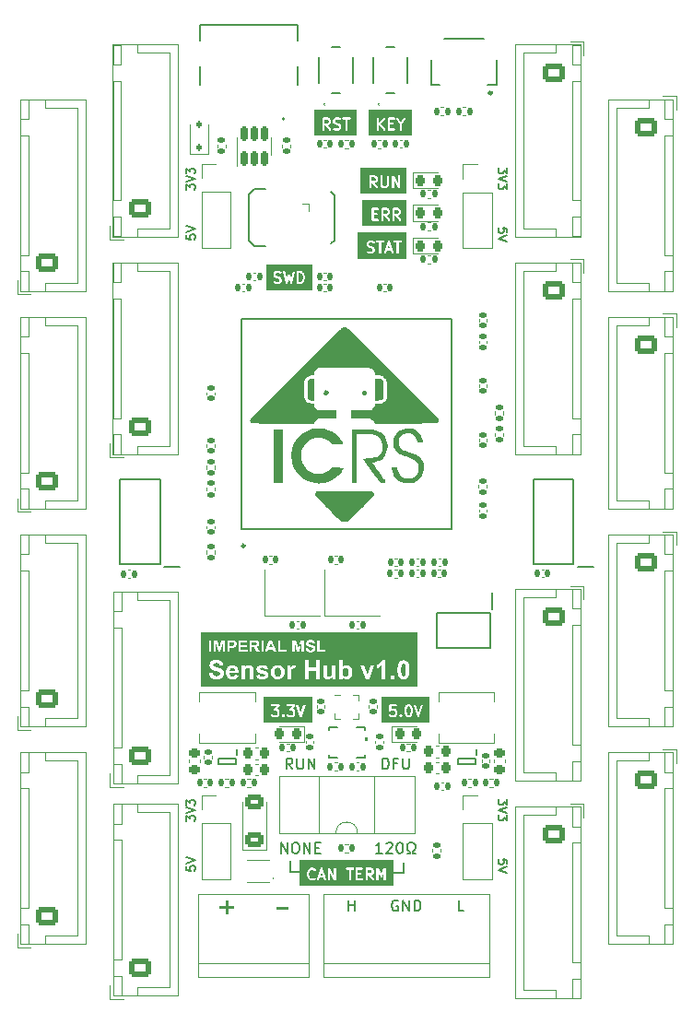
<source format=gbr>
%TF.GenerationSoftware,KiCad,Pcbnew,7.0.1*%
%TF.CreationDate,2023-07-17T00:48:34+01:00*%
%TF.ProjectId,Sensor Hub Board,53656e73-6f72-4204-9875-6220426f6172,rev?*%
%TF.SameCoordinates,Original*%
%TF.FileFunction,Legend,Top*%
%TF.FilePolarity,Positive*%
%FSLAX46Y46*%
G04 Gerber Fmt 4.6, Leading zero omitted, Abs format (unit mm)*
G04 Created by KiCad (PCBNEW 7.0.1) date 2023-07-17 00:48:34*
%MOMM*%
%LPD*%
G01*
G04 APERTURE LIST*
G04 Aperture macros list*
%AMRoundRect*
0 Rectangle with rounded corners*
0 $1 Rounding radius*
0 $2 $3 $4 $5 $6 $7 $8 $9 X,Y pos of 4 corners*
0 Add a 4 corners polygon primitive as box body*
4,1,4,$2,$3,$4,$5,$6,$7,$8,$9,$2,$3,0*
0 Add four circle primitives for the rounded corners*
1,1,$1+$1,$2,$3*
1,1,$1+$1,$4,$5*
1,1,$1+$1,$6,$7*
1,1,$1+$1,$8,$9*
0 Add four rect primitives between the rounded corners*
20,1,$1+$1,$2,$3,$4,$5,0*
20,1,$1+$1,$4,$5,$6,$7,0*
20,1,$1+$1,$6,$7,$8,$9,0*
20,1,$1+$1,$8,$9,$2,$3,0*%
G04 Aperture macros list end*
%ADD10C,0.150000*%
%ADD11C,0.200000*%
%ADD12C,0.500000*%
%ADD13C,0.300000*%
%ADD14C,0.120000*%
%ADD15C,0.152400*%
%ADD16C,0.127000*%
%ADD17C,0.100000*%
%ADD18C,0.250000*%
%ADD19C,0.010000*%
%ADD20RoundRect,0.218750X-0.218750X-0.256250X0.218750X-0.256250X0.218750X0.256250X-0.218750X0.256250X0*%
%ADD21R,1.475000X0.450000*%
%ADD22R,3.000000X3.000000*%
%ADD23C,3.000000*%
%ADD24R,0.482600X0.254000*%
%ADD25R,0.254000X0.482600*%
%ADD26RoundRect,0.135000X0.185000X-0.135000X0.185000X0.135000X-0.185000X0.135000X-0.185000X-0.135000X0*%
%ADD27RoundRect,0.150000X0.150000X-0.512500X0.150000X0.512500X-0.150000X0.512500X-0.150000X-0.512500X0*%
%ADD28RoundRect,0.225000X-0.250000X0.225000X-0.250000X-0.225000X0.250000X-0.225000X0.250000X0.225000X0*%
%ADD29R,1.950000X1.650000*%
%ADD30RoundRect,0.140000X-0.170000X0.140000X-0.170000X-0.140000X0.170000X-0.140000X0.170000X0.140000X0*%
%ADD31RoundRect,0.135000X0.135000X0.185000X-0.135000X0.185000X-0.135000X-0.185000X0.135000X-0.185000X0*%
%ADD32RoundRect,0.140000X0.140000X0.170000X-0.140000X0.170000X-0.140000X-0.170000X0.140000X-0.170000X0*%
%ADD33R,0.600000X1.550000*%
%ADD34R,1.200000X1.800000*%
%ADD35RoundRect,0.135000X-0.135000X-0.185000X0.135000X-0.185000X0.135000X0.185000X-0.135000X0.185000X0*%
%ADD36C,5.600000*%
%ADD37RoundRect,0.250000X0.725000X-0.600000X0.725000X0.600000X-0.725000X0.600000X-0.725000X-0.600000X0*%
%ADD38O,1.950000X1.700000*%
%ADD39RoundRect,0.140000X0.170000X-0.140000X0.170000X0.140000X-0.170000X0.140000X-0.170000X-0.140000X0*%
%ADD40RoundRect,0.140000X-0.140000X-0.170000X0.140000X-0.170000X0.140000X0.170000X-0.140000X0.170000X0*%
%ADD41RoundRect,0.225000X0.225000X0.250000X-0.225000X0.250000X-0.225000X-0.250000X0.225000X-0.250000X0*%
%ADD42RoundRect,0.135000X-0.185000X0.135000X-0.185000X-0.135000X0.185000X-0.135000X0.185000X0.135000X0*%
%ADD43R,0.300000X0.475000*%
%ADD44R,1.500000X2.500000*%
%ADD45R,1.700000X1.700000*%
%ADD46O,1.700000X1.700000*%
%ADD47RoundRect,0.250000X-0.725000X0.600000X-0.725000X-0.600000X0.725000X-0.600000X0.725000X0.600000X0*%
%ADD48R,0.650000X1.500000*%
%ADD49RoundRect,0.225000X-0.225000X-0.250000X0.225000X-0.250000X0.225000X0.250000X-0.225000X0.250000X0*%
%ADD50RoundRect,0.218750X0.218750X0.256250X-0.218750X0.256250X-0.218750X-0.256250X0.218750X-0.256250X0*%
%ADD51C,2.374900*%
%ADD52C,0.990600*%
%ADD53C,0.787400*%
%ADD54RoundRect,0.112500X0.112500X-0.187500X0.112500X0.187500X-0.112500X0.187500X-0.112500X-0.187500X0*%
%ADD55C,0.600000*%
%ADD56O,0.900000X2.000000*%
%ADD57O,0.900000X1.700000*%
%ADD58R,0.650000X1.050000*%
%ADD59R,0.300000X1.475000*%
%ADD60R,1.475000X0.300000*%
%ADD61R,0.350000X0.400000*%
%ADD62R,0.500000X0.400000*%
%ADD63R,0.920000X0.285000*%
%ADD64R,1.600000X1.050000*%
%ADD65R,3.100000X1.600000*%
%ADD66R,0.375000X0.350000*%
%ADD67R,0.350000X0.375000*%
%ADD68RoundRect,0.250000X0.600000X-0.400000X0.600000X0.400000X-0.600000X0.400000X-0.600000X-0.400000X0*%
G04 APERTURE END LIST*
D10*
X145200000Y-132300000D02*
X144200000Y-132300000D01*
X135800000Y-132200000D02*
X134800000Y-132200000D01*
X134800000Y-132200000D02*
X134800000Y-131200000D01*
X145200000Y-131300000D02*
X145200000Y-132300000D01*
D11*
G36*
X144715049Y-71407423D02*
G01*
X144739719Y-71432093D01*
X144769523Y-71491701D01*
X144769523Y-71587346D01*
X144739719Y-71646954D01*
X144715049Y-71671623D01*
X144655441Y-71701428D01*
X144541365Y-71701428D01*
X144517292Y-71698933D01*
X144512355Y-71701428D01*
X144398095Y-71701428D01*
X144398095Y-71377619D01*
X144655441Y-71377619D01*
X144715049Y-71407423D01*
G37*
G36*
X143715049Y-71407423D02*
G01*
X143739719Y-71432093D01*
X143769523Y-71491701D01*
X143769523Y-71587346D01*
X143739719Y-71646954D01*
X143715049Y-71671623D01*
X143655441Y-71701428D01*
X143541365Y-71701428D01*
X143517292Y-71698933D01*
X143512355Y-71701428D01*
X143398095Y-71701428D01*
X143398095Y-71377619D01*
X143655441Y-71377619D01*
X143715049Y-71407423D01*
G37*
G36*
X145502857Y-72842857D02*
G01*
X141412381Y-72842857D01*
X141412381Y-72292451D01*
X142290172Y-72292451D01*
X142299398Y-72312654D01*
X142305656Y-72333966D01*
X142311406Y-72338948D01*
X142314567Y-72345870D01*
X142333252Y-72357878D01*
X142350038Y-72372423D01*
X142357569Y-72373505D01*
X142363970Y-72377619D01*
X142386179Y-72377619D01*
X142408165Y-72380780D01*
X142415087Y-72377619D01*
X142883902Y-72377619D01*
X142925870Y-72365296D01*
X142964327Y-72320914D01*
X142972684Y-72262787D01*
X142948289Y-72209368D01*
X142898886Y-72177619D01*
X142493333Y-72177619D01*
X142493333Y-71853809D01*
X142741045Y-71853809D01*
X142783013Y-71841486D01*
X142804871Y-71816260D01*
X143194934Y-71816260D01*
X143198095Y-71823182D01*
X143198095Y-72291998D01*
X143210418Y-72333966D01*
X143254800Y-72372423D01*
X143312927Y-72380780D01*
X143366346Y-72356385D01*
X143398095Y-72306982D01*
X143398095Y-71901428D01*
X143484124Y-71901428D01*
X143795846Y-72346745D01*
X143830008Y-72374060D01*
X143888421Y-72380114D01*
X143940833Y-72353626D01*
X143970606Y-72303008D01*
X143968285Y-72244328D01*
X143722316Y-71892944D01*
X143735394Y-71889105D01*
X143741582Y-71881963D01*
X143807790Y-71848859D01*
X143824233Y-71845282D01*
X143843712Y-71825802D01*
X143853971Y-71816260D01*
X144194934Y-71816260D01*
X144198095Y-71823182D01*
X144198095Y-72291998D01*
X144210418Y-72333966D01*
X144254800Y-72372423D01*
X144312927Y-72380780D01*
X144366346Y-72356385D01*
X144398095Y-72306982D01*
X144398095Y-71901428D01*
X144484124Y-71901428D01*
X144795846Y-72346745D01*
X144830008Y-72374060D01*
X144888421Y-72380114D01*
X144940833Y-72353626D01*
X144970606Y-72303008D01*
X144968285Y-72244328D01*
X144722316Y-71892944D01*
X144735394Y-71889105D01*
X144741582Y-71881963D01*
X144807790Y-71848859D01*
X144824233Y-71845282D01*
X144843712Y-71825802D01*
X144863893Y-71807031D01*
X144864377Y-71805137D01*
X144883748Y-71785766D01*
X144898215Y-71777174D01*
X144910533Y-71752537D01*
X144923744Y-71728344D01*
X144923604Y-71726395D01*
X144956557Y-71660490D01*
X144969523Y-71640315D01*
X144969523Y-71619880D01*
X144973143Y-71599764D01*
X144969523Y-71591036D01*
X144969523Y-71473479D01*
X144972097Y-71449636D01*
X144962958Y-71431358D01*
X144957200Y-71411748D01*
X144950058Y-71405560D01*
X144916953Y-71339349D01*
X144913377Y-71322909D01*
X144893902Y-71303434D01*
X144875126Y-71283248D01*
X144873231Y-71282763D01*
X144853861Y-71263393D01*
X144845269Y-71248927D01*
X144820634Y-71236609D01*
X144796439Y-71223398D01*
X144794489Y-71223537D01*
X144728588Y-71190586D01*
X144708410Y-71177619D01*
X144687974Y-71177619D01*
X144667859Y-71173999D01*
X144659131Y-71177619D01*
X144305249Y-71177619D01*
X144283263Y-71174458D01*
X144263059Y-71183684D01*
X144241748Y-71189942D01*
X144236765Y-71195692D01*
X144229844Y-71198853D01*
X144217835Y-71217538D01*
X144203291Y-71234324D01*
X144202208Y-71241855D01*
X144198095Y-71248256D01*
X144198095Y-71270465D01*
X144194934Y-71292451D01*
X144198095Y-71299373D01*
X144198095Y-71794274D01*
X144194934Y-71816260D01*
X143853971Y-71816260D01*
X143863893Y-71807031D01*
X143864377Y-71805137D01*
X143883748Y-71785766D01*
X143898215Y-71777174D01*
X143910533Y-71752537D01*
X143923744Y-71728344D01*
X143923604Y-71726395D01*
X143956557Y-71660490D01*
X143969523Y-71640315D01*
X143969523Y-71619880D01*
X143973143Y-71599764D01*
X143969523Y-71591036D01*
X143969523Y-71473479D01*
X143972097Y-71449636D01*
X143962958Y-71431358D01*
X143957200Y-71411748D01*
X143950058Y-71405560D01*
X143916953Y-71339349D01*
X143913377Y-71322909D01*
X143893902Y-71303434D01*
X143875126Y-71283248D01*
X143873231Y-71282763D01*
X143853861Y-71263393D01*
X143845269Y-71248927D01*
X143820634Y-71236609D01*
X143796439Y-71223398D01*
X143794489Y-71223537D01*
X143728588Y-71190586D01*
X143708410Y-71177619D01*
X143687974Y-71177619D01*
X143667859Y-71173999D01*
X143659131Y-71177619D01*
X143305249Y-71177619D01*
X143283263Y-71174458D01*
X143263059Y-71183684D01*
X143241748Y-71189942D01*
X143236765Y-71195692D01*
X143229844Y-71198853D01*
X143217835Y-71217538D01*
X143203291Y-71234324D01*
X143202208Y-71241855D01*
X143198095Y-71248256D01*
X143198095Y-71270465D01*
X143194934Y-71292451D01*
X143198095Y-71299373D01*
X143198095Y-71794274D01*
X143194934Y-71816260D01*
X142804871Y-71816260D01*
X142821470Y-71797104D01*
X142829827Y-71738977D01*
X142805432Y-71685558D01*
X142756029Y-71653809D01*
X142493333Y-71653809D01*
X142493333Y-71377619D01*
X142883902Y-71377619D01*
X142925870Y-71365296D01*
X142964327Y-71320914D01*
X142972684Y-71262787D01*
X142948289Y-71209368D01*
X142898886Y-71177619D01*
X142400487Y-71177619D01*
X142378501Y-71174458D01*
X142358297Y-71183684D01*
X142336986Y-71189942D01*
X142332003Y-71195692D01*
X142325082Y-71198853D01*
X142313073Y-71217538D01*
X142298529Y-71234324D01*
X142297446Y-71241855D01*
X142293333Y-71248256D01*
X142293333Y-71270465D01*
X142290172Y-71292451D01*
X142293333Y-71299373D01*
X142293333Y-71746655D01*
X142290172Y-71768641D01*
X142293333Y-71775563D01*
X142293333Y-72270465D01*
X142290172Y-72292451D01*
X141412381Y-72292451D01*
X141412381Y-70457143D01*
X145502857Y-70457143D01*
X145502857Y-72842857D01*
G37*
D10*
X125270095Y-73652380D02*
X125270095Y-74033332D01*
X125270095Y-74033332D02*
X125651047Y-74071428D01*
X125651047Y-74071428D02*
X125612952Y-74033332D01*
X125612952Y-74033332D02*
X125574857Y-73957142D01*
X125574857Y-73957142D02*
X125574857Y-73766666D01*
X125574857Y-73766666D02*
X125612952Y-73690475D01*
X125612952Y-73690475D02*
X125651047Y-73652380D01*
X125651047Y-73652380D02*
X125727238Y-73614285D01*
X125727238Y-73614285D02*
X125917714Y-73614285D01*
X125917714Y-73614285D02*
X125993904Y-73652380D01*
X125993904Y-73652380D02*
X126032000Y-73690475D01*
X126032000Y-73690475D02*
X126070095Y-73766666D01*
X126070095Y-73766666D02*
X126070095Y-73957142D01*
X126070095Y-73957142D02*
X126032000Y-74033332D01*
X126032000Y-74033332D02*
X125993904Y-74071428D01*
X125270095Y-73385713D02*
X126070095Y-73119046D01*
X126070095Y-73119046D02*
X125270095Y-72852380D01*
D11*
X140174286Y-135777619D02*
X140174286Y-134777619D01*
X140174286Y-135253809D02*
X140745714Y-135253809D01*
X140745714Y-135777619D02*
X140745714Y-134777619D01*
X135011904Y-122727619D02*
X134678571Y-122251428D01*
X134440476Y-122727619D02*
X134440476Y-121727619D01*
X134440476Y-121727619D02*
X134821428Y-121727619D01*
X134821428Y-121727619D02*
X134916666Y-121775238D01*
X134916666Y-121775238D02*
X134964285Y-121822857D01*
X134964285Y-121822857D02*
X135011904Y-121918095D01*
X135011904Y-121918095D02*
X135011904Y-122060952D01*
X135011904Y-122060952D02*
X134964285Y-122156190D01*
X134964285Y-122156190D02*
X134916666Y-122203809D01*
X134916666Y-122203809D02*
X134821428Y-122251428D01*
X134821428Y-122251428D02*
X134440476Y-122251428D01*
X135440476Y-121727619D02*
X135440476Y-122537142D01*
X135440476Y-122537142D02*
X135488095Y-122632380D01*
X135488095Y-122632380D02*
X135535714Y-122680000D01*
X135535714Y-122680000D02*
X135630952Y-122727619D01*
X135630952Y-122727619D02*
X135821428Y-122727619D01*
X135821428Y-122727619D02*
X135916666Y-122680000D01*
X135916666Y-122680000D02*
X135964285Y-122632380D01*
X135964285Y-122632380D02*
X136011904Y-122537142D01*
X136011904Y-122537142D02*
X136011904Y-121727619D01*
X136488095Y-122727619D02*
X136488095Y-121727619D01*
X136488095Y-121727619D02*
X137059523Y-122727619D01*
X137059523Y-122727619D02*
X137059523Y-121727619D01*
G36*
X138297906Y-63107423D02*
G01*
X138322576Y-63132093D01*
X138352380Y-63191701D01*
X138352380Y-63287346D01*
X138322576Y-63346954D01*
X138297906Y-63371623D01*
X138238298Y-63401428D01*
X138124222Y-63401428D01*
X138100149Y-63398933D01*
X138095212Y-63401428D01*
X137980952Y-63401428D01*
X137980952Y-63077619D01*
X138238298Y-63077619D01*
X138297906Y-63107423D01*
G37*
G36*
X140950000Y-64542857D02*
G01*
X137050000Y-64542857D01*
X137050000Y-63516260D01*
X137777791Y-63516260D01*
X137780952Y-63523182D01*
X137780952Y-63991998D01*
X137793275Y-64033966D01*
X137837657Y-64072423D01*
X137895784Y-64080780D01*
X137949203Y-64056385D01*
X137980952Y-64006982D01*
X137980952Y-63601428D01*
X138066981Y-63601428D01*
X138378703Y-64046745D01*
X138412865Y-64074060D01*
X138471278Y-64080114D01*
X138523690Y-64053626D01*
X138553463Y-64003008D01*
X138551142Y-63944328D01*
X138305173Y-63592944D01*
X138318251Y-63589105D01*
X138324439Y-63581963D01*
X138390647Y-63548859D01*
X138407090Y-63545282D01*
X138426569Y-63525802D01*
X138446750Y-63507031D01*
X138447234Y-63505137D01*
X138466605Y-63485766D01*
X138481072Y-63477174D01*
X138493390Y-63452537D01*
X138506601Y-63428344D01*
X138506461Y-63426395D01*
X138539414Y-63360490D01*
X138552380Y-63340315D01*
X138552380Y-63319880D01*
X138556000Y-63299764D01*
X138552380Y-63291036D01*
X138552380Y-63179283D01*
X138729713Y-63179283D01*
X138733333Y-63188011D01*
X138733333Y-63257948D01*
X138730759Y-63281791D01*
X138739897Y-63300067D01*
X138745656Y-63319680D01*
X138752797Y-63325868D01*
X138785901Y-63392076D01*
X138789479Y-63408519D01*
X138808958Y-63427998D01*
X138827730Y-63448179D01*
X138829623Y-63448663D01*
X138848994Y-63468034D01*
X138857587Y-63482501D01*
X138882223Y-63494819D01*
X138906417Y-63508030D01*
X138908365Y-63507890D01*
X138963155Y-63535285D01*
X138971069Y-63543702D01*
X138988907Y-63548161D01*
X138991948Y-63549682D01*
X139002802Y-63551635D01*
X139179384Y-63595780D01*
X139250287Y-63631232D01*
X139274957Y-63655902D01*
X139304761Y-63715510D01*
X139304761Y-63763536D01*
X139274957Y-63823143D01*
X139250286Y-63847814D01*
X139190679Y-63877619D01*
X138992417Y-63877619D01*
X138851315Y-63830585D01*
X138807603Y-63829004D01*
X138757085Y-63858947D01*
X138730776Y-63911448D01*
X138737026Y-63969841D01*
X138773854Y-64015583D01*
X138932671Y-64068521D01*
X138946827Y-64077619D01*
X138974382Y-64077619D01*
X139001919Y-64078615D01*
X139003599Y-64077619D01*
X139208900Y-64077619D01*
X139232743Y-64080193D01*
X139251019Y-64071054D01*
X139270632Y-64065296D01*
X139276820Y-64058154D01*
X139343028Y-64025050D01*
X139359472Y-64021473D01*
X139378957Y-64001987D01*
X139399131Y-63983222D01*
X139399615Y-63981328D01*
X139418988Y-63961955D01*
X139433453Y-63953364D01*
X139445770Y-63928729D01*
X139458982Y-63904533D01*
X139458842Y-63902585D01*
X139491795Y-63836680D01*
X139504761Y-63816505D01*
X139504761Y-63796070D01*
X139508381Y-63775954D01*
X139504761Y-63767226D01*
X139504761Y-63697288D01*
X139507335Y-63673445D01*
X139498196Y-63655167D01*
X139492438Y-63635557D01*
X139485296Y-63629369D01*
X139452191Y-63563158D01*
X139448615Y-63546718D01*
X139429140Y-63527243D01*
X139410364Y-63507057D01*
X139408469Y-63506572D01*
X139389099Y-63487202D01*
X139380507Y-63472736D01*
X139355872Y-63460418D01*
X139331677Y-63447207D01*
X139329727Y-63447346D01*
X139274939Y-63419952D01*
X139267025Y-63411535D01*
X139249185Y-63407075D01*
X139246145Y-63405555D01*
X139235293Y-63403602D01*
X139058709Y-63359456D01*
X138987807Y-63324005D01*
X138963137Y-63299335D01*
X138933333Y-63239727D01*
X138933333Y-63191701D01*
X138963137Y-63132092D01*
X138987807Y-63107423D01*
X139047415Y-63077619D01*
X139245676Y-63077619D01*
X139386779Y-63124653D01*
X139430490Y-63126234D01*
X139481008Y-63096291D01*
X139507318Y-63043789D01*
X139501822Y-62992451D01*
X139587315Y-62992451D01*
X139611710Y-63045870D01*
X139661113Y-63077619D01*
X139876190Y-63077619D01*
X139876190Y-63991998D01*
X139888513Y-64033966D01*
X139932895Y-64072423D01*
X139991022Y-64080780D01*
X140044441Y-64056385D01*
X140076190Y-64006982D01*
X140076190Y-63077619D01*
X140276283Y-63077619D01*
X140318251Y-63065296D01*
X140356708Y-63020914D01*
X140365065Y-62962787D01*
X140340670Y-62909368D01*
X140291267Y-62877619D01*
X139983344Y-62877619D01*
X139961358Y-62874458D01*
X139954436Y-62877619D01*
X139676097Y-62877619D01*
X139634129Y-62889942D01*
X139595672Y-62934324D01*
X139587315Y-62992451D01*
X139501822Y-62992451D01*
X139501067Y-62985397D01*
X139464239Y-62939655D01*
X139305422Y-62886716D01*
X139291267Y-62877619D01*
X139263712Y-62877619D01*
X139236174Y-62876623D01*
X139234494Y-62877619D01*
X139029193Y-62877619D01*
X139005350Y-62875045D01*
X138987072Y-62884183D01*
X138967462Y-62889942D01*
X138961274Y-62897083D01*
X138895063Y-62930188D01*
X138878623Y-62933765D01*
X138859148Y-62953239D01*
X138838962Y-62972016D01*
X138838477Y-62973910D01*
X138819107Y-62993280D01*
X138804641Y-63001873D01*
X138792323Y-63026507D01*
X138779112Y-63050703D01*
X138779251Y-63052652D01*
X138746300Y-63118553D01*
X138733333Y-63138732D01*
X138733333Y-63159168D01*
X138729713Y-63179283D01*
X138552380Y-63179283D01*
X138552380Y-63173479D01*
X138554954Y-63149636D01*
X138545815Y-63131358D01*
X138540057Y-63111748D01*
X138532915Y-63105560D01*
X138499810Y-63039349D01*
X138496234Y-63022909D01*
X138476759Y-63003434D01*
X138457983Y-62983248D01*
X138456088Y-62982763D01*
X138436718Y-62963393D01*
X138428126Y-62948927D01*
X138403491Y-62936609D01*
X138379296Y-62923398D01*
X138377346Y-62923537D01*
X138311445Y-62890586D01*
X138291267Y-62877619D01*
X138270831Y-62877619D01*
X138250716Y-62873999D01*
X138241988Y-62877619D01*
X137888106Y-62877619D01*
X137866120Y-62874458D01*
X137845916Y-62883684D01*
X137824605Y-62889942D01*
X137819622Y-62895692D01*
X137812701Y-62898853D01*
X137800692Y-62917538D01*
X137786148Y-62934324D01*
X137785065Y-62941855D01*
X137780952Y-62948256D01*
X137780952Y-62970465D01*
X137777791Y-62992451D01*
X137780952Y-62999373D01*
X137780952Y-63494274D01*
X137777791Y-63516260D01*
X137050000Y-63516260D01*
X137050000Y-62157143D01*
X140950000Y-62157143D01*
X140950000Y-64542857D01*
G37*
D12*
G36*
X134664933Y-135363998D02*
G01*
X134664933Y-135614103D01*
X133525540Y-135614103D01*
X133525540Y-135363998D01*
X134664933Y-135363998D01*
G37*
D13*
G36*
X145233179Y-113026169D02*
G01*
X145251150Y-113027793D01*
X145268472Y-113031222D01*
X145285146Y-113036454D01*
X145301170Y-113043491D01*
X145316546Y-113052333D01*
X145331273Y-113062979D01*
X145342646Y-113073353D01*
X145353513Y-113085997D01*
X145363874Y-113100912D01*
X145373729Y-113118098D01*
X145383077Y-113137555D01*
X145389757Y-113153638D01*
X145396152Y-113170997D01*
X145402262Y-113189635D01*
X145408087Y-113209549D01*
X145413504Y-113231634D01*
X145416819Y-113248145D01*
X145419898Y-113266086D01*
X145422739Y-113285459D01*
X145425344Y-113306262D01*
X145427712Y-113328495D01*
X145429844Y-113352159D01*
X145431738Y-113377253D01*
X145433396Y-113403778D01*
X145434816Y-113431734D01*
X145436000Y-113461120D01*
X145436948Y-113491936D01*
X145437658Y-113524183D01*
X145437924Y-113540843D01*
X145438132Y-113557861D01*
X145438280Y-113575236D01*
X145438368Y-113592969D01*
X145438398Y-113611060D01*
X145438365Y-113629189D01*
X145438265Y-113646985D01*
X145438099Y-113664450D01*
X145437866Y-113681581D01*
X145437567Y-113698380D01*
X145436769Y-113730981D01*
X145435705Y-113762252D01*
X145434375Y-113792192D01*
X145432779Y-113820803D01*
X145430917Y-113848084D01*
X145428789Y-113874035D01*
X145426395Y-113898656D01*
X145423735Y-113921946D01*
X145420809Y-113943907D01*
X145417617Y-113964538D01*
X145414159Y-113983839D01*
X145410435Y-114001810D01*
X145404351Y-114026273D01*
X145399412Y-114043590D01*
X145394093Y-114059885D01*
X145386412Y-114080023D01*
X145378056Y-114098345D01*
X145369025Y-114114849D01*
X145359319Y-114129537D01*
X145346239Y-114145343D01*
X145332103Y-114158310D01*
X145326190Y-114162785D01*
X145310980Y-114172709D01*
X145295163Y-114180829D01*
X145278736Y-114187145D01*
X145261702Y-114191655D01*
X145244060Y-114194362D01*
X145225809Y-114195264D01*
X145218437Y-114195123D01*
X145200448Y-114193536D01*
X145183087Y-114190184D01*
X145166355Y-114185069D01*
X145150252Y-114178190D01*
X145134776Y-114169547D01*
X145119930Y-114159141D01*
X145111427Y-114151651D01*
X145097872Y-114136330D01*
X145087582Y-114121519D01*
X145077786Y-114104436D01*
X145068482Y-114085084D01*
X145061828Y-114069079D01*
X145055452Y-114051797D01*
X145049352Y-114033238D01*
X145043531Y-114013401D01*
X145038114Y-113991239D01*
X145034799Y-113974676D01*
X145031720Y-113956682D01*
X145028878Y-113937258D01*
X145026274Y-113916403D01*
X145023906Y-113894118D01*
X145021774Y-113870402D01*
X145019880Y-113845256D01*
X145018222Y-113818679D01*
X145016802Y-113790671D01*
X145015618Y-113761233D01*
X145014670Y-113730365D01*
X145013960Y-113698066D01*
X145013694Y-113681380D01*
X145013486Y-113664336D01*
X145013338Y-113646935D01*
X145013250Y-113629176D01*
X145013220Y-113611060D01*
X145013253Y-113592955D01*
X145013353Y-113575180D01*
X145013519Y-113557733D01*
X145013752Y-113540616D01*
X145014417Y-113507370D01*
X145015348Y-113475441D01*
X145016545Y-113444829D01*
X145018008Y-113415533D01*
X145019737Y-113387555D01*
X145021732Y-113360894D01*
X145023993Y-113335550D01*
X145026520Y-113311523D01*
X145029313Y-113288812D01*
X145032372Y-113267419D01*
X145035697Y-113247343D01*
X145039288Y-113228584D01*
X145043145Y-113211142D01*
X145047267Y-113195017D01*
X145052206Y-113177699D01*
X145057525Y-113161404D01*
X145065206Y-113141266D01*
X145073562Y-113122945D01*
X145082593Y-113106440D01*
X145092299Y-113091752D01*
X145105379Y-113075946D01*
X145119515Y-113062979D01*
X145125428Y-113058504D01*
X145140638Y-113048580D01*
X145156455Y-113040460D01*
X145172882Y-113034145D01*
X145189916Y-113029634D01*
X145207558Y-113026927D01*
X145225809Y-113026025D01*
X145233179Y-113026169D01*
G37*
G36*
X139919322Y-113425015D02*
G01*
X139941006Y-113427042D01*
X139961922Y-113430806D01*
X139982073Y-113436306D01*
X140001457Y-113443544D01*
X140020074Y-113452519D01*
X140037926Y-113463231D01*
X140055011Y-113475680D01*
X140071329Y-113489866D01*
X140086881Y-113505790D01*
X140101667Y-113523450D01*
X140106419Y-113529721D01*
X140119768Y-113549991D01*
X140127913Y-113564717D01*
X140135455Y-113580412D01*
X140142394Y-113597077D01*
X140148729Y-113614712D01*
X140154461Y-113633317D01*
X140159590Y-113652893D01*
X140164115Y-113673437D01*
X140168037Y-113694952D01*
X140171355Y-113717437D01*
X140174070Y-113740892D01*
X140176182Y-113765316D01*
X140177690Y-113790711D01*
X140178595Y-113817075D01*
X140178897Y-113844409D01*
X140178598Y-113870132D01*
X140177703Y-113894981D01*
X140176211Y-113918958D01*
X140174122Y-113942062D01*
X140171436Y-113964294D01*
X140168153Y-113985653D01*
X140164274Y-114006140D01*
X140159797Y-114025754D01*
X140154724Y-114044495D01*
X140149053Y-114062364D01*
X140142786Y-114079360D01*
X140135922Y-114095483D01*
X140128462Y-114110734D01*
X140116151Y-114131975D01*
X140102498Y-114151252D01*
X140092821Y-114163017D01*
X140077832Y-114179242D01*
X140062274Y-114193759D01*
X140046146Y-114206568D01*
X140029449Y-114217670D01*
X140012183Y-114227063D01*
X139994348Y-114234748D01*
X139975943Y-114240726D01*
X139956969Y-114244996D01*
X139937426Y-114247558D01*
X139917313Y-114248412D01*
X139908544Y-114248278D01*
X139891332Y-114247207D01*
X139874555Y-114245066D01*
X139858212Y-114241855D01*
X139834514Y-114235031D01*
X139811793Y-114225798D01*
X139790050Y-114214156D01*
X139776098Y-114205057D01*
X139762581Y-114194888D01*
X139749499Y-114183648D01*
X139736851Y-114171338D01*
X139724638Y-114157957D01*
X139712859Y-114143505D01*
X139701516Y-114127984D01*
X139690607Y-114111391D01*
X139683266Y-114098888D01*
X139673143Y-114078594D01*
X139664085Y-114056453D01*
X139658638Y-114040667D01*
X139653666Y-114024060D01*
X139649166Y-114006633D01*
X139645141Y-113988384D01*
X139641589Y-113969316D01*
X139638510Y-113949426D01*
X139635906Y-113928715D01*
X139633774Y-113907184D01*
X139632117Y-113884833D01*
X139630933Y-113861660D01*
X139630222Y-113837667D01*
X139629986Y-113812853D01*
X139630062Y-113800702D01*
X139630672Y-113776986D01*
X139631891Y-113754052D01*
X139633721Y-113731900D01*
X139636160Y-113710530D01*
X139639209Y-113689941D01*
X139642868Y-113670134D01*
X139647137Y-113651109D01*
X139652016Y-113632865D01*
X139657505Y-113615404D01*
X139663603Y-113598724D01*
X139670311Y-113582826D01*
X139681517Y-113560444D01*
X139694095Y-113539822D01*
X139708046Y-113520959D01*
X139718009Y-113509294D01*
X139733532Y-113493207D01*
X139749748Y-113478815D01*
X139766658Y-113466115D01*
X139784261Y-113455108D01*
X139802558Y-113445795D01*
X139821548Y-113438176D01*
X139841231Y-113432249D01*
X139861608Y-113428016D01*
X139882678Y-113425476D01*
X139904441Y-113424629D01*
X139919322Y-113425015D01*
G37*
G36*
X133696203Y-113425563D02*
G01*
X133719165Y-113428366D01*
X133741396Y-113433037D01*
X133762898Y-113439577D01*
X133783670Y-113447985D01*
X133803712Y-113458261D01*
X133823025Y-113470406D01*
X133841607Y-113484420D01*
X133859460Y-113500302D01*
X133876582Y-113518052D01*
X133887592Y-113530924D01*
X133898151Y-113544515D01*
X133908028Y-113558821D01*
X133917225Y-113573840D01*
X133925740Y-113589573D01*
X133933574Y-113606019D01*
X133940726Y-113623179D01*
X133947198Y-113641052D01*
X133952988Y-113659640D01*
X133958097Y-113678941D01*
X133962525Y-113698955D01*
X133966272Y-113719683D01*
X133969337Y-113741125D01*
X133971721Y-113763281D01*
X133973424Y-113786150D01*
X133974446Y-113809733D01*
X133974787Y-113834029D01*
X133974446Y-113858931D01*
X133973424Y-113883083D01*
X133971721Y-113906485D01*
X133969337Y-113929139D01*
X133966272Y-113951043D01*
X133962525Y-113972198D01*
X133958097Y-113992603D01*
X133952988Y-114012259D01*
X133947198Y-114031166D01*
X133940726Y-114049323D01*
X133933574Y-114066732D01*
X133925740Y-114083390D01*
X133917225Y-114099300D01*
X133908028Y-114114460D01*
X133898151Y-114128871D01*
X133887592Y-114142532D01*
X133876582Y-114155354D01*
X133859460Y-114173035D01*
X133841607Y-114188854D01*
X133823025Y-114202813D01*
X133803712Y-114214911D01*
X133783670Y-114225147D01*
X133762898Y-114233522D01*
X133741396Y-114240036D01*
X133719165Y-114244689D01*
X133696203Y-114247481D01*
X133672512Y-114248412D01*
X133648813Y-114247481D01*
X133625829Y-114244689D01*
X133603561Y-114240036D01*
X133582008Y-114233522D01*
X133561171Y-114225147D01*
X133541048Y-114214911D01*
X133521641Y-114202813D01*
X133502949Y-114188854D01*
X133484973Y-114173035D01*
X133467711Y-114155354D01*
X133456601Y-114142532D01*
X133445992Y-114128881D01*
X133436067Y-114114499D01*
X133426827Y-114099387D01*
X133418272Y-114083546D01*
X133410400Y-114066975D01*
X133403214Y-114049674D01*
X133396711Y-114031643D01*
X133390894Y-114012882D01*
X133385760Y-113993391D01*
X133381311Y-113973171D01*
X133377547Y-113952220D01*
X133374467Y-113930540D01*
X133372071Y-113908130D01*
X133370360Y-113884990D01*
X133369333Y-113861120D01*
X133368991Y-113836520D01*
X133369333Y-113811922D01*
X133370360Y-113788057D01*
X133372071Y-113764925D01*
X133374467Y-113742527D01*
X133377547Y-113720861D01*
X133381311Y-113699928D01*
X133385760Y-113679729D01*
X133390894Y-113660263D01*
X133396711Y-113641529D01*
X133403214Y-113623529D01*
X133410400Y-113606262D01*
X133418272Y-113589728D01*
X133426827Y-113573927D01*
X133436067Y-113558860D01*
X133445992Y-113544525D01*
X133456601Y-113530924D01*
X133467711Y-113518052D01*
X133484973Y-113500302D01*
X133502949Y-113484420D01*
X133521641Y-113470406D01*
X133541048Y-113458261D01*
X133561171Y-113447985D01*
X133582008Y-113439577D01*
X133603561Y-113433037D01*
X133625829Y-113428366D01*
X133648813Y-113425563D01*
X133672512Y-113424629D01*
X133696203Y-113425563D01*
G37*
G36*
X129512895Y-113424921D02*
G01*
X129531114Y-113426454D01*
X129548799Y-113429300D01*
X129565953Y-113433461D01*
X129582573Y-113438935D01*
X129598660Y-113445722D01*
X129614215Y-113453824D01*
X129629237Y-113463239D01*
X129643726Y-113473968D01*
X129657682Y-113486011D01*
X129671106Y-113499368D01*
X129679616Y-113508927D01*
X129691402Y-113524276D01*
X129702013Y-113540837D01*
X129711449Y-113558609D01*
X129719710Y-113577593D01*
X129726796Y-113597788D01*
X129732706Y-113619195D01*
X129737442Y-113641814D01*
X129741002Y-113665644D01*
X129742723Y-113682204D01*
X129743922Y-113699302D01*
X129744598Y-113716939D01*
X129254232Y-113716939D01*
X129254355Y-113700290D01*
X129255586Y-113676138D01*
X129258073Y-113652970D01*
X129261814Y-113630789D01*
X129266812Y-113609592D01*
X129273064Y-113589381D01*
X129280572Y-113570155D01*
X129289335Y-113551914D01*
X129299354Y-113534659D01*
X129310628Y-113518389D01*
X129323157Y-113503104D01*
X129332073Y-113493602D01*
X129345988Y-113480497D01*
X129360552Y-113468772D01*
X129375766Y-113458426D01*
X129391630Y-113449459D01*
X129408143Y-113441872D01*
X129425306Y-113435665D01*
X129443118Y-113430837D01*
X129461580Y-113427388D01*
X129480692Y-113425319D01*
X129500453Y-113424629D01*
X129512895Y-113424921D01*
G37*
G36*
X133174672Y-111560573D02*
G01*
X132879040Y-111560573D01*
X133025610Y-111161968D01*
X133174672Y-111560573D01*
G37*
G36*
X131493445Y-111082280D02*
G01*
X131515622Y-111082379D01*
X131535923Y-111082543D01*
X131554349Y-111082773D01*
X131575998Y-111083182D01*
X131594313Y-111083707D01*
X131612517Y-111084528D01*
X131629249Y-111085984D01*
X131632548Y-111086527D01*
X131651349Y-111090790D01*
X131668457Y-111096775D01*
X131683872Y-111104482D01*
X131697593Y-111113912D01*
X131711461Y-111127091D01*
X131722948Y-111142233D01*
X131731614Y-111159323D01*
X131736796Y-111175521D01*
X131739905Y-111193150D01*
X131740942Y-111212209D01*
X131740591Y-111223796D01*
X131738292Y-111242887D01*
X131733847Y-111260468D01*
X131727257Y-111276539D01*
X131718520Y-111291100D01*
X131715701Y-111294921D01*
X131703063Y-111308779D01*
X131688245Y-111320353D01*
X131673491Y-111328607D01*
X131657069Y-111335112D01*
X131654513Y-111335904D01*
X131638257Y-111339486D01*
X131621078Y-111341900D01*
X131600188Y-111343911D01*
X131582085Y-111345156D01*
X131561894Y-111346174D01*
X131539616Y-111346966D01*
X131515251Y-111347531D01*
X131497847Y-111347783D01*
X131479516Y-111347933D01*
X131460258Y-111347984D01*
X131298325Y-111347984D01*
X131298325Y-111082248D01*
X131469392Y-111082248D01*
X131493445Y-111082280D01*
G37*
G36*
X129381132Y-111082255D02*
G01*
X129402164Y-111082364D01*
X129421810Y-111082605D01*
X129440069Y-111082977D01*
X129456941Y-111083481D01*
X129477280Y-111084357D01*
X129495153Y-111085466D01*
X129514029Y-111087181D01*
X129531594Y-111089721D01*
X129538164Y-111091084D01*
X129557000Y-111096572D01*
X129574522Y-111104163D01*
X129590729Y-111113856D01*
X129605624Y-111125650D01*
X129619204Y-111139547D01*
X129631057Y-111155254D01*
X129640458Y-111172478D01*
X129646418Y-111187992D01*
X129650676Y-111204560D01*
X129653230Y-111222182D01*
X129654082Y-111240859D01*
X129653985Y-111247040D01*
X129652525Y-111265019D01*
X129649313Y-111282151D01*
X129644350Y-111298437D01*
X129637636Y-111313876D01*
X129629169Y-111328469D01*
X129619311Y-111341796D01*
X129606113Y-111355610D01*
X129591086Y-111367557D01*
X129576752Y-111376311D01*
X129561074Y-111383692D01*
X129548832Y-111387779D01*
X129529752Y-111392122D01*
X129511466Y-111394983D01*
X129490495Y-111397299D01*
X129473004Y-111398679D01*
X129454002Y-111399752D01*
X129433489Y-111400518D01*
X129411465Y-111400978D01*
X129387930Y-111401131D01*
X129268349Y-111401131D01*
X129268349Y-111082248D01*
X129373813Y-111082248D01*
X129381132Y-111082255D01*
G37*
G36*
X146474221Y-115180431D02*
G01*
X126643507Y-115180431D01*
X126643507Y-113902954D01*
X127336364Y-113902954D01*
X127338628Y-113920701D01*
X127341166Y-113938181D01*
X127343977Y-113955394D01*
X127347062Y-113972340D01*
X127350420Y-113989020D01*
X127354051Y-114005433D01*
X127362133Y-114037457D01*
X127371308Y-114068415D01*
X127381577Y-114098306D01*
X127392938Y-114127129D01*
X127405393Y-114154885D01*
X127418941Y-114181574D01*
X127433582Y-114207195D01*
X127449316Y-114231749D01*
X127466144Y-114255237D01*
X127484064Y-114277656D01*
X127503078Y-114299009D01*
X127523185Y-114319295D01*
X127544385Y-114338513D01*
X127566721Y-114356563D01*
X127590234Y-114373449D01*
X127614925Y-114389170D01*
X127640793Y-114403727D01*
X127667838Y-114417119D01*
X127696061Y-114429347D01*
X127725462Y-114440410D01*
X127756040Y-114450309D01*
X127787796Y-114459043D01*
X127804115Y-114462973D01*
X127820729Y-114466612D01*
X127837637Y-114469960D01*
X127854840Y-114473017D01*
X127872337Y-114475783D01*
X127890128Y-114478258D01*
X127908214Y-114480441D01*
X127926594Y-114482334D01*
X127945268Y-114483935D01*
X127964237Y-114485245D01*
X127983500Y-114486264D01*
X128003058Y-114486992D01*
X128022910Y-114487429D01*
X128043056Y-114487574D01*
X128070640Y-114487329D01*
X128097650Y-114486594D01*
X128124086Y-114485370D01*
X128149947Y-114483656D01*
X128175235Y-114481451D01*
X128199948Y-114478757D01*
X128224087Y-114475573D01*
X128247652Y-114471900D01*
X128270643Y-114467736D01*
X128293060Y-114463083D01*
X128314902Y-114457940D01*
X128336170Y-114452307D01*
X128356864Y-114446184D01*
X128376984Y-114439572D01*
X128396530Y-114432469D01*
X128415502Y-114424877D01*
X128433922Y-114416780D01*
X128451814Y-114408165D01*
X128469176Y-114399030D01*
X128486010Y-114389376D01*
X128502315Y-114379204D01*
X128518092Y-114368512D01*
X128533340Y-114357301D01*
X128548059Y-114345571D01*
X128562249Y-114333323D01*
X128575910Y-114320555D01*
X128589043Y-114307268D01*
X128601647Y-114293462D01*
X128613722Y-114279137D01*
X128625269Y-114264293D01*
X128636287Y-114248931D01*
X128646775Y-114233049D01*
X128656681Y-114216834D01*
X128665947Y-114200474D01*
X128674574Y-114183968D01*
X128682562Y-114167315D01*
X128689911Y-114150517D01*
X128696620Y-114133573D01*
X128702691Y-114116483D01*
X128708123Y-114099246D01*
X128712916Y-114081864D01*
X128717070Y-114064336D01*
X128720584Y-114046662D01*
X128723460Y-114028842D01*
X128725697Y-114010876D01*
X128727294Y-113992764D01*
X128728253Y-113974506D01*
X128728572Y-113956102D01*
X128728305Y-113935959D01*
X128727502Y-113916222D01*
X128726164Y-113896890D01*
X128724291Y-113877964D01*
X128721882Y-113859443D01*
X128719709Y-113846070D01*
X128912096Y-113846070D01*
X128912575Y-113878110D01*
X128914010Y-113909455D01*
X128916403Y-113940106D01*
X128919752Y-113970063D01*
X128924058Y-113999326D01*
X128929321Y-114027895D01*
X128935541Y-114055769D01*
X128942718Y-114082949D01*
X128950852Y-114109435D01*
X128959943Y-114135227D01*
X128969991Y-114160325D01*
X128980996Y-114184728D01*
X128992958Y-114208438D01*
X129005876Y-114231453D01*
X129019752Y-114253774D01*
X129034584Y-114275400D01*
X129054654Y-114301093D01*
X129076041Y-114325129D01*
X129098744Y-114347506D01*
X129122765Y-114368226D01*
X129148103Y-114387289D01*
X129174758Y-114404694D01*
X129202729Y-114420441D01*
X129232018Y-114434531D01*
X129262624Y-114446963D01*
X129278420Y-114452557D01*
X129294546Y-114457737D01*
X129311002Y-114462503D01*
X129327786Y-114466854D01*
X129344900Y-114470791D01*
X129362343Y-114474313D01*
X129380115Y-114477421D01*
X129398217Y-114480115D01*
X129416647Y-114482394D01*
X129435407Y-114484259D01*
X129454497Y-114485709D01*
X129473915Y-114486745D01*
X129493663Y-114487367D01*
X129513740Y-114487574D01*
X129539008Y-114487230D01*
X129563741Y-114486199D01*
X129587938Y-114484479D01*
X129611600Y-114482073D01*
X129634727Y-114478978D01*
X129657319Y-114475196D01*
X129679376Y-114470726D01*
X129700897Y-114465568D01*
X129717292Y-114461001D01*
X130329218Y-114461001D01*
X130657236Y-114461001D01*
X130657236Y-113888837D01*
X130657260Y-113875732D01*
X130657455Y-113850304D01*
X130657844Y-113825917D01*
X130658428Y-113802571D01*
X130659207Y-113780266D01*
X130660180Y-113759003D01*
X130661348Y-113738780D01*
X130662710Y-113719599D01*
X130664267Y-113701460D01*
X130666019Y-113684362D01*
X130669011Y-113660666D01*
X130672442Y-113639314D01*
X130676310Y-113620305D01*
X130682149Y-113598603D01*
X130689143Y-113579374D01*
X130697460Y-113561130D01*
X130707101Y-113543873D01*
X130718065Y-113527602D01*
X130730352Y-113512317D01*
X130743964Y-113498018D01*
X130758898Y-113484705D01*
X130775157Y-113472379D01*
X130792355Y-113461187D01*
X130810112Y-113451488D01*
X130828427Y-113443281D01*
X130847300Y-113436567D01*
X130866730Y-113431344D01*
X130886719Y-113427614D01*
X130907266Y-113425375D01*
X130928370Y-113424629D01*
X130936600Y-113424759D01*
X130956521Y-113426219D01*
X130975510Y-113429300D01*
X130993566Y-113434004D01*
X131010689Y-113440329D01*
X131026880Y-113448277D01*
X131042138Y-113457846D01*
X131047951Y-113462104D01*
X131061576Y-113473670D01*
X131073902Y-113486554D01*
X131084931Y-113500756D01*
X131094663Y-113516276D01*
X131103097Y-113533114D01*
X131110233Y-113551269D01*
X131114018Y-113563828D01*
X131118484Y-113584523D01*
X131121400Y-113603009D01*
X131123944Y-113624034D01*
X131126115Y-113647599D01*
X131127356Y-113664720D01*
X131128431Y-113682969D01*
X131129341Y-113702348D01*
X131130086Y-113722856D01*
X131130665Y-113744492D01*
X131131078Y-113767258D01*
X131131326Y-113791152D01*
X131131409Y-113816175D01*
X131131409Y-114461001D01*
X131459427Y-114461001D01*
X131459427Y-114115543D01*
X131669110Y-114115543D01*
X131675216Y-114136750D01*
X131682118Y-114157396D01*
X131689814Y-114177480D01*
X131698304Y-114197003D01*
X131707590Y-114215965D01*
X131717670Y-114234366D01*
X131728545Y-114252205D01*
X131740215Y-114269484D01*
X131752679Y-114286201D01*
X131765939Y-114302357D01*
X131779993Y-114317952D01*
X131794841Y-114332985D01*
X131810485Y-114347458D01*
X131826923Y-114361369D01*
X131844156Y-114374719D01*
X131862184Y-114387508D01*
X131881074Y-114399625D01*
X131900792Y-114410961D01*
X131921337Y-114421515D01*
X131942709Y-114431287D01*
X131964908Y-114440277D01*
X131987935Y-114448486D01*
X132011788Y-114455913D01*
X132036469Y-114462558D01*
X132061977Y-114468421D01*
X132088313Y-114473502D01*
X132115475Y-114477802D01*
X132143464Y-114481320D01*
X132172281Y-114484056D01*
X132201925Y-114486011D01*
X132232396Y-114487183D01*
X132263695Y-114487574D01*
X132281000Y-114487454D01*
X132298039Y-114487094D01*
X132331316Y-114485654D01*
X132363526Y-114483253D01*
X132394668Y-114479893D01*
X132424744Y-114475572D01*
X132453752Y-114470291D01*
X132481693Y-114464050D01*
X132508566Y-114456848D01*
X132534373Y-114448687D01*
X132559112Y-114439565D01*
X132582784Y-114429483D01*
X132605389Y-114418441D01*
X132626926Y-114406439D01*
X132647397Y-114393477D01*
X132666800Y-114379554D01*
X132685136Y-114364671D01*
X132702382Y-114349071D01*
X132718515Y-114333102D01*
X132733535Y-114316763D01*
X132747443Y-114300054D01*
X132760239Y-114282975D01*
X132771922Y-114265526D01*
X132782492Y-114247708D01*
X132791949Y-114229519D01*
X132800294Y-114210961D01*
X132807526Y-114192033D01*
X132813646Y-114172736D01*
X132818652Y-114153068D01*
X132822547Y-114133031D01*
X132825328Y-114112624D01*
X132826997Y-114091847D01*
X132827554Y-114070700D01*
X132827453Y-114060933D01*
X132826652Y-114041807D01*
X132825050Y-114023227D01*
X132822646Y-114005191D01*
X132819441Y-113987700D01*
X132815435Y-113970754D01*
X132810628Y-113954353D01*
X132805019Y-113938497D01*
X132795104Y-113915735D01*
X132783386Y-113894199D01*
X132769865Y-113873890D01*
X132754541Y-113854806D01*
X132737415Y-113836949D01*
X132724996Y-113825725D01*
X132718328Y-113820328D01*
X132716656Y-113819081D01*
X133032669Y-113819081D01*
X133032875Y-113836520D01*
X133032983Y-113845660D01*
X133033927Y-113871729D01*
X133035501Y-113897289D01*
X133037703Y-113922340D01*
X133040535Y-113946881D01*
X133043996Y-113970913D01*
X133048087Y-113994436D01*
X133052807Y-114017449D01*
X133058156Y-114039954D01*
X133064134Y-114061949D01*
X133070742Y-114083434D01*
X133077979Y-114104411D01*
X133085845Y-114124878D01*
X133094341Y-114144835D01*
X133103466Y-114164284D01*
X133113220Y-114183223D01*
X133123578Y-114201627D01*
X133134513Y-114219470D01*
X133146025Y-114236752D01*
X133158115Y-114253472D01*
X133170782Y-114269631D01*
X133184027Y-114285229D01*
X133197849Y-114300266D01*
X133212248Y-114314742D01*
X133227225Y-114328656D01*
X133242779Y-114342010D01*
X133258911Y-114354802D01*
X133275620Y-114367033D01*
X133292907Y-114378702D01*
X133310771Y-114389811D01*
X133329212Y-114400358D01*
X133348230Y-114410345D01*
X133367651Y-114419697D01*
X133387196Y-114428445D01*
X133406863Y-114436591D01*
X133426654Y-114444132D01*
X133446568Y-114451071D01*
X133466605Y-114457406D01*
X133486766Y-114463138D01*
X133507049Y-114468267D01*
X133527456Y-114472792D01*
X133547987Y-114476714D01*
X133568640Y-114480032D01*
X133589417Y-114482747D01*
X133610317Y-114484859D01*
X133631341Y-114486367D01*
X133652487Y-114487272D01*
X133673757Y-114487574D01*
X133690871Y-114487392D01*
X133707802Y-114486847D01*
X133724549Y-114485939D01*
X133741113Y-114484668D01*
X133773691Y-114481035D01*
X133805536Y-114475948D01*
X133836647Y-114469409D01*
X133867026Y-114461416D01*
X133868328Y-114461001D01*
X134547780Y-114461001D01*
X134875799Y-114461001D01*
X134875799Y-114084818D01*
X134875825Y-114065589D01*
X134875906Y-114046779D01*
X134876039Y-114028386D01*
X134876227Y-114010410D01*
X134876468Y-113992852D01*
X134876762Y-113975712D01*
X134877511Y-113942685D01*
X134878475Y-113911328D01*
X134879652Y-113881642D01*
X134881044Y-113853627D01*
X134882650Y-113827282D01*
X134884469Y-113802608D01*
X134886503Y-113779604D01*
X134888751Y-113758271D01*
X134891213Y-113738608D01*
X134893889Y-113720616D01*
X134898305Y-113696760D01*
X134903203Y-113676663D01*
X134904935Y-113670624D01*
X134910371Y-113653210D01*
X134916165Y-113636855D01*
X134924447Y-113616695D01*
X134933364Y-113598416D01*
X134942917Y-113582018D01*
X134953106Y-113567502D01*
X134963931Y-113554867D01*
X134978356Y-113541719D01*
X134987569Y-113535041D01*
X135003736Y-113525370D01*
X135020916Y-113517524D01*
X135039110Y-113511503D01*
X135058318Y-113507306D01*
X135078539Y-113504934D01*
X135095446Y-113504350D01*
X135108865Y-113504825D01*
X135127085Y-113506933D01*
X135145682Y-113510728D01*
X135164656Y-113516210D01*
X135184005Y-113523379D01*
X135203731Y-113532235D01*
X135218772Y-113539984D01*
X135234025Y-113548681D01*
X135249490Y-113558328D01*
X135351217Y-113252731D01*
X135338209Y-113244586D01*
X135318576Y-113233353D01*
X135298797Y-113223303D01*
X135278871Y-113214435D01*
X135258800Y-113206750D01*
X135238583Y-113200246D01*
X135218219Y-113194926D01*
X135197710Y-113190787D01*
X135177055Y-113187831D01*
X135156254Y-113186058D01*
X135135307Y-113185467D01*
X135115642Y-113186076D01*
X135096510Y-113187906D01*
X135077910Y-113190955D01*
X135059842Y-113195224D01*
X135042305Y-113200713D01*
X135025301Y-113207421D01*
X135008829Y-113215349D01*
X134992889Y-113224497D01*
X134977072Y-113235597D01*
X134960761Y-113249383D01*
X134948205Y-113261486D01*
X134935372Y-113275099D01*
X134922261Y-113290223D01*
X134908873Y-113306858D01*
X134895207Y-113325004D01*
X134881264Y-113344660D01*
X134871815Y-113358604D01*
X134862242Y-113373219D01*
X134852547Y-113388506D01*
X134852547Y-113212040D01*
X134547780Y-113212040D01*
X134547780Y-114461001D01*
X133868328Y-114461001D01*
X133896672Y-114451970D01*
X133925584Y-114441070D01*
X133953763Y-114428718D01*
X133981209Y-114414912D01*
X134007923Y-114399653D01*
X134033903Y-114382940D01*
X134059149Y-114364775D01*
X134083663Y-114345156D01*
X134107444Y-114324084D01*
X134130491Y-114301559D01*
X134152514Y-114277931D01*
X134173116Y-114253550D01*
X134192297Y-114228416D01*
X134210057Y-114202531D01*
X134226396Y-114175892D01*
X134241314Y-114148501D01*
X134254812Y-114120357D01*
X134266889Y-114091461D01*
X134277545Y-114061812D01*
X134286780Y-114031411D01*
X134294595Y-114000257D01*
X134300988Y-113968350D01*
X134305961Y-113935691D01*
X134307915Y-113919080D01*
X134309513Y-113902280D01*
X134310756Y-113885292D01*
X134311644Y-113868115D01*
X134312177Y-113850751D01*
X134312355Y-113833199D01*
X134312179Y-113815751D01*
X134311652Y-113798493D01*
X134310775Y-113781424D01*
X134309546Y-113764546D01*
X134307965Y-113747857D01*
X134306034Y-113731358D01*
X134301118Y-113698929D01*
X134294797Y-113667260D01*
X134287072Y-113636349D01*
X134277942Y-113606197D01*
X134267408Y-113576805D01*
X134255469Y-113548171D01*
X134242125Y-113520297D01*
X134227377Y-113493182D01*
X134211224Y-113466825D01*
X134193667Y-113441228D01*
X134174705Y-113416390D01*
X134154339Y-113392311D01*
X134132568Y-113368991D01*
X134109697Y-113346767D01*
X134086031Y-113325977D01*
X134061571Y-113306621D01*
X134036316Y-113288699D01*
X134010266Y-113272210D01*
X133983422Y-113257156D01*
X133955783Y-113243535D01*
X133927349Y-113231348D01*
X133898120Y-113220594D01*
X133868096Y-113211275D01*
X133837278Y-113203389D01*
X133805665Y-113196937D01*
X133773258Y-113191919D01*
X133756756Y-113189947D01*
X133740055Y-113188334D01*
X133723156Y-113187080D01*
X133706058Y-113186184D01*
X133688761Y-113185646D01*
X133671266Y-113185467D01*
X133648666Y-113185783D01*
X133626332Y-113186732D01*
X133604264Y-113188313D01*
X133582462Y-113190527D01*
X133560927Y-113193374D01*
X133539657Y-113196853D01*
X133518653Y-113200964D01*
X133497915Y-113205708D01*
X133477443Y-113211085D01*
X133457237Y-113217094D01*
X133437297Y-113223736D01*
X133417623Y-113231010D01*
X133398215Y-113238917D01*
X133379073Y-113247457D01*
X133360197Y-113256629D01*
X133341587Y-113266433D01*
X133323373Y-113276838D01*
X133305684Y-113287810D01*
X133288521Y-113299350D01*
X133271883Y-113311458D01*
X133255771Y-113324133D01*
X133240184Y-113337376D01*
X133225123Y-113351187D01*
X133210587Y-113365565D01*
X133196577Y-113380511D01*
X133183093Y-113396025D01*
X133170133Y-113412106D01*
X133157700Y-113428755D01*
X133145792Y-113445972D01*
X133134409Y-113463757D01*
X133123552Y-113482109D01*
X133113220Y-113501028D01*
X133103466Y-113520274D01*
X133094341Y-113539604D01*
X133085845Y-113559019D01*
X133077979Y-113578518D01*
X133070742Y-113598101D01*
X133064134Y-113617768D01*
X133058156Y-113637520D01*
X133052807Y-113657356D01*
X133048087Y-113677277D01*
X133043996Y-113697281D01*
X133040535Y-113717371D01*
X133037703Y-113737544D01*
X133035501Y-113757802D01*
X133033927Y-113778144D01*
X133032983Y-113798571D01*
X133032669Y-113819081D01*
X132716656Y-113819081D01*
X132704068Y-113809695D01*
X132688576Y-113799275D01*
X132671850Y-113789070D01*
X132653892Y-113779079D01*
X132634702Y-113769302D01*
X132614279Y-113759739D01*
X132592623Y-113750390D01*
X132569734Y-113741256D01*
X132545613Y-113732335D01*
X132520259Y-113723629D01*
X132493672Y-113715136D01*
X132465853Y-113706858D01*
X132436801Y-113698794D01*
X132406516Y-113690944D01*
X132374999Y-113683308D01*
X132358778Y-113679570D01*
X132342616Y-113675859D01*
X132311566Y-113668596D01*
X132282215Y-113661544D01*
X132254565Y-113654703D01*
X132228614Y-113648073D01*
X132204363Y-113641653D01*
X132181812Y-113635444D01*
X132160960Y-113629446D01*
X132141808Y-113623659D01*
X132124357Y-113618083D01*
X132101366Y-113610114D01*
X132082199Y-113602620D01*
X132066858Y-113595600D01*
X132052351Y-113586977D01*
X132050333Y-113585436D01*
X132038000Y-113574080D01*
X132027750Y-113559885D01*
X132021600Y-113544392D01*
X132019549Y-113527602D01*
X132020133Y-113517566D01*
X132023965Y-113501157D01*
X132031373Y-113486219D01*
X132042358Y-113472751D01*
X132056919Y-113460753D01*
X132064212Y-113456378D01*
X132080522Y-113448476D01*
X132099129Y-113441703D01*
X132120033Y-113436059D01*
X132137217Y-113432567D01*
X132155694Y-113429709D01*
X132175462Y-113427487D01*
X132196523Y-113425899D01*
X132218875Y-113424947D01*
X132242519Y-113424629D01*
X132255153Y-113424790D01*
X132273412Y-113425633D01*
X132290839Y-113427198D01*
X132312780Y-113430410D01*
X132333243Y-113434906D01*
X132352226Y-113440686D01*
X132369730Y-113447751D01*
X132385754Y-113456101D01*
X132400300Y-113465735D01*
X132413651Y-113476576D01*
X132425887Y-113488546D01*
X132437007Y-113501645D01*
X132447011Y-113515872D01*
X132455899Y-113531229D01*
X132463671Y-113547714D01*
X132470328Y-113565328D01*
X132475868Y-113584071D01*
X132785617Y-113530924D01*
X132779501Y-113509868D01*
X132772778Y-113489467D01*
X132765448Y-113469722D01*
X132757512Y-113450632D01*
X132748970Y-113432197D01*
X132739820Y-113414418D01*
X132730065Y-113397293D01*
X132719702Y-113380824D01*
X132708733Y-113365011D01*
X132697157Y-113349852D01*
X132684975Y-113335349D01*
X132672186Y-113321501D01*
X132658791Y-113308308D01*
X132644789Y-113295771D01*
X132630180Y-113283888D01*
X132614965Y-113272661D01*
X132598987Y-113262103D01*
X132581988Y-113252225D01*
X132563966Y-113243029D01*
X132544923Y-113234514D01*
X132524859Y-113226680D01*
X132503772Y-113219527D01*
X132481663Y-113213056D01*
X132458533Y-113207265D01*
X132434381Y-113202156D01*
X132409207Y-113197728D01*
X132383011Y-113193982D01*
X132355794Y-113190916D01*
X132327555Y-113188532D01*
X132298293Y-113186829D01*
X132268010Y-113185807D01*
X132236706Y-113185467D01*
X132203828Y-113185898D01*
X132172043Y-113187192D01*
X132141351Y-113189350D01*
X132111753Y-113192370D01*
X132083247Y-113196252D01*
X132055835Y-113200998D01*
X132029516Y-113206607D01*
X132004290Y-113213078D01*
X131980158Y-113220413D01*
X131957118Y-113228610D01*
X131935172Y-113237670D01*
X131914319Y-113247593D01*
X131894559Y-113258379D01*
X131875892Y-113270027D01*
X131858319Y-113282539D01*
X131841838Y-113295913D01*
X131826453Y-113309870D01*
X131812060Y-113324232D01*
X131798659Y-113339000D01*
X131786252Y-113354173D01*
X131774837Y-113369751D01*
X131764414Y-113385735D01*
X131754984Y-113402125D01*
X131746547Y-113418920D01*
X131739102Y-113436121D01*
X131732650Y-113453727D01*
X131727191Y-113471738D01*
X131722724Y-113490155D01*
X131719250Y-113508977D01*
X131716768Y-113528205D01*
X131715279Y-113547839D01*
X131714783Y-113567878D01*
X131715357Y-113590043D01*
X131717080Y-113611592D01*
X131719951Y-113632524D01*
X131723970Y-113652841D01*
X131729137Y-113672541D01*
X131735453Y-113691624D01*
X131742917Y-113710091D01*
X131751530Y-113727942D01*
X131761290Y-113745177D01*
X131772199Y-113761795D01*
X131784257Y-113777797D01*
X131797462Y-113793183D01*
X131811816Y-113807952D01*
X131827319Y-113822105D01*
X131843970Y-113835641D01*
X131861769Y-113848562D01*
X131876191Y-113857703D01*
X131892884Y-113866961D01*
X131911847Y-113876335D01*
X131933081Y-113885827D01*
X131956586Y-113895435D01*
X131982362Y-113905160D01*
X132010408Y-113915002D01*
X132040725Y-113924961D01*
X132056735Y-113929984D01*
X132073313Y-113935036D01*
X132090458Y-113940118D01*
X132108171Y-113945228D01*
X132126452Y-113950368D01*
X132145300Y-113955537D01*
X132164717Y-113960736D01*
X132184700Y-113965963D01*
X132205252Y-113971220D01*
X132226371Y-113976506D01*
X132248058Y-113981821D01*
X132270312Y-113987165D01*
X132293134Y-113992538D01*
X132316524Y-113997941D01*
X132340481Y-114003373D01*
X132365006Y-114008834D01*
X132370293Y-114010083D01*
X132390246Y-114015143D01*
X132408291Y-114020307D01*
X132428166Y-114026908D01*
X132445060Y-114033672D01*
X132461400Y-114042002D01*
X132475038Y-114052016D01*
X132484098Y-114063349D01*
X132492477Y-114079731D01*
X132496837Y-114096002D01*
X132498290Y-114113883D01*
X132498121Y-114120696D01*
X132495591Y-114140067D01*
X132490024Y-114157832D01*
X132481422Y-114173991D01*
X132469783Y-114188545D01*
X132455108Y-114201492D01*
X132438039Y-114212489D01*
X132419010Y-114222020D01*
X132403453Y-114228205D01*
X132386794Y-114233566D01*
X132369033Y-114238102D01*
X132350169Y-114241814D01*
X132330204Y-114244700D01*
X132309136Y-114246762D01*
X132286966Y-114247999D01*
X132263695Y-114248412D01*
X132249415Y-114248227D01*
X132228750Y-114247256D01*
X132208990Y-114245453D01*
X132190135Y-114242818D01*
X132172186Y-114239351D01*
X132155141Y-114235053D01*
X132139001Y-114229922D01*
X132118889Y-114221786D01*
X132100386Y-114212171D01*
X132083492Y-114201077D01*
X132075666Y-114194989D01*
X132061017Y-114181780D01*
X132047704Y-114167195D01*
X132035728Y-114151236D01*
X132025088Y-114133900D01*
X132015785Y-114115190D01*
X132007818Y-114095104D01*
X132002720Y-114079137D01*
X131998374Y-114062396D01*
X131669110Y-114115543D01*
X131459427Y-114115543D01*
X131459427Y-113685798D01*
X131459356Y-113667999D01*
X131459142Y-113650726D01*
X131458553Y-113625801D01*
X131457643Y-113602058D01*
X131456412Y-113579498D01*
X131454860Y-113558120D01*
X131452987Y-113537925D01*
X131450792Y-113518912D01*
X131448277Y-113501081D01*
X131445440Y-113484433D01*
X131441158Y-113464074D01*
X131436253Y-113444923D01*
X131430466Y-113426290D01*
X131423797Y-113408176D01*
X131416245Y-113390582D01*
X131407811Y-113373506D01*
X131398495Y-113356950D01*
X131388296Y-113340912D01*
X131377215Y-113325393D01*
X131365005Y-113310472D01*
X131351420Y-113296225D01*
X131336459Y-113282652D01*
X131320123Y-113269755D01*
X131302412Y-113257532D01*
X131288226Y-113248808D01*
X131273266Y-113240463D01*
X131257532Y-113232498D01*
X131241025Y-113224912D01*
X131229740Y-113220135D01*
X131212532Y-113213548D01*
X131194989Y-113207655D01*
X131177109Y-113202454D01*
X131158894Y-113197947D01*
X131140344Y-113194134D01*
X131121457Y-113191014D01*
X131102235Y-113188587D01*
X131082677Y-113186853D01*
X131062783Y-113185813D01*
X131042554Y-113185467D01*
X131012104Y-113186282D01*
X130982309Y-113188730D01*
X130953169Y-113192809D01*
X130924685Y-113198520D01*
X130896856Y-113205862D01*
X130869682Y-113214836D01*
X130843164Y-113225442D01*
X130817301Y-113237680D01*
X130792093Y-113251549D01*
X130767540Y-113267049D01*
X130743643Y-113284182D01*
X130720400Y-113302946D01*
X130697813Y-113323342D01*
X130675882Y-113345369D01*
X130654605Y-113369028D01*
X130633984Y-113394319D01*
X130633984Y-113212040D01*
X130329218Y-113212040D01*
X130329218Y-114461001D01*
X129717292Y-114461001D01*
X129721883Y-114459722D01*
X129742334Y-114453189D01*
X129762250Y-114445968D01*
X129781630Y-114438060D01*
X129800475Y-114429464D01*
X129818785Y-114420180D01*
X129836560Y-114410208D01*
X129853799Y-114399549D01*
X129870537Y-114388179D01*
X129886705Y-114376180D01*
X129902301Y-114363552D01*
X129917327Y-114350294D01*
X129931781Y-114336407D01*
X129945665Y-114321891D01*
X129958978Y-114306746D01*
X129971720Y-114290971D01*
X129983891Y-114274567D01*
X129995491Y-114257533D01*
X130006520Y-114239870D01*
X130016978Y-114221578D01*
X130026865Y-114202657D01*
X130036181Y-114183106D01*
X130044927Y-114162926D01*
X130053101Y-114142117D01*
X129725914Y-114088970D01*
X129720627Y-114104291D01*
X129712874Y-114123459D01*
X129704317Y-114141186D01*
X129694955Y-114157474D01*
X129684789Y-114172321D01*
X129673818Y-114185728D01*
X129662043Y-114197694D01*
X129646193Y-114210627D01*
X129639558Y-114215203D01*
X129622132Y-114225350D01*
X129603510Y-114233652D01*
X129587752Y-114238965D01*
X129571227Y-114243098D01*
X129553938Y-114246050D01*
X129535882Y-114247821D01*
X129517062Y-114248412D01*
X129503038Y-114248084D01*
X129482551Y-114246364D01*
X129462721Y-114243169D01*
X129443547Y-114238501D01*
X129425030Y-114232358D01*
X129407171Y-114224740D01*
X129389968Y-114215649D01*
X129373421Y-114205083D01*
X129357532Y-114193042D01*
X129342300Y-114179528D01*
X129327725Y-114164539D01*
X129323047Y-114159231D01*
X129309864Y-114142519D01*
X129297959Y-114124625D01*
X129287331Y-114105549D01*
X129277980Y-114085290D01*
X129269906Y-114063849D01*
X129263110Y-114041226D01*
X129257591Y-114017420D01*
X129254621Y-114000893D01*
X129252219Y-113983840D01*
X129250385Y-113966261D01*
X129249118Y-113948157D01*
X129248419Y-113929528D01*
X130070540Y-113929528D01*
X130070818Y-113906103D01*
X130070769Y-113883058D01*
X130070393Y-113860394D01*
X130069690Y-113838110D01*
X130068661Y-113816206D01*
X130067305Y-113794683D01*
X130065621Y-113773540D01*
X130063611Y-113752777D01*
X130061275Y-113732395D01*
X130058611Y-113712393D01*
X130055621Y-113692771D01*
X130052303Y-113673530D01*
X130048659Y-113654669D01*
X130044688Y-113636188D01*
X130040391Y-113618088D01*
X130035766Y-113600368D01*
X130030815Y-113583028D01*
X130025537Y-113566069D01*
X130019932Y-113549490D01*
X130014000Y-113533292D01*
X130007741Y-113517474D01*
X130001156Y-113502036D01*
X129987005Y-113472301D01*
X129971546Y-113444087D01*
X129954780Y-113417395D01*
X129936707Y-113392225D01*
X129917327Y-113368576D01*
X129907222Y-113357310D01*
X129886328Y-113335852D01*
X129864523Y-113315824D01*
X129841806Y-113297227D01*
X129818178Y-113280061D01*
X129793638Y-113264325D01*
X129768187Y-113250020D01*
X129741824Y-113237145D01*
X129714550Y-113225701D01*
X129686364Y-113215687D01*
X129657267Y-113207104D01*
X129627258Y-113199951D01*
X129596338Y-113194229D01*
X129564506Y-113189937D01*
X129531762Y-113187076D01*
X129515049Y-113186182D01*
X129498107Y-113185645D01*
X129480938Y-113185467D01*
X129450443Y-113186153D01*
X129420615Y-113188211D01*
X129391456Y-113191641D01*
X129362966Y-113196444D01*
X129335143Y-113202619D01*
X129307989Y-113210165D01*
X129281503Y-113219084D01*
X129255685Y-113229375D01*
X129230536Y-113241039D01*
X129206054Y-113254074D01*
X129182241Y-113268482D01*
X129159096Y-113284261D01*
X129136620Y-113301413D01*
X129114811Y-113319937D01*
X129093671Y-113339833D01*
X129073199Y-113361102D01*
X129053691Y-113383530D01*
X129035441Y-113407009D01*
X129018449Y-113431539D01*
X129002717Y-113457120D01*
X128988243Y-113483752D01*
X128975027Y-113511435D01*
X128963070Y-113540169D01*
X128952372Y-113569954D01*
X128942933Y-113600790D01*
X128934752Y-113632677D01*
X128931133Y-113649014D01*
X128927829Y-113665615D01*
X128924840Y-113682478D01*
X128922165Y-113699604D01*
X128919813Y-113716939D01*
X128919806Y-113716993D01*
X128917760Y-113734644D01*
X128916030Y-113752558D01*
X128914614Y-113770735D01*
X128913512Y-113789175D01*
X128912726Y-113807877D01*
X128912254Y-113826842D01*
X128912096Y-113846070D01*
X128719709Y-113846070D01*
X128718938Y-113841328D01*
X128715459Y-113823618D01*
X128711445Y-113806314D01*
X128706895Y-113789415D01*
X128701811Y-113772921D01*
X128696191Y-113756834D01*
X128690035Y-113741151D01*
X128683345Y-113725874D01*
X128672306Y-113703719D01*
X128660062Y-113682476D01*
X128651344Y-113668802D01*
X128637495Y-113648978D01*
X128622719Y-113629978D01*
X128607016Y-113611803D01*
X128590386Y-113594453D01*
X128572829Y-113577928D01*
X128554345Y-113562227D01*
X128534934Y-113547351D01*
X128514597Y-113533300D01*
X128500523Y-113524391D01*
X128486038Y-113515848D01*
X128471140Y-113507672D01*
X128455523Y-113499689D01*
X128438877Y-113491725D01*
X128421203Y-113483781D01*
X128402501Y-113475856D01*
X128382770Y-113467951D01*
X128362011Y-113460065D01*
X128340224Y-113452199D01*
X128317408Y-113444352D01*
X128293564Y-113436524D01*
X128268692Y-113428717D01*
X128242791Y-113420928D01*
X128215862Y-113413159D01*
X128187905Y-113405409D01*
X128158920Y-113397679D01*
X128128906Y-113389969D01*
X128097864Y-113382278D01*
X128082269Y-113378419D01*
X128052176Y-113370747D01*
X128023545Y-113363137D01*
X127996378Y-113355588D01*
X127970674Y-113348102D01*
X127946433Y-113340676D01*
X127923654Y-113333313D01*
X127902339Y-113326011D01*
X127882487Y-113318771D01*
X127864097Y-113311592D01*
X127847171Y-113304475D01*
X127831707Y-113297420D01*
X127811255Y-113286952D01*
X127794095Y-113276623D01*
X127780226Y-113266433D01*
X127773992Y-113261073D01*
X127760165Y-113247090D01*
X127748852Y-113232275D01*
X127740053Y-113216630D01*
X127733768Y-113200153D01*
X127729997Y-113182845D01*
X127728740Y-113164706D01*
X127728954Y-113156609D01*
X127731363Y-113137276D01*
X127736447Y-113119240D01*
X127744208Y-113102502D01*
X127754645Y-113087061D01*
X127767759Y-113072918D01*
X127783548Y-113060072D01*
X127788957Y-113056343D01*
X127805944Y-113045864D01*
X127824069Y-113036451D01*
X127843332Y-113028104D01*
X127863734Y-113020823D01*
X127885275Y-113014607D01*
X127907955Y-113009456D01*
X127931772Y-113005371D01*
X127948284Y-113003240D01*
X127965301Y-113001583D01*
X127982824Y-113000399D01*
X128000854Y-112999688D01*
X128019389Y-112999451D01*
X128028452Y-112999506D01*
X128046151Y-112999944D01*
X128063278Y-113000820D01*
X128087899Y-113002955D01*
X128111235Y-113006075D01*
X128133287Y-113010180D01*
X128154054Y-113015271D01*
X128173537Y-113021347D01*
X128191735Y-113028409D01*
X128208648Y-113036456D01*
X128224277Y-113045488D01*
X128238621Y-113055505D01*
X128247556Y-113062740D01*
X128260211Y-113074646D01*
X128271968Y-113087814D01*
X128282827Y-113102244D01*
X128292789Y-113117938D01*
X128301852Y-113134894D01*
X128310018Y-113153112D01*
X128317287Y-113172594D01*
X128323657Y-113193338D01*
X128329130Y-113215345D01*
X128333705Y-113238614D01*
X128679577Y-113238614D01*
X128677934Y-113208785D01*
X128675081Y-113179712D01*
X128671018Y-113151395D01*
X128665746Y-113123833D01*
X128659263Y-113097028D01*
X128651570Y-113070978D01*
X128642667Y-113045684D01*
X128632554Y-113021146D01*
X128621232Y-112997364D01*
X128608699Y-112974337D01*
X128594957Y-112952067D01*
X128580004Y-112930552D01*
X128563842Y-112909793D01*
X128546469Y-112889790D01*
X128527887Y-112870542D01*
X128508094Y-112852051D01*
X128497766Y-112843135D01*
X128476175Y-112826154D01*
X128453338Y-112810304D01*
X128429256Y-112795587D01*
X128403928Y-112782002D01*
X128377354Y-112769549D01*
X128349535Y-112758228D01*
X128320470Y-112748039D01*
X128290160Y-112738982D01*
X128269187Y-112733715D01*
X136151332Y-112733715D01*
X136151332Y-114461001D01*
X136496789Y-114461001D01*
X136496789Y-113716939D01*
X137174417Y-113716939D01*
X137174417Y-114461001D01*
X137519874Y-114461001D01*
X137519874Y-113212040D01*
X137858272Y-113212040D01*
X137858272Y-114001360D01*
X137858446Y-114023069D01*
X137858967Y-114044185D01*
X137859834Y-114064707D01*
X137861049Y-114084636D01*
X137862611Y-114103971D01*
X137864520Y-114122712D01*
X137866776Y-114140860D01*
X137869379Y-114158414D01*
X137872330Y-114175375D01*
X137875627Y-114191741D01*
X137881224Y-114215179D01*
X137887602Y-114237280D01*
X137894760Y-114258046D01*
X137902700Y-114277476D01*
X137908468Y-114289759D01*
X137917922Y-114307533D01*
X137928340Y-114324525D01*
X137939721Y-114340737D01*
X137952065Y-114356167D01*
X137965373Y-114370817D01*
X137979644Y-114384686D01*
X137994879Y-114397773D01*
X138011077Y-114410080D01*
X138028239Y-114421606D01*
X138046364Y-114432351D01*
X138058867Y-114439038D01*
X138077993Y-114448260D01*
X138097565Y-114456511D01*
X138117581Y-114463791D01*
X138138043Y-114470101D01*
X138158950Y-114475440D01*
X138180302Y-114479808D01*
X138202100Y-114483206D01*
X138224342Y-114485633D01*
X138247030Y-114487089D01*
X138270163Y-114487574D01*
X138285476Y-114487354D01*
X138308256Y-114486195D01*
X138330811Y-114484045D01*
X138353138Y-114480902D01*
X138375240Y-114476766D01*
X138397115Y-114471637D01*
X138418764Y-114465516D01*
X138440187Y-114458402D01*
X138461384Y-114450296D01*
X138482354Y-114441197D01*
X138503098Y-114431105D01*
X138516737Y-114423879D01*
X138536568Y-114412415D01*
X138555648Y-114400198D01*
X138573976Y-114387229D01*
X138591553Y-114373509D01*
X138608377Y-114359037D01*
X138624450Y-114343813D01*
X138639771Y-114327838D01*
X138654341Y-114311110D01*
X138668158Y-114293631D01*
X138681224Y-114275400D01*
X138681224Y-114461001D01*
X138985990Y-114461001D01*
X138985990Y-113212040D01*
X138657972Y-113212040D01*
X138657972Y-113744343D01*
X138657877Y-113777448D01*
X138657590Y-113808980D01*
X138657111Y-113838939D01*
X138656441Y-113867324D01*
X138655580Y-113894136D01*
X138654527Y-113919375D01*
X138653283Y-113943040D01*
X138651848Y-113965133D01*
X138650221Y-113985652D01*
X138648403Y-114004597D01*
X138646393Y-114021970D01*
X138643020Y-114045078D01*
X138639216Y-114064647D01*
X138633475Y-114085233D01*
X138626689Y-114102218D01*
X138618579Y-114118502D01*
X138609146Y-114134085D01*
X138598389Y-114148968D01*
X138586309Y-114163150D01*
X138572906Y-114176632D01*
X138558178Y-114189412D01*
X138542128Y-114201492D01*
X138525247Y-114212489D01*
X138507821Y-114222020D01*
X138489850Y-114230084D01*
X138471334Y-114236682D01*
X138452273Y-114241814D01*
X138432667Y-114245479D01*
X138412517Y-114247678D01*
X138391821Y-114248412D01*
X138373843Y-114247867D01*
X138356658Y-114246232D01*
X138340263Y-114243507D01*
X138320883Y-114238568D01*
X138302740Y-114231926D01*
X138285833Y-114223581D01*
X138270163Y-114213534D01*
X138264310Y-114209026D01*
X138250684Y-114196921D01*
X138238497Y-114183619D01*
X138227750Y-114169121D01*
X138218442Y-114153427D01*
X138210574Y-114136536D01*
X138204145Y-114118450D01*
X138200954Y-114105351D01*
X138198077Y-114088632D01*
X138195514Y-114068293D01*
X138193265Y-114044334D01*
X138191940Y-114026351D01*
X138190754Y-114006758D01*
X138189708Y-113985556D01*
X138188801Y-113962745D01*
X138188034Y-113938325D01*
X138187406Y-113912297D01*
X138186918Y-113884659D01*
X138186569Y-113855413D01*
X138186360Y-113824557D01*
X138186290Y-113792093D01*
X138186290Y-113212040D01*
X137858272Y-113212040D01*
X137519874Y-113212040D01*
X137519874Y-112733715D01*
X139304459Y-112733715D01*
X139304459Y-113812853D01*
X139304459Y-114461001D01*
X139609225Y-114461001D01*
X139609225Y-114278722D01*
X139618679Y-114291547D01*
X139633280Y-114310023D01*
X139648385Y-114327587D01*
X139663993Y-114344239D01*
X139680105Y-114359979D01*
X139696720Y-114374806D01*
X139713839Y-114388721D01*
X139731462Y-114401724D01*
X139749588Y-114413814D01*
X139768218Y-114424992D01*
X139787351Y-114435257D01*
X139800286Y-114441593D01*
X139819731Y-114450329D01*
X139839227Y-114458146D01*
X139858774Y-114465043D01*
X139878372Y-114471021D01*
X139898021Y-114476079D01*
X139917722Y-114480217D01*
X139937473Y-114483436D01*
X139957275Y-114485735D01*
X139977129Y-114487114D01*
X139997034Y-114487574D01*
X140023770Y-114486901D01*
X140049999Y-114484882D01*
X140075723Y-114481516D01*
X140100941Y-114476805D01*
X140125652Y-114470747D01*
X140149858Y-114463343D01*
X140173558Y-114454592D01*
X140196751Y-114444496D01*
X140219439Y-114433053D01*
X140241620Y-114420264D01*
X140263295Y-114406129D01*
X140284465Y-114390648D01*
X140305128Y-114373820D01*
X140325285Y-114355647D01*
X140344937Y-114336127D01*
X140364082Y-114315261D01*
X140373380Y-114304323D01*
X140391092Y-114281590D01*
X140407622Y-114257715D01*
X140422972Y-114232698D01*
X140437141Y-114206540D01*
X140450130Y-114179240D01*
X140461937Y-114150798D01*
X140472564Y-114121214D01*
X140482010Y-114090488D01*
X140490276Y-114058620D01*
X140493966Y-114042258D01*
X140497360Y-114025611D01*
X140500460Y-114008678D01*
X140503264Y-113991460D01*
X140505773Y-113973956D01*
X140507987Y-113956167D01*
X140509906Y-113938092D01*
X140511529Y-113919732D01*
X140512858Y-113901086D01*
X140513891Y-113882155D01*
X140514629Y-113862938D01*
X140515072Y-113843436D01*
X140515219Y-113823649D01*
X140515075Y-113804508D01*
X140514640Y-113785647D01*
X140513917Y-113767067D01*
X140512903Y-113748768D01*
X140511600Y-113730749D01*
X140510008Y-113713011D01*
X140508126Y-113695553D01*
X140505955Y-113678376D01*
X140503494Y-113661480D01*
X140500744Y-113644864D01*
X140494374Y-113612474D01*
X140486847Y-113581207D01*
X140478162Y-113551062D01*
X140468318Y-113522039D01*
X140457317Y-113494138D01*
X140445157Y-113467360D01*
X140431839Y-113441705D01*
X140417364Y-113417172D01*
X140401730Y-113393761D01*
X140384938Y-113371472D01*
X140366988Y-113350306D01*
X140348153Y-113330345D01*
X140328704Y-113311672D01*
X140308643Y-113294286D01*
X140287968Y-113278189D01*
X140266680Y-113263379D01*
X140244780Y-113249857D01*
X140222266Y-113237623D01*
X140199139Y-113226677D01*
X140175398Y-113217018D01*
X140160916Y-113212040D01*
X141273813Y-113212040D01*
X141773729Y-114461001D01*
X142068946Y-114461001D01*
X142456940Y-113477776D01*
X142773977Y-113477776D01*
X142804244Y-113466614D01*
X142834008Y-113454719D01*
X142863269Y-113442091D01*
X142892027Y-113428729D01*
X142920283Y-113414635D01*
X142948036Y-113399807D01*
X142975286Y-113384247D01*
X143002033Y-113367953D01*
X143028277Y-113350926D01*
X143054019Y-113333166D01*
X143079258Y-113314672D01*
X143103994Y-113295446D01*
X143128227Y-113275487D01*
X143151957Y-113254794D01*
X143175185Y-113233369D01*
X143197909Y-113211210D01*
X143197909Y-114461001D01*
X143525928Y-114461001D01*
X143525928Y-114142117D01*
X144079822Y-114142117D01*
X144079822Y-114461001D01*
X144408255Y-114461001D01*
X144408255Y-114142117D01*
X144079822Y-114142117D01*
X143525928Y-114142117D01*
X143525928Y-113607738D01*
X144669839Y-113607738D01*
X144669855Y-113611060D01*
X144669988Y-113638351D01*
X144670436Y-113668374D01*
X144671182Y-113697807D01*
X144672226Y-113726651D01*
X144673569Y-113754906D01*
X144675211Y-113782570D01*
X144677151Y-113809645D01*
X144679389Y-113836131D01*
X144681926Y-113862027D01*
X144684761Y-113887334D01*
X144687894Y-113912051D01*
X144691326Y-113936178D01*
X144695057Y-113959716D01*
X144699086Y-113982664D01*
X144703413Y-114005023D01*
X144708039Y-114026792D01*
X144712963Y-114047971D01*
X144718185Y-114068561D01*
X144723706Y-114088561D01*
X144729526Y-114107972D01*
X144735644Y-114126793D01*
X144742060Y-114145025D01*
X144748775Y-114162667D01*
X144755788Y-114179720D01*
X144763100Y-114196183D01*
X144770710Y-114212056D01*
X144778618Y-114227340D01*
X144786825Y-114242034D01*
X144804134Y-114269654D01*
X144822637Y-114294915D01*
X144842167Y-114318245D01*
X144862452Y-114340070D01*
X144883494Y-114360389D01*
X144905291Y-114379204D01*
X144927843Y-114396513D01*
X144951152Y-114412317D01*
X144975217Y-114426616D01*
X145000037Y-114439409D01*
X145025613Y-114450698D01*
X145051945Y-114460481D01*
X145079033Y-114468760D01*
X145106876Y-114475533D01*
X145135476Y-114480801D01*
X145164831Y-114484564D01*
X145194942Y-114486822D01*
X145225809Y-114487574D01*
X145256420Y-114486888D01*
X145286177Y-114484830D01*
X145315081Y-114481399D01*
X145343133Y-114476597D01*
X145370331Y-114470422D01*
X145396676Y-114462875D01*
X145422167Y-114453956D01*
X145446806Y-114443665D01*
X145470592Y-114432002D01*
X145493524Y-114418967D01*
X145515603Y-114404559D01*
X145536829Y-114388779D01*
X145557202Y-114371628D01*
X145576722Y-114353104D01*
X145595389Y-114333207D01*
X145613203Y-114311939D01*
X145623548Y-114298333D01*
X145633566Y-114284191D01*
X145643255Y-114269514D01*
X145652615Y-114254302D01*
X145661647Y-114238555D01*
X145670351Y-114222273D01*
X145678726Y-114205455D01*
X145686773Y-114188102D01*
X145694491Y-114170214D01*
X145701881Y-114151790D01*
X145708943Y-114132832D01*
X145715676Y-114113338D01*
X145722080Y-114093308D01*
X145728157Y-114072744D01*
X145733904Y-114051644D01*
X145739323Y-114030010D01*
X145744414Y-114007839D01*
X145749177Y-113985134D01*
X145753611Y-113961894D01*
X145757716Y-113938118D01*
X145761493Y-113913807D01*
X145764942Y-113888960D01*
X145768062Y-113863579D01*
X145770854Y-113837662D01*
X145773317Y-113811210D01*
X145775452Y-113784223D01*
X145777258Y-113756701D01*
X145778736Y-113728643D01*
X145779886Y-113700050D01*
X145780707Y-113670922D01*
X145781200Y-113641258D01*
X145781364Y-113611060D01*
X145781201Y-113580813D01*
X145780712Y-113551107D01*
X145779897Y-113521943D01*
X145778756Y-113493321D01*
X145777289Y-113465241D01*
X145775496Y-113437702D01*
X145773377Y-113410705D01*
X145770932Y-113384250D01*
X145768160Y-113358336D01*
X145765063Y-113332965D01*
X145761640Y-113308134D01*
X145757891Y-113283846D01*
X145753816Y-113260100D01*
X145749415Y-113236895D01*
X145744688Y-113214231D01*
X145739635Y-113192110D01*
X145734256Y-113170530D01*
X145728551Y-113149492D01*
X145722520Y-113128996D01*
X145716162Y-113109042D01*
X145709479Y-113089629D01*
X145702470Y-113070758D01*
X145695135Y-113052428D01*
X145687474Y-113034641D01*
X145679487Y-113017395D01*
X145671173Y-113000690D01*
X145662534Y-112984528D01*
X145653569Y-112968907D01*
X145644278Y-112953828D01*
X145634661Y-112939291D01*
X145624717Y-112925295D01*
X145614448Y-112911841D01*
X145596484Y-112890271D01*
X145577676Y-112870093D01*
X145558025Y-112851306D01*
X145537530Y-112833911D01*
X145516192Y-112817908D01*
X145494011Y-112803296D01*
X145470986Y-112790075D01*
X145447117Y-112778247D01*
X145422406Y-112767810D01*
X145396851Y-112758764D01*
X145370452Y-112751110D01*
X145343210Y-112744848D01*
X145315125Y-112739977D01*
X145286197Y-112736498D01*
X145256424Y-112734411D01*
X145225809Y-112733715D01*
X145195148Y-112734401D01*
X145165344Y-112736459D01*
X145136396Y-112739890D01*
X145108304Y-112744692D01*
X145081068Y-112750867D01*
X145054689Y-112758414D01*
X145029167Y-112767333D01*
X145004501Y-112777624D01*
X144980691Y-112789287D01*
X144957737Y-112802323D01*
X144935640Y-112816730D01*
X144914399Y-112832510D01*
X144894015Y-112849662D01*
X144874487Y-112868186D01*
X144855815Y-112888082D01*
X144838000Y-112909350D01*
X144827654Y-112922954D01*
X144817637Y-112937088D01*
X144807948Y-112951753D01*
X144798587Y-112966948D01*
X144789555Y-112982673D01*
X144780852Y-112998929D01*
X144772476Y-113015715D01*
X144764430Y-113033032D01*
X144756711Y-113050878D01*
X144749321Y-113069256D01*
X144742260Y-113088163D01*
X144735527Y-113107601D01*
X144729122Y-113127570D01*
X144723046Y-113148068D01*
X144717299Y-113169097D01*
X144711879Y-113190657D01*
X144706788Y-113212747D01*
X144702026Y-113235367D01*
X144697592Y-113258517D01*
X144693487Y-113282198D01*
X144689710Y-113306410D01*
X144686261Y-113331151D01*
X144683141Y-113356423D01*
X144680349Y-113382226D01*
X144677886Y-113408558D01*
X144675751Y-113435422D01*
X144673944Y-113462815D01*
X144672467Y-113490739D01*
X144671317Y-113519193D01*
X144670496Y-113548178D01*
X144670003Y-113577693D01*
X144669839Y-113607738D01*
X143525928Y-113607738D01*
X143525928Y-112733715D01*
X143259776Y-112733715D01*
X143252400Y-112752769D01*
X143244284Y-112771525D01*
X143235428Y-112789983D01*
X143225833Y-112808142D01*
X143215498Y-112826003D01*
X143204423Y-112843565D01*
X143192609Y-112860829D01*
X143180055Y-112877794D01*
X143166762Y-112894461D01*
X143152729Y-112910829D01*
X143137957Y-112926899D01*
X143122445Y-112942671D01*
X143106193Y-112958144D01*
X143089202Y-112973319D01*
X143071471Y-112988195D01*
X143053000Y-113002773D01*
X143034247Y-113016861D01*
X143015670Y-113030372D01*
X142997268Y-113043305D01*
X142979040Y-113055661D01*
X142960988Y-113067439D01*
X142943112Y-113078640D01*
X142925410Y-113089264D01*
X142907883Y-113099310D01*
X142890532Y-113108779D01*
X142873356Y-113117670D01*
X142856355Y-113125984D01*
X142839529Y-113133721D01*
X142822878Y-113140880D01*
X142806403Y-113147462D01*
X142790102Y-113153466D01*
X142773977Y-113158893D01*
X142773977Y-113477776D01*
X142456940Y-113477776D01*
X142561803Y-113212040D01*
X142224235Y-113212040D01*
X141988394Y-113849392D01*
X141986069Y-113856034D01*
X141980339Y-113872624D01*
X141974731Y-113889194D01*
X141969245Y-113905744D01*
X141963881Y-113922273D01*
X141958638Y-113938782D01*
X141953517Y-113955271D01*
X141953056Y-113956960D01*
X141947970Y-113974321D01*
X141942520Y-113991838D01*
X141936908Y-114009379D01*
X141931718Y-114025338D01*
X141925905Y-114043011D01*
X141919469Y-114062396D01*
X141851789Y-113849392D01*
X141618440Y-113212040D01*
X141273813Y-113212040D01*
X140160916Y-113212040D01*
X140151045Y-113208647D01*
X140126079Y-113201564D01*
X140100500Y-113195769D01*
X140074307Y-113191262D01*
X140047502Y-113188042D01*
X140020083Y-113186111D01*
X139992051Y-113185467D01*
X139966318Y-113186141D01*
X139941019Y-113188166D01*
X139916155Y-113191539D01*
X139891725Y-113196262D01*
X139867731Y-113202335D01*
X139844170Y-113209757D01*
X139821045Y-113218528D01*
X139798354Y-113228649D01*
X139776098Y-113240119D01*
X139754277Y-113252939D01*
X139732890Y-113267108D01*
X139711938Y-113282626D01*
X139691421Y-113299494D01*
X139671338Y-113317712D01*
X139651690Y-113337279D01*
X139632477Y-113358195D01*
X139632477Y-112733715D01*
X139304459Y-112733715D01*
X137519874Y-112733715D01*
X137174417Y-112733715D01*
X137174417Y-113424629D01*
X136496789Y-113424629D01*
X136496789Y-112733715D01*
X136151332Y-112733715D01*
X128269187Y-112733715D01*
X128258603Y-112731057D01*
X128242358Y-112727519D01*
X128225802Y-112724265D01*
X128208934Y-112721293D01*
X128191754Y-112718604D01*
X128174263Y-112716198D01*
X128156461Y-112714076D01*
X128138347Y-112712236D01*
X128119922Y-112710679D01*
X128101186Y-112709406D01*
X128082138Y-112708415D01*
X128062779Y-112707708D01*
X128043108Y-112707283D01*
X128023126Y-112707141D01*
X127998696Y-112707377D01*
X127974715Y-112708082D01*
X127951180Y-112709258D01*
X127928094Y-112710904D01*
X127905455Y-112713021D01*
X127883264Y-112715608D01*
X127861520Y-112718665D01*
X127840225Y-112722193D01*
X127819376Y-112726191D01*
X127798976Y-112730659D01*
X127779023Y-112735598D01*
X127759518Y-112741007D01*
X127740460Y-112746887D01*
X127721850Y-112753237D01*
X127703688Y-112760057D01*
X127685973Y-112767347D01*
X127668789Y-112775089D01*
X127652114Y-112783262D01*
X127635948Y-112791866D01*
X127620292Y-112800902D01*
X127605144Y-112810369D01*
X127590506Y-112820267D01*
X127576378Y-112830598D01*
X127562759Y-112841359D01*
X127549649Y-112852552D01*
X127537048Y-112864176D01*
X127524956Y-112876232D01*
X127513374Y-112888719D01*
X127502301Y-112901638D01*
X127491738Y-112914988D01*
X127481683Y-112928769D01*
X127472138Y-112942982D01*
X127467591Y-112950187D01*
X127458930Y-112964697D01*
X127450847Y-112979340D01*
X127439804Y-113001553D01*
X127430060Y-113024066D01*
X127421615Y-113046878D01*
X127414470Y-113069989D01*
X127408624Y-113093400D01*
X127404077Y-113117109D01*
X127400829Y-113141118D01*
X127398880Y-113165427D01*
X127398230Y-113190034D01*
X127398847Y-113215480D01*
X127400696Y-113240437D01*
X127403777Y-113264904D01*
X127408092Y-113288881D01*
X127413639Y-113312368D01*
X127420418Y-113335365D01*
X127428431Y-113357872D01*
X127437676Y-113379890D01*
X127448153Y-113401418D01*
X127459864Y-113422456D01*
X127472807Y-113443004D01*
X127486982Y-113463062D01*
X127502391Y-113482631D01*
X127519031Y-113501710D01*
X127536905Y-113520299D01*
X127556011Y-113538398D01*
X127570672Y-113550993D01*
X127586627Y-113563349D01*
X127603876Y-113575465D01*
X127622419Y-113587341D01*
X127642257Y-113598976D01*
X127663389Y-113610372D01*
X127685816Y-113621528D01*
X127709536Y-113632443D01*
X127734551Y-113643119D01*
X127760861Y-113653554D01*
X127788464Y-113663750D01*
X127817362Y-113673705D01*
X127847554Y-113683420D01*
X127879040Y-113692896D01*
X127895269Y-113697543D01*
X127911821Y-113702131D01*
X127928697Y-113706659D01*
X127945896Y-113711126D01*
X127959239Y-113714570D01*
X127985018Y-113721259D01*
X128009587Y-113727682D01*
X128032946Y-113733839D01*
X128055095Y-113739730D01*
X128076034Y-113745354D01*
X128095763Y-113750713D01*
X128114282Y-113755806D01*
X128131592Y-113760633D01*
X128147691Y-113765194D01*
X128169571Y-113771536D01*
X128188729Y-113777280D01*
X128205164Y-113782426D01*
X128222843Y-113788356D01*
X128233692Y-113792290D01*
X128254154Y-113800413D01*
X128272969Y-113808873D01*
X128290135Y-113817670D01*
X128305654Y-113826805D01*
X128319525Y-113836277D01*
X128334546Y-113848592D01*
X128346992Y-113861433D01*
X128351316Y-113866745D01*
X128360906Y-113880635D01*
X128368752Y-113895396D01*
X128374854Y-113911030D01*
X128379213Y-113927535D01*
X128381828Y-113944912D01*
X128382700Y-113963160D01*
X128382369Y-113974695D01*
X128380632Y-113991658D01*
X128377406Y-114008211D01*
X128372691Y-114024356D01*
X128366487Y-114040091D01*
X128358795Y-114055419D01*
X128349613Y-114070337D01*
X128338942Y-114084847D01*
X128326783Y-114098948D01*
X128313134Y-114112640D01*
X128297997Y-114125924D01*
X128281392Y-114138316D01*
X128263343Y-114149489D01*
X128243848Y-114159443D01*
X128222908Y-114168178D01*
X128200523Y-114175695D01*
X128176693Y-114181992D01*
X128160003Y-114185513D01*
X128142671Y-114188493D01*
X128124697Y-114190930D01*
X128106081Y-114192827D01*
X128086822Y-114194181D01*
X128066921Y-114194993D01*
X128046378Y-114195264D01*
X128026908Y-114194963D01*
X128007945Y-114194058D01*
X127989487Y-114192549D01*
X127971536Y-114190437D01*
X127954090Y-114187722D01*
X127937151Y-114184404D01*
X127920717Y-114180482D01*
X127897016Y-114173468D01*
X127874454Y-114165096D01*
X127853030Y-114155367D01*
X127832744Y-114144281D01*
X127813597Y-114131836D01*
X127795589Y-114118035D01*
X127784258Y-114108040D01*
X127768175Y-114091772D01*
X127753186Y-114073970D01*
X127739291Y-114054636D01*
X127726492Y-114033769D01*
X127718567Y-114019006D01*
X127711129Y-114003562D01*
X127704177Y-113987437D01*
X127697712Y-113970631D01*
X127691734Y-113953143D01*
X127686242Y-113934974D01*
X127681237Y-113916124D01*
X127676718Y-113896593D01*
X127672686Y-113876381D01*
X127336364Y-113902954D01*
X126643507Y-113902954D01*
X126643507Y-110896232D01*
X127353387Y-110896232D01*
X127353387Y-111985751D01*
X127572620Y-111985751D01*
X127572620Y-110896232D01*
X127778981Y-110896232D01*
X127778981Y-111985751D01*
X127982435Y-111985751D01*
X127982435Y-111127921D01*
X128197100Y-111985751D01*
X128407613Y-111985751D01*
X128623108Y-111127921D01*
X128623108Y-111985751D01*
X128826563Y-111985751D01*
X128826563Y-110896232D01*
X129049117Y-110896232D01*
X129049117Y-111082248D01*
X129049117Y-111985751D01*
X129268349Y-111985751D01*
X129268349Y-111587146D01*
X129411182Y-111587146D01*
X129420404Y-111587131D01*
X129438437Y-111587008D01*
X129455921Y-111586761D01*
X129472857Y-111586391D01*
X129497234Y-111585606D01*
X129520376Y-111584542D01*
X129542286Y-111583202D01*
X129562962Y-111581584D01*
X129582404Y-111579689D01*
X129600613Y-111577516D01*
X129617589Y-111575066D01*
X129638304Y-111571368D01*
X129649107Y-111568718D01*
X129667031Y-111563246D01*
X129684854Y-111556456D01*
X129702576Y-111548348D01*
X129720196Y-111538923D01*
X129737715Y-111528180D01*
X129751657Y-111518636D01*
X129765262Y-111508210D01*
X129778256Y-111496864D01*
X129790641Y-111484595D01*
X129802417Y-111471406D01*
X129813582Y-111457295D01*
X129824137Y-111442263D01*
X129834083Y-111426310D01*
X129843419Y-111409435D01*
X129845667Y-111405044D01*
X129853945Y-111386846D01*
X129861082Y-111367636D01*
X129867076Y-111347414D01*
X129871929Y-111326179D01*
X129874819Y-111309590D01*
X129877067Y-111292430D01*
X129878673Y-111274702D01*
X129879636Y-111256404D01*
X129879958Y-111237537D01*
X129879711Y-111221172D01*
X129878417Y-111197342D01*
X129876013Y-111174373D01*
X129872500Y-111152265D01*
X129867878Y-111131019D01*
X129862146Y-111110634D01*
X129855304Y-111091110D01*
X129847354Y-111072447D01*
X129838294Y-111054646D01*
X129828124Y-111037705D01*
X129816845Y-111021626D01*
X129808890Y-111011373D01*
X129796512Y-110996856D01*
X129783602Y-110983375D01*
X129770159Y-110970931D01*
X129756184Y-110959523D01*
X129741675Y-110949152D01*
X129726634Y-110939817D01*
X129711060Y-110931518D01*
X129694953Y-110924256D01*
X129678313Y-110918030D01*
X129661140Y-110912841D01*
X129648477Y-110909873D01*
X129627801Y-110906369D01*
X129609450Y-110904082D01*
X129588661Y-110902087D01*
X129565434Y-110900384D01*
X129548595Y-110899411D01*
X129530673Y-110898568D01*
X129511667Y-110897854D01*
X129491578Y-110897270D01*
X129470405Y-110896816D01*
X129448149Y-110896492D01*
X129424810Y-110896297D01*
X129400387Y-110896232D01*
X130063897Y-110896232D01*
X130063897Y-111985751D01*
X130888925Y-111985751D01*
X130888925Y-111799735D01*
X130283129Y-111799735D01*
X130283129Y-111507425D01*
X130827473Y-111507425D01*
X130827473Y-111321410D01*
X130283129Y-111321410D01*
X130283129Y-111082248D01*
X130868164Y-111082248D01*
X130868164Y-110896232D01*
X131079508Y-110896232D01*
X131079508Y-111082248D01*
X131079508Y-111985751D01*
X131298325Y-111985751D01*
X131298325Y-111533999D01*
X131342752Y-111533999D01*
X131347435Y-111534011D01*
X131365364Y-111534293D01*
X131382008Y-111534952D01*
X131401007Y-111536304D01*
X131417999Y-111538244D01*
X131435739Y-111541348D01*
X131452784Y-111546040D01*
X131459291Y-111548403D01*
X131476321Y-111556486D01*
X131490839Y-111565688D01*
X131505000Y-111576877D01*
X131518803Y-111590053D01*
X131520801Y-111592140D01*
X131532349Y-111605254D01*
X131543456Y-111618956D01*
X131556224Y-111635512D01*
X131566890Y-111649803D01*
X131578490Y-111665699D01*
X131591024Y-111683202D01*
X131604492Y-111702310D01*
X131613990Y-111715940D01*
X131623903Y-111730284D01*
X131634232Y-111745342D01*
X131792428Y-111985751D01*
X132054427Y-111985751D01*
X131921974Y-111773577D01*
X131912291Y-111758049D01*
X131902862Y-111743124D01*
X131893685Y-111728802D01*
X131880394Y-111708451D01*
X131867672Y-111689457D01*
X131855520Y-111671821D01*
X131843937Y-111655543D01*
X131832923Y-111640622D01*
X131822479Y-111627059D01*
X131809439Y-111611086D01*
X131797411Y-111597527D01*
X131785499Y-111585200D01*
X131772809Y-111573133D01*
X131759341Y-111561325D01*
X131745094Y-111549777D01*
X131730068Y-111538489D01*
X131714264Y-111527460D01*
X131697682Y-111516690D01*
X131680321Y-111506180D01*
X131689178Y-111504824D01*
X131706474Y-111501765D01*
X131723212Y-111498243D01*
X131747274Y-111492089D01*
X131770079Y-111484891D01*
X131791630Y-111476649D01*
X131811925Y-111467364D01*
X131830965Y-111457036D01*
X131848749Y-111445663D01*
X131865278Y-111433247D01*
X131880552Y-111419787D01*
X131894570Y-111405283D01*
X131903269Y-111395099D01*
X131915264Y-111379196D01*
X131925997Y-111362542D01*
X131935467Y-111345136D01*
X131943674Y-111326978D01*
X131950619Y-111308069D01*
X131956301Y-111288407D01*
X131960720Y-111267994D01*
X131963877Y-111246829D01*
X131965771Y-111224912D01*
X131966402Y-111202244D01*
X131966217Y-111190235D01*
X131965247Y-111172538D01*
X131963444Y-111155221D01*
X131960809Y-111138283D01*
X131957342Y-111121725D01*
X131953043Y-111105546D01*
X131947912Y-111089747D01*
X131939777Y-111069272D01*
X131930162Y-111049472D01*
X131919068Y-111030346D01*
X131906741Y-111012271D01*
X131893428Y-110995624D01*
X131879130Y-110980404D01*
X131863845Y-110966611D01*
X131847573Y-110954245D01*
X131830316Y-110943307D01*
X131812073Y-110933796D01*
X131792843Y-110925712D01*
X131777290Y-110920444D01*
X131760058Y-110915694D01*
X131741147Y-110911462D01*
X131720557Y-110907748D01*
X131698289Y-110904552D01*
X131674342Y-110901875D01*
X131657445Y-110900378D01*
X131639802Y-110899111D01*
X131621412Y-110898075D01*
X131602277Y-110897269D01*
X131582395Y-110896693D01*
X131561768Y-110896347D01*
X131540394Y-110896232D01*
X132171517Y-110896232D01*
X132171517Y-111985751D01*
X132390750Y-111985751D01*
X132489986Y-111985751D01*
X132722090Y-111985751D01*
X132811775Y-111746588D01*
X133245258Y-111746588D01*
X133339926Y-111985751D01*
X133577843Y-111985751D01*
X133143946Y-110896232D01*
X133705729Y-110896232D01*
X133705729Y-111985751D01*
X134468890Y-111985751D01*
X134468890Y-111799735D01*
X133924546Y-111799735D01*
X133924546Y-110896232D01*
X135020293Y-110896232D01*
X135020293Y-111985751D01*
X135223747Y-111985751D01*
X135223747Y-111127921D01*
X135438412Y-111985751D01*
X135648925Y-111985751D01*
X135864420Y-111127921D01*
X135864420Y-111985751D01*
X136067875Y-111985751D01*
X136067875Y-111640294D01*
X136235205Y-111640294D01*
X136238250Y-111662688D01*
X136241985Y-111684403D01*
X136246411Y-111705441D01*
X136251528Y-111725801D01*
X136257337Y-111745484D01*
X136263836Y-111764488D01*
X136271026Y-111782814D01*
X136278907Y-111800462D01*
X136287478Y-111817432D01*
X136296741Y-111833724D01*
X136306695Y-111849339D01*
X136317340Y-111864275D01*
X136328675Y-111878533D01*
X136340702Y-111892114D01*
X136353419Y-111905016D01*
X136366828Y-111917241D01*
X136380956Y-111928755D01*
X136395834Y-111939526D01*
X136411462Y-111949554D01*
X136427838Y-111958840D01*
X136444964Y-111967382D01*
X136462839Y-111975182D01*
X136481464Y-111982239D01*
X136500838Y-111988553D01*
X136520961Y-111994125D01*
X136541834Y-111998953D01*
X136563455Y-112003039D01*
X136585827Y-112006382D01*
X136608947Y-112008982D01*
X136632817Y-112010839D01*
X136657436Y-112011953D01*
X136682805Y-112012324D01*
X136691583Y-112012285D01*
X136708866Y-112011970D01*
X136725786Y-112011341D01*
X136750484Y-112009807D01*
X136774366Y-112007565D01*
X136797429Y-112004615D01*
X136819676Y-112000957D01*
X136841105Y-111996592D01*
X136861716Y-111991518D01*
X136881510Y-111985736D01*
X136900487Y-111979246D01*
X136918646Y-111972049D01*
X136930311Y-111966849D01*
X136947175Y-111958429D01*
X136963281Y-111949264D01*
X136978628Y-111939355D01*
X136993215Y-111928701D01*
X137007044Y-111917303D01*
X137020113Y-111905160D01*
X137032424Y-111892273D01*
X137043975Y-111878642D01*
X137054767Y-111864266D01*
X137064801Y-111849146D01*
X137071086Y-111838770D01*
X137079753Y-111823031D01*
X137087508Y-111807079D01*
X137094350Y-111790917D01*
X137100280Y-111774542D01*
X137105298Y-111757956D01*
X137109404Y-111741158D01*
X137112597Y-111724148D01*
X137114878Y-111706927D01*
X137116246Y-111689494D01*
X137116702Y-111671850D01*
X137116534Y-111658902D01*
X137115648Y-111639973D01*
X137114003Y-111621635D01*
X137111600Y-111603888D01*
X137108437Y-111586733D01*
X137104515Y-111570168D01*
X137099834Y-111554195D01*
X137092412Y-111533817D01*
X137083641Y-111514491D01*
X137073520Y-111496215D01*
X137062199Y-111478938D01*
X137049827Y-111462608D01*
X137036404Y-111447226D01*
X137021930Y-111432791D01*
X137006405Y-111419303D01*
X136989829Y-111406762D01*
X136972202Y-111395169D01*
X136953524Y-111384522D01*
X136943648Y-111379394D01*
X136927611Y-111371738D01*
X136910108Y-111364125D01*
X136891137Y-111356556D01*
X136870700Y-111349032D01*
X136848795Y-111341550D01*
X136825424Y-111334113D01*
X136809028Y-111329179D01*
X136791980Y-111324265D01*
X136774280Y-111319370D01*
X136755928Y-111314494D01*
X136736924Y-111309638D01*
X136717267Y-111304802D01*
X136707392Y-111302391D01*
X136688334Y-111297591D01*
X136670201Y-111292816D01*
X136652993Y-111288067D01*
X136628913Y-111280992D01*
X136606914Y-111273975D01*
X136586994Y-111267017D01*
X136569155Y-111260118D01*
X136548605Y-111251009D01*
X136531754Y-111242004D01*
X136515889Y-111230894D01*
X136511967Y-111227373D01*
X136500234Y-111214359D01*
X136490619Y-111198172D01*
X136485052Y-111180584D01*
X136483503Y-111164044D01*
X136484048Y-111153619D01*
X136487624Y-111136654D01*
X136494538Y-111121318D01*
X136504790Y-111107612D01*
X136518381Y-111095534D01*
X136525290Y-111090707D01*
X136540082Y-111081988D01*
X136556171Y-111074514D01*
X136573558Y-111068286D01*
X136592243Y-111063303D01*
X136612225Y-111059567D01*
X136633505Y-111057075D01*
X136650316Y-111056024D01*
X136667857Y-111055674D01*
X136679199Y-111055820D01*
X136700803Y-111056988D01*
X136720967Y-111059323D01*
X136739691Y-111062827D01*
X136756974Y-111067498D01*
X136772817Y-111073337D01*
X136790595Y-111082278D01*
X136806123Y-111093043D01*
X136808998Y-111095400D01*
X136822423Y-111108594D01*
X136834267Y-111124140D01*
X136844530Y-111142038D01*
X136851602Y-111158050D01*
X136857661Y-111175567D01*
X136862709Y-111194589D01*
X136866744Y-111215116D01*
X137085561Y-111215116D01*
X137084554Y-111195693D01*
X137082778Y-111176767D01*
X137080233Y-111158337D01*
X137076920Y-111140403D01*
X137072837Y-111122966D01*
X137067986Y-111106025D01*
X137062366Y-111089580D01*
X137055977Y-111073632D01*
X137048820Y-111058180D01*
X137040893Y-111043224D01*
X137032198Y-111028765D01*
X137022734Y-111014801D01*
X137012502Y-111001335D01*
X137001500Y-110988364D01*
X136989730Y-110975890D01*
X136977191Y-110963912D01*
X136963923Y-110952498D01*
X136949865Y-110941821D01*
X136935014Y-110931880D01*
X136919372Y-110922676D01*
X136902939Y-110914208D01*
X136885714Y-110906476D01*
X136867698Y-110899481D01*
X136857935Y-110896232D01*
X137311437Y-110896232D01*
X137311437Y-111985751D01*
X138074598Y-111985751D01*
X138074598Y-111799735D01*
X137530254Y-111799735D01*
X137530254Y-110896232D01*
X137311437Y-110896232D01*
X136857935Y-110896232D01*
X136848890Y-110893222D01*
X136829291Y-110887699D01*
X136808900Y-110882913D01*
X136787717Y-110878863D01*
X136765744Y-110875549D01*
X136742978Y-110872972D01*
X136719421Y-110871131D01*
X136695073Y-110870027D01*
X136669933Y-110869659D01*
X136654454Y-110869809D01*
X136631769Y-110870601D01*
X136609727Y-110872072D01*
X136588328Y-110874221D01*
X136567570Y-110877050D01*
X136547455Y-110880557D01*
X136527982Y-110884742D01*
X136509152Y-110889607D01*
X136490963Y-110895150D01*
X136473418Y-110901372D01*
X136456514Y-110908273D01*
X136440296Y-110915750D01*
X136424808Y-110923854D01*
X136410051Y-110932585D01*
X136396022Y-110941945D01*
X136378454Y-110955400D01*
X136362183Y-110969971D01*
X136347209Y-110985659D01*
X136333533Y-111002462D01*
X136321154Y-111020381D01*
X136310158Y-111038923D01*
X136300627Y-111057802D01*
X136292563Y-111077018D01*
X136285965Y-111096572D01*
X136280833Y-111116464D01*
X136277168Y-111136692D01*
X136274968Y-111157258D01*
X136274235Y-111178162D01*
X136275115Y-111202487D01*
X136277753Y-111226104D01*
X136282151Y-111249013D01*
X136288307Y-111271215D01*
X136296223Y-111292708D01*
X136305897Y-111313494D01*
X136317330Y-111333571D01*
X136330523Y-111352940D01*
X136345474Y-111371602D01*
X136362184Y-111389555D01*
X136374302Y-111401131D01*
X136378842Y-111405159D01*
X136393693Y-111417006D01*
X136410392Y-111428496D01*
X136428936Y-111439627D01*
X136449327Y-111450401D01*
X136471565Y-111460818D01*
X136487416Y-111467563D01*
X136504088Y-111474150D01*
X136521581Y-111480578D01*
X136539894Y-111486846D01*
X136559028Y-111492956D01*
X136578982Y-111498907D01*
X136599757Y-111504699D01*
X136621353Y-111510332D01*
X136638046Y-111514609D01*
X136661650Y-111520714D01*
X136683531Y-111526447D01*
X136703690Y-111531808D01*
X136722127Y-111536797D01*
X136738841Y-111541413D01*
X136758447Y-111546990D01*
X136778648Y-111553029D01*
X136796573Y-111558912D01*
X136813269Y-111565452D01*
X136831136Y-111573782D01*
X136846638Y-111582638D01*
X136861736Y-111593634D01*
X136875048Y-111607077D01*
X136876453Y-111608801D01*
X136886088Y-111623444D01*
X136892867Y-111639592D01*
X136896792Y-111657245D01*
X136897885Y-111673926D01*
X136897414Y-111685235D01*
X136894537Y-111703484D01*
X136889045Y-111720982D01*
X136880938Y-111737731D01*
X136870215Y-111753729D01*
X136856876Y-111768977D01*
X136844323Y-111780636D01*
X136830115Y-111791340D01*
X136814272Y-111800618D01*
X136796794Y-111808468D01*
X136777681Y-111814891D01*
X136756933Y-111819886D01*
X136740300Y-111822696D01*
X136722746Y-111824703D01*
X136704273Y-111825908D01*
X136684881Y-111826309D01*
X136672583Y-111826108D01*
X136654733Y-111825052D01*
X136637599Y-111823091D01*
X136615865Y-111819069D01*
X136595403Y-111813437D01*
X136576212Y-111806197D01*
X136558293Y-111797348D01*
X136541645Y-111786890D01*
X136526270Y-111774823D01*
X136519055Y-111768160D01*
X136505561Y-111753472D01*
X136493312Y-111736967D01*
X136482309Y-111718646D01*
X136474874Y-111703712D01*
X136468140Y-111687758D01*
X136462106Y-111670781D01*
X136456773Y-111652782D01*
X136452141Y-111633762D01*
X136448210Y-111613720D01*
X136235205Y-111640294D01*
X136067875Y-111640294D01*
X136067875Y-110896232D01*
X135739441Y-110896232D01*
X135544706Y-111639463D01*
X135347896Y-110896232D01*
X135020293Y-110896232D01*
X133924546Y-110896232D01*
X133705729Y-110896232D01*
X133143946Y-110896232D01*
X132912257Y-110896232D01*
X132654775Y-111560573D01*
X132489986Y-111985751D01*
X132390750Y-111985751D01*
X132390750Y-110896232D01*
X132171517Y-110896232D01*
X131540394Y-110896232D01*
X131079508Y-110896232D01*
X130868164Y-110896232D01*
X130063897Y-110896232D01*
X129400387Y-110896232D01*
X129049117Y-110896232D01*
X128826563Y-110896232D01*
X128498129Y-110896232D01*
X128303394Y-111639463D01*
X128106584Y-110896232D01*
X127778981Y-110896232D01*
X127572620Y-110896232D01*
X127353387Y-110896232D01*
X126643507Y-110896232D01*
X126643507Y-110176802D01*
X146474221Y-110176802D01*
X146474221Y-115180431D01*
G37*
D11*
G36*
X145973810Y-64542857D02*
G01*
X142026191Y-64542857D01*
X142026191Y-63526893D01*
X142755303Y-63526893D01*
X142757143Y-63552622D01*
X142757143Y-63991998D01*
X142769466Y-64033966D01*
X142813848Y-64072423D01*
X142871975Y-64080780D01*
X142925394Y-64056385D01*
X142957143Y-64006982D01*
X142957143Y-63590468D01*
X142989180Y-63558430D01*
X143357198Y-64049122D01*
X143392238Y-64075303D01*
X143450817Y-64079439D01*
X143502333Y-64051249D01*
X143530432Y-63999681D01*
X143529908Y-63992451D01*
X143753982Y-63992451D01*
X143763208Y-64012654D01*
X143769466Y-64033966D01*
X143775216Y-64038948D01*
X143778377Y-64045870D01*
X143797062Y-64057878D01*
X143813848Y-64072423D01*
X143821379Y-64073505D01*
X143827780Y-64077619D01*
X143849989Y-64077619D01*
X143871975Y-64080780D01*
X143878897Y-64077619D01*
X144347712Y-64077619D01*
X144389680Y-64065296D01*
X144428137Y-64020914D01*
X144436494Y-63962787D01*
X144412099Y-63909368D01*
X144362696Y-63877619D01*
X143957143Y-63877619D01*
X143957143Y-63553809D01*
X144204855Y-63553809D01*
X144246823Y-63541486D01*
X144285280Y-63497104D01*
X144293637Y-63438977D01*
X144269242Y-63385558D01*
X144219839Y-63353809D01*
X143957143Y-63353809D01*
X143957143Y-63077619D01*
X144347712Y-63077619D01*
X144389680Y-63065296D01*
X144428137Y-63020914D01*
X144430204Y-63006534D01*
X144518918Y-63006534D01*
X144852381Y-63530548D01*
X144852381Y-63991998D01*
X144864704Y-64033966D01*
X144909086Y-64072423D01*
X144967213Y-64080780D01*
X145020632Y-64056385D01*
X145052381Y-64006982D01*
X145052381Y-63530548D01*
X145377800Y-63019175D01*
X145389935Y-62977153D01*
X145373138Y-62920880D01*
X145328586Y-62882623D01*
X145270421Y-62874525D01*
X145217112Y-62899159D01*
X144952380Y-63315164D01*
X144695694Y-62911800D01*
X144662766Y-62883010D01*
X144604676Y-62874392D01*
X144551150Y-62898549D01*
X144519180Y-62947809D01*
X144518918Y-63006534D01*
X144430204Y-63006534D01*
X144436494Y-62962787D01*
X144412099Y-62909368D01*
X144362696Y-62877619D01*
X143864297Y-62877619D01*
X143842311Y-62874458D01*
X143822107Y-62883684D01*
X143800796Y-62889942D01*
X143795813Y-62895692D01*
X143788892Y-62898853D01*
X143776883Y-62917538D01*
X143762339Y-62934324D01*
X143761256Y-62941855D01*
X143757143Y-62948256D01*
X143757143Y-62970465D01*
X143753982Y-62992451D01*
X143757143Y-62999373D01*
X143757143Y-63446655D01*
X143753982Y-63468641D01*
X143757143Y-63475563D01*
X143757143Y-63970465D01*
X143753982Y-63992451D01*
X143529908Y-63992451D01*
X143526189Y-63941110D01*
X143132037Y-63415573D01*
X143509449Y-63038162D01*
X143530411Y-62999773D01*
X143526222Y-62941197D01*
X143491029Y-62894186D01*
X143436006Y-62873662D01*
X143378623Y-62886146D01*
X142957143Y-63307626D01*
X142957143Y-62963240D01*
X142944820Y-62921272D01*
X142900438Y-62882815D01*
X142842311Y-62874458D01*
X142788892Y-62898853D01*
X142757143Y-62948256D01*
X142757143Y-63523523D01*
X142755303Y-63526893D01*
X142026191Y-63526893D01*
X142026191Y-62157143D01*
X145973810Y-62157143D01*
X145973810Y-64542857D01*
G37*
D10*
X154729904Y-125509523D02*
X154729904Y-126004761D01*
X154729904Y-126004761D02*
X154425142Y-125738095D01*
X154425142Y-125738095D02*
X154425142Y-125852380D01*
X154425142Y-125852380D02*
X154387047Y-125928571D01*
X154387047Y-125928571D02*
X154348952Y-125966666D01*
X154348952Y-125966666D02*
X154272761Y-126004761D01*
X154272761Y-126004761D02*
X154082285Y-126004761D01*
X154082285Y-126004761D02*
X154006095Y-125966666D01*
X154006095Y-125966666D02*
X153968000Y-125928571D01*
X153968000Y-125928571D02*
X153929904Y-125852380D01*
X153929904Y-125852380D02*
X153929904Y-125623809D01*
X153929904Y-125623809D02*
X153968000Y-125547618D01*
X153968000Y-125547618D02*
X154006095Y-125509523D01*
X154729904Y-126233333D02*
X153929904Y-126500000D01*
X153929904Y-126500000D02*
X154729904Y-126766666D01*
X154729904Y-126957142D02*
X154729904Y-127452380D01*
X154729904Y-127452380D02*
X154425142Y-127185714D01*
X154425142Y-127185714D02*
X154425142Y-127299999D01*
X154425142Y-127299999D02*
X154387047Y-127376190D01*
X154387047Y-127376190D02*
X154348952Y-127414285D01*
X154348952Y-127414285D02*
X154272761Y-127452380D01*
X154272761Y-127452380D02*
X154082285Y-127452380D01*
X154082285Y-127452380D02*
X154006095Y-127414285D01*
X154006095Y-127414285D02*
X153968000Y-127376190D01*
X153968000Y-127376190D02*
X153929904Y-127299999D01*
X153929904Y-127299999D02*
X153929904Y-127071428D01*
X153929904Y-127071428D02*
X153968000Y-126995237D01*
X153968000Y-126995237D02*
X154006095Y-126957142D01*
X154729904Y-131447619D02*
X154729904Y-131066667D01*
X154729904Y-131066667D02*
X154348952Y-131028571D01*
X154348952Y-131028571D02*
X154387047Y-131066667D01*
X154387047Y-131066667D02*
X154425142Y-131142857D01*
X154425142Y-131142857D02*
X154425142Y-131333333D01*
X154425142Y-131333333D02*
X154387047Y-131409524D01*
X154387047Y-131409524D02*
X154348952Y-131447619D01*
X154348952Y-131447619D02*
X154272761Y-131485714D01*
X154272761Y-131485714D02*
X154082285Y-131485714D01*
X154082285Y-131485714D02*
X154006095Y-131447619D01*
X154006095Y-131447619D02*
X153968000Y-131409524D01*
X153968000Y-131409524D02*
X153929904Y-131333333D01*
X153929904Y-131333333D02*
X153929904Y-131142857D01*
X153929904Y-131142857D02*
X153968000Y-131066667D01*
X153968000Y-131066667D02*
X154006095Y-131028571D01*
X154729904Y-131714286D02*
X153929904Y-131980953D01*
X153929904Y-131980953D02*
X154729904Y-132247619D01*
D11*
X133964286Y-130477619D02*
X133964286Y-129477619D01*
X133964286Y-129477619D02*
X134535714Y-130477619D01*
X134535714Y-130477619D02*
X134535714Y-129477619D01*
X135202381Y-129477619D02*
X135392857Y-129477619D01*
X135392857Y-129477619D02*
X135488095Y-129525238D01*
X135488095Y-129525238D02*
X135583333Y-129620476D01*
X135583333Y-129620476D02*
X135630952Y-129810952D01*
X135630952Y-129810952D02*
X135630952Y-130144285D01*
X135630952Y-130144285D02*
X135583333Y-130334761D01*
X135583333Y-130334761D02*
X135488095Y-130430000D01*
X135488095Y-130430000D02*
X135392857Y-130477619D01*
X135392857Y-130477619D02*
X135202381Y-130477619D01*
X135202381Y-130477619D02*
X135107143Y-130430000D01*
X135107143Y-130430000D02*
X135011905Y-130334761D01*
X135011905Y-130334761D02*
X134964286Y-130144285D01*
X134964286Y-130144285D02*
X134964286Y-129810952D01*
X134964286Y-129810952D02*
X135011905Y-129620476D01*
X135011905Y-129620476D02*
X135107143Y-129525238D01*
X135107143Y-129525238D02*
X135202381Y-129477619D01*
X136059524Y-130477619D02*
X136059524Y-129477619D01*
X136059524Y-129477619D02*
X136630952Y-130477619D01*
X136630952Y-130477619D02*
X136630952Y-129477619D01*
X137107143Y-129953809D02*
X137440476Y-129953809D01*
X137583333Y-130477619D02*
X137107143Y-130477619D01*
X137107143Y-130477619D02*
X137107143Y-129477619D01*
X137107143Y-129477619D02*
X137583333Y-129477619D01*
X143285714Y-122727619D02*
X143285714Y-121727619D01*
X143285714Y-121727619D02*
X143523809Y-121727619D01*
X143523809Y-121727619D02*
X143666666Y-121775238D01*
X143666666Y-121775238D02*
X143761904Y-121870476D01*
X143761904Y-121870476D02*
X143809523Y-121965714D01*
X143809523Y-121965714D02*
X143857142Y-122156190D01*
X143857142Y-122156190D02*
X143857142Y-122299047D01*
X143857142Y-122299047D02*
X143809523Y-122489523D01*
X143809523Y-122489523D02*
X143761904Y-122584761D01*
X143761904Y-122584761D02*
X143666666Y-122680000D01*
X143666666Y-122680000D02*
X143523809Y-122727619D01*
X143523809Y-122727619D02*
X143285714Y-122727619D01*
X144619047Y-122203809D02*
X144285714Y-122203809D01*
X144285714Y-122727619D02*
X144285714Y-121727619D01*
X144285714Y-121727619D02*
X144761904Y-121727619D01*
X145142857Y-121727619D02*
X145142857Y-122537142D01*
X145142857Y-122537142D02*
X145190476Y-122632380D01*
X145190476Y-122632380D02*
X145238095Y-122680000D01*
X145238095Y-122680000D02*
X145333333Y-122727619D01*
X145333333Y-122727619D02*
X145523809Y-122727619D01*
X145523809Y-122727619D02*
X145619047Y-122680000D01*
X145619047Y-122680000D02*
X145666666Y-122632380D01*
X145666666Y-122632380D02*
X145714285Y-122537142D01*
X145714285Y-122537142D02*
X145714285Y-121727619D01*
X143261904Y-130477619D02*
X142690476Y-130477619D01*
X142976190Y-130477619D02*
X142976190Y-129477619D01*
X142976190Y-129477619D02*
X142880952Y-129620476D01*
X142880952Y-129620476D02*
X142785714Y-129715714D01*
X142785714Y-129715714D02*
X142690476Y-129763333D01*
X143642857Y-129572857D02*
X143690476Y-129525238D01*
X143690476Y-129525238D02*
X143785714Y-129477619D01*
X143785714Y-129477619D02*
X144023809Y-129477619D01*
X144023809Y-129477619D02*
X144119047Y-129525238D01*
X144119047Y-129525238D02*
X144166666Y-129572857D01*
X144166666Y-129572857D02*
X144214285Y-129668095D01*
X144214285Y-129668095D02*
X144214285Y-129763333D01*
X144214285Y-129763333D02*
X144166666Y-129906190D01*
X144166666Y-129906190D02*
X143595238Y-130477619D01*
X143595238Y-130477619D02*
X144214285Y-130477619D01*
X144833333Y-129477619D02*
X144928571Y-129477619D01*
X144928571Y-129477619D02*
X145023809Y-129525238D01*
X145023809Y-129525238D02*
X145071428Y-129572857D01*
X145071428Y-129572857D02*
X145119047Y-129668095D01*
X145119047Y-129668095D02*
X145166666Y-129858571D01*
X145166666Y-129858571D02*
X145166666Y-130096666D01*
X145166666Y-130096666D02*
X145119047Y-130287142D01*
X145119047Y-130287142D02*
X145071428Y-130382380D01*
X145071428Y-130382380D02*
X145023809Y-130430000D01*
X145023809Y-130430000D02*
X144928571Y-130477619D01*
X144928571Y-130477619D02*
X144833333Y-130477619D01*
X144833333Y-130477619D02*
X144738095Y-130430000D01*
X144738095Y-130430000D02*
X144690476Y-130382380D01*
X144690476Y-130382380D02*
X144642857Y-130287142D01*
X144642857Y-130287142D02*
X144595238Y-130096666D01*
X144595238Y-130096666D02*
X144595238Y-129858571D01*
X144595238Y-129858571D02*
X144642857Y-129668095D01*
X144642857Y-129668095D02*
X144690476Y-129572857D01*
X144690476Y-129572857D02*
X144738095Y-129525238D01*
X144738095Y-129525238D02*
X144833333Y-129477619D01*
X145547619Y-130477619D02*
X145785714Y-130477619D01*
X145785714Y-130477619D02*
X145785714Y-130287142D01*
X145785714Y-130287142D02*
X145690476Y-130239523D01*
X145690476Y-130239523D02*
X145595238Y-130144285D01*
X145595238Y-130144285D02*
X145547619Y-130001428D01*
X145547619Y-130001428D02*
X145547619Y-129763333D01*
X145547619Y-129763333D02*
X145595238Y-129620476D01*
X145595238Y-129620476D02*
X145690476Y-129525238D01*
X145690476Y-129525238D02*
X145833333Y-129477619D01*
X145833333Y-129477619D02*
X146023809Y-129477619D01*
X146023809Y-129477619D02*
X146166666Y-129525238D01*
X146166666Y-129525238D02*
X146261904Y-129620476D01*
X146261904Y-129620476D02*
X146309523Y-129763333D01*
X146309523Y-129763333D02*
X146309523Y-130001428D01*
X146309523Y-130001428D02*
X146261904Y-130144285D01*
X146261904Y-130144285D02*
X146166666Y-130239523D01*
X146166666Y-130239523D02*
X146071428Y-130287142D01*
X146071428Y-130287142D02*
X146071428Y-130477619D01*
X146071428Y-130477619D02*
X146309523Y-130477619D01*
G36*
X136811905Y-118442857D02*
G01*
X132388096Y-118442857D01*
X132388096Y-117774944D01*
X133019853Y-117774944D01*
X133032336Y-117832327D01*
X133091852Y-117891844D01*
X133100445Y-117906311D01*
X133125083Y-117918630D01*
X133149274Y-117931840D01*
X133151223Y-117931700D01*
X133217128Y-117964653D01*
X133237304Y-117977619D01*
X133257739Y-117977619D01*
X133277855Y-117981239D01*
X133286583Y-117977619D01*
X133546996Y-117977619D01*
X133570839Y-117980193D01*
X133589115Y-117971054D01*
X133608728Y-117965296D01*
X133614916Y-117958154D01*
X133681124Y-117925050D01*
X133697568Y-117921473D01*
X133717053Y-117901987D01*
X133737227Y-117883222D01*
X133737711Y-117881328D01*
X133757084Y-117861955D01*
X133771549Y-117853364D01*
X133783866Y-117828729D01*
X133787232Y-117822565D01*
X134019853Y-117822565D01*
X134024574Y-117844269D01*
X134026160Y-117866423D01*
X134030719Y-117872513D01*
X134032337Y-117879948D01*
X134048041Y-117895652D01*
X134061353Y-117913434D01*
X134068482Y-117916093D01*
X134082669Y-117930280D01*
X134083752Y-117933966D01*
X134097817Y-117946153D01*
X134108971Y-117961053D01*
X134119578Y-117965009D01*
X134128134Y-117972423D01*
X134139340Y-117974034D01*
X134149275Y-117979459D01*
X134156863Y-117978916D01*
X134163994Y-117981576D01*
X134175056Y-117979169D01*
X134186261Y-117980780D01*
X134196560Y-117976076D01*
X134207851Y-117975269D01*
X134213941Y-117970709D01*
X134221377Y-117969092D01*
X134229380Y-117961088D01*
X134239680Y-117956385D01*
X134245801Y-117946859D01*
X134254862Y-117940077D01*
X134257521Y-117932947D01*
X134284698Y-117905770D01*
X134302481Y-117892459D01*
X134310244Y-117871646D01*
X134320888Y-117852154D01*
X134320345Y-117844566D01*
X134323005Y-117837436D01*
X134318282Y-117815726D01*
X134316698Y-117793578D01*
X134312139Y-117787488D01*
X134310522Y-117780053D01*
X134305413Y-117774944D01*
X134448424Y-117774944D01*
X134460907Y-117832327D01*
X134520423Y-117891844D01*
X134529016Y-117906311D01*
X134553654Y-117918630D01*
X134577845Y-117931840D01*
X134579794Y-117931700D01*
X134645699Y-117964653D01*
X134665875Y-117977619D01*
X134686310Y-117977619D01*
X134706426Y-117981239D01*
X134715154Y-117977619D01*
X134975567Y-117977619D01*
X134999410Y-117980193D01*
X135017686Y-117971054D01*
X135037299Y-117965296D01*
X135043487Y-117958154D01*
X135109695Y-117925050D01*
X135126139Y-117921473D01*
X135145624Y-117901987D01*
X135165798Y-117883222D01*
X135166282Y-117881328D01*
X135185655Y-117861955D01*
X135200120Y-117853364D01*
X135212437Y-117828729D01*
X135225649Y-117804533D01*
X135225509Y-117802585D01*
X135258462Y-117736680D01*
X135271428Y-117716505D01*
X135271428Y-117696070D01*
X135275048Y-117675954D01*
X135271428Y-117667226D01*
X135271428Y-117454431D01*
X135274002Y-117430588D01*
X135264863Y-117412310D01*
X135259105Y-117392700D01*
X135251963Y-117386512D01*
X135218858Y-117320301D01*
X135215282Y-117303861D01*
X135195807Y-117284386D01*
X135177031Y-117264200D01*
X135175136Y-117263715D01*
X135155766Y-117244345D01*
X135147174Y-117229879D01*
X135122539Y-117217561D01*
X135098344Y-117204350D01*
X135096394Y-117204489D01*
X135042063Y-117177323D01*
X135227522Y-116965370D01*
X135227775Y-116965296D01*
X135246939Y-116943178D01*
X135256154Y-116932648D01*
X135256256Y-116932426D01*
X135266232Y-116920914D01*
X135268329Y-116906324D01*
X135274516Y-116892949D01*
X135272910Y-116881386D01*
X135352989Y-116881386D01*
X135689887Y-117892079D01*
X135689480Y-117903349D01*
X135698995Y-117919402D01*
X135700155Y-117922882D01*
X135706289Y-117931709D01*
X135719423Y-117953867D01*
X135722899Y-117955609D01*
X135725117Y-117958800D01*
X135748908Y-117968642D01*
X135771925Y-117980176D01*
X135775788Y-117979762D01*
X135779382Y-117981249D01*
X135804712Y-117976666D01*
X135830317Y-117973926D01*
X135833347Y-117971486D01*
X135837169Y-117970795D01*
X135855995Y-117953251D01*
X135876059Y-117937098D01*
X135877288Y-117933409D01*
X135880132Y-117930760D01*
X135886488Y-117905809D01*
X136223224Y-116895601D01*
X136224805Y-116851890D01*
X136194862Y-116801372D01*
X136142360Y-116775062D01*
X136083968Y-116781313D01*
X136038226Y-116818140D01*
X135790476Y-117561390D01*
X135547464Y-116832355D01*
X135522502Y-116796438D01*
X135468237Y-116773989D01*
X135410450Y-116784442D01*
X135367486Y-116824478D01*
X135352989Y-116881386D01*
X135272910Y-116881386D01*
X135272421Y-116877863D01*
X135274589Y-116862787D01*
X135268466Y-116849381D01*
X135266440Y-116834782D01*
X135256520Y-116823222D01*
X135250194Y-116809368D01*
X135237795Y-116801400D01*
X135228198Y-116790215D01*
X135213603Y-116785852D01*
X135200791Y-116777619D01*
X135186055Y-116777619D01*
X135171932Y-116773398D01*
X135157296Y-116777619D01*
X134538002Y-116777619D01*
X134496034Y-116789942D01*
X134457577Y-116834324D01*
X134449220Y-116892451D01*
X134473615Y-116945870D01*
X134523018Y-116977619D01*
X134951052Y-116977619D01*
X134782000Y-117170819D01*
X134781748Y-117170894D01*
X134762583Y-117193011D01*
X134753369Y-117203542D01*
X134753266Y-117203763D01*
X134743291Y-117215276D01*
X134741193Y-117229865D01*
X134735007Y-117243241D01*
X134737101Y-117258326D01*
X134734934Y-117273403D01*
X134741056Y-117286808D01*
X134743083Y-117301408D01*
X134753002Y-117312967D01*
X134759329Y-117326822D01*
X134771727Y-117334789D01*
X134781325Y-117345975D01*
X134795919Y-117350337D01*
X134808732Y-117358571D01*
X134823468Y-117358571D01*
X134837591Y-117362792D01*
X134852227Y-117358571D01*
X134957346Y-117358571D01*
X135016954Y-117388375D01*
X135041624Y-117413045D01*
X135071428Y-117472653D01*
X135071428Y-117663536D01*
X135041624Y-117723143D01*
X135016953Y-117747814D01*
X134957346Y-117777619D01*
X134718844Y-117777619D01*
X134659237Y-117747815D01*
X134612925Y-117701502D01*
X134574536Y-117680540D01*
X134515960Y-117684729D01*
X134468948Y-117719921D01*
X134448424Y-117774944D01*
X134305413Y-117774944D01*
X134294814Y-117764345D01*
X134281506Y-117746567D01*
X134274378Y-117743908D01*
X134260187Y-117729717D01*
X134259106Y-117726033D01*
X134245038Y-117713843D01*
X134233886Y-117698946D01*
X134223280Y-117694990D01*
X134214724Y-117687576D01*
X134203519Y-117685965D01*
X134193584Y-117680540D01*
X134185994Y-117681082D01*
X134178863Y-117678423D01*
X134167800Y-117680829D01*
X134156597Y-117679219D01*
X134146299Y-117683921D01*
X134135008Y-117684729D01*
X134128916Y-117689289D01*
X134121480Y-117690907D01*
X134113476Y-117698911D01*
X134103178Y-117703614D01*
X134097057Y-117713137D01*
X134087996Y-117719921D01*
X134085336Y-117727051D01*
X134058158Y-117754230D01*
X134040376Y-117767542D01*
X134032614Y-117788351D01*
X134021969Y-117807847D01*
X134022511Y-117815436D01*
X134019853Y-117822565D01*
X133787232Y-117822565D01*
X133797078Y-117804533D01*
X133796938Y-117802585D01*
X133829891Y-117736680D01*
X133842857Y-117716505D01*
X133842857Y-117696070D01*
X133846477Y-117675954D01*
X133842857Y-117667226D01*
X133842857Y-117454431D01*
X133845431Y-117430588D01*
X133836292Y-117412310D01*
X133830534Y-117392700D01*
X133823392Y-117386512D01*
X133790287Y-117320301D01*
X133786711Y-117303861D01*
X133767236Y-117284386D01*
X133748460Y-117264200D01*
X133746565Y-117263715D01*
X133727195Y-117244345D01*
X133718603Y-117229879D01*
X133693968Y-117217561D01*
X133669773Y-117204350D01*
X133667823Y-117204489D01*
X133613492Y-117177323D01*
X133798951Y-116965370D01*
X133799204Y-116965296D01*
X133818368Y-116943178D01*
X133827583Y-116932648D01*
X133827685Y-116932426D01*
X133837661Y-116920914D01*
X133839758Y-116906324D01*
X133845945Y-116892949D01*
X133843850Y-116877863D01*
X133846018Y-116862787D01*
X133839895Y-116849381D01*
X133837869Y-116834782D01*
X133827949Y-116823222D01*
X133821623Y-116809368D01*
X133809224Y-116801400D01*
X133799627Y-116790215D01*
X133785032Y-116785852D01*
X133772220Y-116777619D01*
X133757484Y-116777619D01*
X133743361Y-116773398D01*
X133728725Y-116777619D01*
X133109431Y-116777619D01*
X133067463Y-116789942D01*
X133029006Y-116834324D01*
X133020649Y-116892451D01*
X133045044Y-116945870D01*
X133094447Y-116977619D01*
X133522481Y-116977619D01*
X133353429Y-117170819D01*
X133353177Y-117170894D01*
X133334012Y-117193011D01*
X133324798Y-117203542D01*
X133324695Y-117203763D01*
X133314720Y-117215276D01*
X133312622Y-117229865D01*
X133306436Y-117243241D01*
X133308530Y-117258326D01*
X133306363Y-117273403D01*
X133312485Y-117286808D01*
X133314512Y-117301408D01*
X133324431Y-117312967D01*
X133330758Y-117326822D01*
X133343156Y-117334789D01*
X133352754Y-117345975D01*
X133367348Y-117350337D01*
X133380161Y-117358571D01*
X133394897Y-117358571D01*
X133409020Y-117362792D01*
X133423656Y-117358571D01*
X133528775Y-117358571D01*
X133588383Y-117388375D01*
X133613053Y-117413045D01*
X133642857Y-117472653D01*
X133642857Y-117663536D01*
X133613053Y-117723143D01*
X133588382Y-117747814D01*
X133528775Y-117777619D01*
X133290273Y-117777619D01*
X133230666Y-117747815D01*
X133184354Y-117701502D01*
X133145965Y-117680540D01*
X133087389Y-117684729D01*
X133040377Y-117719921D01*
X133019853Y-117774944D01*
X132388096Y-117774944D01*
X132388096Y-116057143D01*
X136811905Y-116057143D01*
X136811905Y-118442857D01*
G37*
G36*
X145769335Y-117007423D02*
G01*
X145794005Y-117032093D01*
X145829456Y-117102996D01*
X145871428Y-117270882D01*
X145871428Y-117484354D01*
X145829456Y-117652242D01*
X145794005Y-117723143D01*
X145769334Y-117747814D01*
X145709727Y-117777619D01*
X145661701Y-117777619D01*
X145602094Y-117747815D01*
X145577423Y-117723143D01*
X145541971Y-117652240D01*
X145500000Y-117484355D01*
X145500000Y-117270883D01*
X145541971Y-117102995D01*
X145577423Y-117032092D01*
X145602093Y-117007423D01*
X145661701Y-116977619D01*
X145709727Y-116977619D01*
X145769335Y-117007423D01*
G37*
G36*
X147611905Y-118442857D02*
G01*
X143188096Y-118442857D01*
X143188096Y-117774944D01*
X143867472Y-117774944D01*
X143879955Y-117832327D01*
X143939471Y-117891844D01*
X143948064Y-117906311D01*
X143972702Y-117918630D01*
X143996893Y-117931840D01*
X143998842Y-117931700D01*
X144064747Y-117964653D01*
X144084923Y-117977619D01*
X144105358Y-117977619D01*
X144125474Y-117981239D01*
X144134202Y-117977619D01*
X144346996Y-117977619D01*
X144370839Y-117980193D01*
X144389115Y-117971054D01*
X144408728Y-117965296D01*
X144414916Y-117958154D01*
X144481124Y-117925050D01*
X144497568Y-117921473D01*
X144517053Y-117901987D01*
X144537227Y-117883222D01*
X144537711Y-117881328D01*
X144557084Y-117861955D01*
X144571549Y-117853364D01*
X144583866Y-117828729D01*
X144587232Y-117822565D01*
X144819853Y-117822565D01*
X144824574Y-117844269D01*
X144826160Y-117866423D01*
X144830719Y-117872513D01*
X144832337Y-117879948D01*
X144848041Y-117895652D01*
X144861353Y-117913434D01*
X144868482Y-117916093D01*
X144882669Y-117930280D01*
X144883752Y-117933966D01*
X144897817Y-117946153D01*
X144908971Y-117961053D01*
X144919578Y-117965009D01*
X144928134Y-117972423D01*
X144939340Y-117974034D01*
X144949275Y-117979459D01*
X144956863Y-117978916D01*
X144963994Y-117981576D01*
X144975056Y-117979169D01*
X144986261Y-117980780D01*
X144996560Y-117976076D01*
X145007851Y-117975269D01*
X145013941Y-117970709D01*
X145021377Y-117969092D01*
X145029380Y-117961088D01*
X145039680Y-117956385D01*
X145045801Y-117946859D01*
X145054862Y-117940077D01*
X145057521Y-117932947D01*
X145084698Y-117905770D01*
X145102481Y-117892459D01*
X145110244Y-117871646D01*
X145120888Y-117852154D01*
X145120345Y-117844566D01*
X145123005Y-117837436D01*
X145118282Y-117815726D01*
X145116698Y-117793578D01*
X145112139Y-117787488D01*
X145110522Y-117780053D01*
X145094814Y-117764345D01*
X145081506Y-117746567D01*
X145074378Y-117743908D01*
X145060187Y-117729717D01*
X145059106Y-117726033D01*
X145045038Y-117713843D01*
X145033886Y-117698946D01*
X145023280Y-117694990D01*
X145014724Y-117687576D01*
X145003519Y-117685965D01*
X144993584Y-117680540D01*
X144985994Y-117681082D01*
X144978863Y-117678423D01*
X144967800Y-117680829D01*
X144956597Y-117679219D01*
X144946299Y-117683921D01*
X144935008Y-117684729D01*
X144928916Y-117689289D01*
X144921480Y-117690907D01*
X144913476Y-117698911D01*
X144903178Y-117703614D01*
X144897057Y-117713137D01*
X144887996Y-117719921D01*
X144885336Y-117727051D01*
X144858158Y-117754230D01*
X144840376Y-117767542D01*
X144832614Y-117788351D01*
X144821969Y-117807847D01*
X144822511Y-117815436D01*
X144819853Y-117822565D01*
X144587232Y-117822565D01*
X144597078Y-117804533D01*
X144596938Y-117802585D01*
X144629891Y-117736680D01*
X144642857Y-117716505D01*
X144642857Y-117696070D01*
X144646477Y-117675954D01*
X144642857Y-117667226D01*
X144642857Y-117492433D01*
X145295864Y-117492433D01*
X145300000Y-117508977D01*
X145300000Y-117511045D01*
X145303479Y-117522895D01*
X145346284Y-117694115D01*
X145345045Y-117705600D01*
X145353266Y-117722043D01*
X145354092Y-117725345D01*
X145359677Y-117734865D01*
X145400187Y-117815884D01*
X145403764Y-117832327D01*
X145423247Y-117851810D01*
X145442016Y-117871988D01*
X145443908Y-117872471D01*
X145463280Y-117891844D01*
X145471873Y-117906311D01*
X145496511Y-117918630D01*
X145520702Y-117931840D01*
X145522651Y-117931700D01*
X145588556Y-117964653D01*
X145608732Y-117977619D01*
X145629167Y-117977619D01*
X145649283Y-117981239D01*
X145658011Y-117977619D01*
X145727948Y-117977619D01*
X145751791Y-117980193D01*
X145770067Y-117971054D01*
X145789680Y-117965296D01*
X145795868Y-117958154D01*
X145862076Y-117925050D01*
X145878520Y-117921473D01*
X145898005Y-117901987D01*
X145918179Y-117883222D01*
X145918663Y-117881328D01*
X145938036Y-117861955D01*
X145952501Y-117853364D01*
X145964818Y-117828729D01*
X145978030Y-117804533D01*
X145977890Y-117802585D01*
X146005285Y-117747795D01*
X146013702Y-117739882D01*
X146018161Y-117722043D01*
X146019682Y-117719003D01*
X146021635Y-117708148D01*
X146064451Y-117536885D01*
X146071428Y-117526029D01*
X146071428Y-117508978D01*
X146071930Y-117506970D01*
X146071428Y-117494624D01*
X146071428Y-117275030D01*
X146075564Y-117262804D01*
X146071428Y-117246260D01*
X146071428Y-117244192D01*
X146067948Y-117232341D01*
X146025143Y-117061120D01*
X146026383Y-117049636D01*
X146018161Y-117033192D01*
X146017336Y-117029892D01*
X146011752Y-117020375D01*
X145971239Y-116939349D01*
X145967663Y-116922909D01*
X145948188Y-116903434D01*
X145929412Y-116883248D01*
X145927517Y-116882763D01*
X145926140Y-116881386D01*
X146152989Y-116881386D01*
X146489887Y-117892079D01*
X146489480Y-117903349D01*
X146498995Y-117919402D01*
X146500155Y-117922882D01*
X146506289Y-117931709D01*
X146519423Y-117953867D01*
X146522899Y-117955609D01*
X146525117Y-117958800D01*
X146548908Y-117968642D01*
X146571925Y-117980176D01*
X146575788Y-117979762D01*
X146579382Y-117981249D01*
X146604712Y-117976666D01*
X146630317Y-117973926D01*
X146633347Y-117971486D01*
X146637169Y-117970795D01*
X146655995Y-117953251D01*
X146676059Y-117937098D01*
X146677288Y-117933409D01*
X146680132Y-117930760D01*
X146686488Y-117905809D01*
X147023224Y-116895601D01*
X147024805Y-116851890D01*
X146994862Y-116801372D01*
X146942360Y-116775062D01*
X146883968Y-116781313D01*
X146838226Y-116818140D01*
X146590476Y-117561390D01*
X146347464Y-116832355D01*
X146322502Y-116796438D01*
X146268237Y-116773989D01*
X146210450Y-116784442D01*
X146167486Y-116824478D01*
X146152989Y-116881386D01*
X145926140Y-116881386D01*
X145908147Y-116863393D01*
X145899555Y-116848927D01*
X145874920Y-116836609D01*
X145850725Y-116823398D01*
X145848775Y-116823537D01*
X145782874Y-116790586D01*
X145762696Y-116777619D01*
X145742260Y-116777619D01*
X145722145Y-116773999D01*
X145713417Y-116777619D01*
X145643479Y-116777619D01*
X145619636Y-116775045D01*
X145601358Y-116784183D01*
X145581748Y-116789942D01*
X145575560Y-116797083D01*
X145509349Y-116830188D01*
X145492909Y-116833765D01*
X145473434Y-116853239D01*
X145453248Y-116872016D01*
X145452763Y-116873910D01*
X145433393Y-116893280D01*
X145418927Y-116901873D01*
X145406609Y-116926507D01*
X145393398Y-116950703D01*
X145393537Y-116952652D01*
X145366143Y-117007440D01*
X145357726Y-117015355D01*
X145353266Y-117033195D01*
X145351746Y-117036235D01*
X145349793Y-117047086D01*
X145306976Y-117218351D01*
X145300000Y-117229208D01*
X145300000Y-117246259D01*
X145299498Y-117248267D01*
X145300000Y-117260613D01*
X145300000Y-117480207D01*
X145295864Y-117492433D01*
X144642857Y-117492433D01*
X144642857Y-117454431D01*
X144645431Y-117430588D01*
X144636292Y-117412310D01*
X144630534Y-117392700D01*
X144623392Y-117386512D01*
X144590287Y-117320301D01*
X144586711Y-117303861D01*
X144567236Y-117284386D01*
X144548460Y-117264200D01*
X144546565Y-117263715D01*
X144527195Y-117244345D01*
X144518603Y-117229879D01*
X144493968Y-117217561D01*
X144469773Y-117204350D01*
X144467823Y-117204489D01*
X144401922Y-117171538D01*
X144381744Y-117158571D01*
X144361308Y-117158571D01*
X144341193Y-117154951D01*
X144332465Y-117158571D01*
X144119670Y-117158571D01*
X144095827Y-117155997D01*
X144091492Y-117158164D01*
X144109546Y-116977619D01*
X144509617Y-116977619D01*
X144551585Y-116965296D01*
X144590042Y-116920914D01*
X144598399Y-116862787D01*
X144574004Y-116809368D01*
X144524601Y-116777619D01*
X144031232Y-116777619D01*
X144014555Y-116773494D01*
X143988809Y-116782275D01*
X143962701Y-116789942D01*
X143961176Y-116791701D01*
X143958973Y-116792453D01*
X143942058Y-116813764D01*
X143924244Y-116834324D01*
X143923912Y-116836628D01*
X143922466Y-116838451D01*
X143919759Y-116865515D01*
X143915887Y-116892451D01*
X143916854Y-116894569D01*
X143873943Y-117323680D01*
X143869589Y-117331655D01*
X143871072Y-117352394D01*
X143870495Y-117358166D01*
X143872092Y-117366657D01*
X143873778Y-117390231D01*
X143877448Y-117395133D01*
X143878580Y-117401152D01*
X143894808Y-117418324D01*
X143908971Y-117437243D01*
X143914710Y-117439383D01*
X143918916Y-117443834D01*
X143941850Y-117449506D01*
X143963994Y-117457766D01*
X143969978Y-117456463D01*
X143975922Y-117457934D01*
X143998286Y-117450305D01*
X144021377Y-117445282D01*
X144025706Y-117440952D01*
X144031504Y-117438975D01*
X144046197Y-117420461D01*
X144078284Y-117388375D01*
X144137892Y-117358571D01*
X144328775Y-117358571D01*
X144388383Y-117388375D01*
X144413053Y-117413045D01*
X144442857Y-117472653D01*
X144442857Y-117663536D01*
X144413053Y-117723143D01*
X144388382Y-117747814D01*
X144328775Y-117777619D01*
X144137892Y-117777619D01*
X144078285Y-117747815D01*
X144031973Y-117701502D01*
X143993584Y-117680540D01*
X143935008Y-117684729D01*
X143887996Y-117719921D01*
X143867472Y-117774944D01*
X143188096Y-117774944D01*
X143188096Y-116057143D01*
X147611905Y-116057143D01*
X147611905Y-118442857D01*
G37*
D10*
X125270095Y-69490476D02*
X125270095Y-68995238D01*
X125270095Y-68995238D02*
X125574857Y-69261904D01*
X125574857Y-69261904D02*
X125574857Y-69147619D01*
X125574857Y-69147619D02*
X125612952Y-69071428D01*
X125612952Y-69071428D02*
X125651047Y-69033333D01*
X125651047Y-69033333D02*
X125727238Y-68995238D01*
X125727238Y-68995238D02*
X125917714Y-68995238D01*
X125917714Y-68995238D02*
X125993904Y-69033333D01*
X125993904Y-69033333D02*
X126032000Y-69071428D01*
X126032000Y-69071428D02*
X126070095Y-69147619D01*
X126070095Y-69147619D02*
X126070095Y-69376190D01*
X126070095Y-69376190D02*
X126032000Y-69452381D01*
X126032000Y-69452381D02*
X125993904Y-69490476D01*
X125270095Y-68766666D02*
X126070095Y-68499999D01*
X126070095Y-68499999D02*
X125270095Y-68233333D01*
X125270095Y-68042857D02*
X125270095Y-67547619D01*
X125270095Y-67547619D02*
X125574857Y-67814285D01*
X125574857Y-67814285D02*
X125574857Y-67700000D01*
X125574857Y-67700000D02*
X125612952Y-67623809D01*
X125612952Y-67623809D02*
X125651047Y-67585714D01*
X125651047Y-67585714D02*
X125727238Y-67547619D01*
X125727238Y-67547619D02*
X125917714Y-67547619D01*
X125917714Y-67547619D02*
X125993904Y-67585714D01*
X125993904Y-67585714D02*
X126032000Y-67623809D01*
X126032000Y-67623809D02*
X126070095Y-67700000D01*
X126070095Y-67700000D02*
X126070095Y-67928571D01*
X126070095Y-67928571D02*
X126032000Y-68004762D01*
X126032000Y-68004762D02*
X125993904Y-68042857D01*
X154729904Y-73447619D02*
X154729904Y-73066667D01*
X154729904Y-73066667D02*
X154348952Y-73028571D01*
X154348952Y-73028571D02*
X154387047Y-73066667D01*
X154387047Y-73066667D02*
X154425142Y-73142857D01*
X154425142Y-73142857D02*
X154425142Y-73333333D01*
X154425142Y-73333333D02*
X154387047Y-73409524D01*
X154387047Y-73409524D02*
X154348952Y-73447619D01*
X154348952Y-73447619D02*
X154272761Y-73485714D01*
X154272761Y-73485714D02*
X154082285Y-73485714D01*
X154082285Y-73485714D02*
X154006095Y-73447619D01*
X154006095Y-73447619D02*
X153968000Y-73409524D01*
X153968000Y-73409524D02*
X153929904Y-73333333D01*
X153929904Y-73333333D02*
X153929904Y-73142857D01*
X153929904Y-73142857D02*
X153968000Y-73066667D01*
X153968000Y-73066667D02*
X154006095Y-73028571D01*
X154729904Y-73714286D02*
X153929904Y-73980953D01*
X153929904Y-73980953D02*
X154729904Y-74247619D01*
D11*
G36*
X135828648Y-77192641D02*
G01*
X135895719Y-77259712D01*
X135931170Y-77330615D01*
X135973142Y-77498501D01*
X135973142Y-77616735D01*
X135931170Y-77784623D01*
X135895718Y-77855525D01*
X135828648Y-77922596D01*
X135723582Y-77957619D01*
X135601714Y-77957619D01*
X135601714Y-77157619D01*
X135723581Y-77157619D01*
X135828648Y-77192641D01*
G37*
G36*
X136856476Y-78787857D02*
G01*
X132575524Y-78787857D01*
X132575524Y-77259283D01*
X133255237Y-77259283D01*
X133258857Y-77268011D01*
X133258857Y-77337948D01*
X133256283Y-77361791D01*
X133265421Y-77380067D01*
X133271180Y-77399680D01*
X133278321Y-77405868D01*
X133311425Y-77472076D01*
X133315003Y-77488519D01*
X133334482Y-77507998D01*
X133353254Y-77528179D01*
X133355147Y-77528663D01*
X133374518Y-77548034D01*
X133383111Y-77562501D01*
X133407747Y-77574819D01*
X133431941Y-77588030D01*
X133433889Y-77587890D01*
X133488679Y-77615285D01*
X133496593Y-77623702D01*
X133514431Y-77628161D01*
X133517472Y-77629682D01*
X133528326Y-77631635D01*
X133704908Y-77675780D01*
X133775811Y-77711232D01*
X133800481Y-77735902D01*
X133830285Y-77795510D01*
X133830285Y-77843536D01*
X133800481Y-77903143D01*
X133775810Y-77927814D01*
X133716203Y-77957619D01*
X133517941Y-77957619D01*
X133376839Y-77910585D01*
X133333127Y-77909004D01*
X133282609Y-77938947D01*
X133256300Y-77991448D01*
X133262550Y-78049841D01*
X133299378Y-78095583D01*
X133458195Y-78148521D01*
X133472351Y-78157619D01*
X133499906Y-78157619D01*
X133527443Y-78158615D01*
X133529123Y-78157619D01*
X133734424Y-78157619D01*
X133758267Y-78160193D01*
X133776543Y-78151054D01*
X133796156Y-78145296D01*
X133802344Y-78138154D01*
X133868552Y-78105050D01*
X133884996Y-78101473D01*
X133904481Y-78081987D01*
X133924655Y-78063222D01*
X133925139Y-78061328D01*
X133944512Y-78041955D01*
X133958977Y-78033364D01*
X133971294Y-78008729D01*
X133984506Y-77984533D01*
X133984366Y-77982585D01*
X134017319Y-77916680D01*
X134030285Y-77896505D01*
X134030285Y-77876070D01*
X134033905Y-77855954D01*
X134030285Y-77847226D01*
X134030285Y-77777288D01*
X134032859Y-77753445D01*
X134023720Y-77735167D01*
X134017962Y-77715557D01*
X134010820Y-77709369D01*
X133977715Y-77643158D01*
X133974139Y-77626718D01*
X133954664Y-77607243D01*
X133935888Y-77587057D01*
X133933993Y-77586572D01*
X133914623Y-77567202D01*
X133906031Y-77552736D01*
X133881396Y-77540418D01*
X133857201Y-77527207D01*
X133855251Y-77527346D01*
X133800463Y-77499952D01*
X133792549Y-77491535D01*
X133774709Y-77487075D01*
X133771669Y-77485555D01*
X133760817Y-77483602D01*
X133584233Y-77439456D01*
X133513331Y-77404005D01*
X133488661Y-77379335D01*
X133458857Y-77319727D01*
X133458857Y-77271701D01*
X133488661Y-77212092D01*
X133513331Y-77187423D01*
X133572939Y-77157619D01*
X133771200Y-77157619D01*
X133912303Y-77204653D01*
X133956014Y-77206234D01*
X134006532Y-77176291D01*
X134032842Y-77123789D01*
X134026591Y-77065397D01*
X134015979Y-77052217D01*
X134159537Y-77052217D01*
X134402007Y-78070589D01*
X134402479Y-78089472D01*
X134416805Y-78110585D01*
X134429472Y-78132742D01*
X134433135Y-78134650D01*
X134435453Y-78138066D01*
X134458917Y-78148080D01*
X134481555Y-78159873D01*
X134485668Y-78159497D01*
X134489464Y-78161118D01*
X134514619Y-78156857D01*
X134540037Y-78154539D01*
X134543293Y-78152000D01*
X134547365Y-78151311D01*
X134566225Y-78134124D01*
X134586353Y-78118435D01*
X134587720Y-78114537D01*
X134590772Y-78111757D01*
X134597345Y-78087105D01*
X134605796Y-78063022D01*
X134604839Y-78059004D01*
X134692190Y-77731437D01*
X134783342Y-78073259D01*
X134784322Y-78092126D01*
X134799214Y-78112851D01*
X134812468Y-78134655D01*
X134816180Y-78136464D01*
X134818590Y-78139817D01*
X134842314Y-78149197D01*
X134865260Y-78160378D01*
X134869362Y-78159892D01*
X134873200Y-78161410D01*
X134898230Y-78156475D01*
X134923578Y-78153475D01*
X134926765Y-78150849D01*
X134930817Y-78150051D01*
X134949209Y-78132364D01*
X134968908Y-78116140D01*
X134970170Y-78112207D01*
X134973146Y-78109346D01*
X134979056Y-78084521D01*
X134982930Y-78072451D01*
X135398553Y-78072451D01*
X135407779Y-78092654D01*
X135414037Y-78113966D01*
X135419787Y-78118948D01*
X135422948Y-78125870D01*
X135441633Y-78137878D01*
X135458419Y-78152423D01*
X135465950Y-78153505D01*
X135472351Y-78157619D01*
X135494560Y-78157619D01*
X135516546Y-78160780D01*
X135523468Y-78157619D01*
X135727269Y-78157619D01*
X135743576Y-78161773D01*
X135769715Y-78153059D01*
X135796156Y-78145296D01*
X135797435Y-78143819D01*
X135909176Y-78106572D01*
X135932614Y-78101473D01*
X135947064Y-78087022D01*
X135963847Y-78075359D01*
X135967459Y-78066627D01*
X136039749Y-77994336D01*
X136054215Y-77985745D01*
X136066528Y-77961118D01*
X136079745Y-77936914D01*
X136079605Y-77934964D01*
X136106999Y-77880176D01*
X136115416Y-77872263D01*
X136119875Y-77854424D01*
X136121396Y-77851384D01*
X136123349Y-77840529D01*
X136166165Y-77669266D01*
X136173142Y-77658410D01*
X136173142Y-77641359D01*
X136173644Y-77639351D01*
X136173142Y-77627005D01*
X136173142Y-77502649D01*
X136177278Y-77490423D01*
X136173142Y-77473879D01*
X136173142Y-77471811D01*
X136169662Y-77459960D01*
X136126857Y-77288739D01*
X136128097Y-77277255D01*
X136119875Y-77260811D01*
X136119050Y-77257511D01*
X136113466Y-77247994D01*
X136072955Y-77166972D01*
X136069378Y-77150528D01*
X136049891Y-77131041D01*
X136031126Y-77110867D01*
X136029232Y-77110382D01*
X135957182Y-77038333D01*
X135942144Y-77019655D01*
X135922758Y-77013193D01*
X135904820Y-77003398D01*
X135895395Y-77004072D01*
X135783327Y-76966716D01*
X135769172Y-76957619D01*
X135741617Y-76957619D01*
X135714079Y-76956623D01*
X135712399Y-76957619D01*
X135508868Y-76957619D01*
X135486882Y-76954458D01*
X135466678Y-76963684D01*
X135445367Y-76969942D01*
X135440384Y-76975692D01*
X135433463Y-76978853D01*
X135421454Y-76997538D01*
X135406910Y-77014324D01*
X135405827Y-77021855D01*
X135401714Y-77028256D01*
X135401714Y-77050465D01*
X135398553Y-77072451D01*
X135401714Y-77079373D01*
X135401714Y-78050465D01*
X135398553Y-78072451D01*
X134982930Y-78072451D01*
X134986855Y-78060225D01*
X134985791Y-78056235D01*
X135221373Y-77066793D01*
X135219106Y-77023112D01*
X135184838Y-76975421D01*
X135130228Y-76953828D01*
X135072611Y-76965187D01*
X135030282Y-77005893D01*
X134877177Y-77648931D01*
X134791863Y-77329002D01*
X134791425Y-77311479D01*
X134776340Y-77289249D01*
X134762388Y-77266297D01*
X134759965Y-77265116D01*
X134758451Y-77262885D01*
X134733732Y-77252335D01*
X134709596Y-77240575D01*
X134706920Y-77240891D01*
X134704440Y-77239833D01*
X134677938Y-77244321D01*
X134651278Y-77247477D01*
X134649198Y-77249189D01*
X134646539Y-77249640D01*
X134626681Y-77267735D01*
X134605948Y-77284812D01*
X134605123Y-77287379D01*
X134603132Y-77289195D01*
X134596211Y-77315148D01*
X134588001Y-77340728D01*
X134588695Y-77343332D01*
X134507202Y-77648930D01*
X134357569Y-77020469D01*
X134335861Y-76982497D01*
X134283778Y-76955365D01*
X134225296Y-76960699D01*
X134178980Y-76996803D01*
X134159537Y-77052217D01*
X134015979Y-77052217D01*
X133989763Y-77019655D01*
X133830946Y-76966716D01*
X133816791Y-76957619D01*
X133789236Y-76957619D01*
X133761698Y-76956623D01*
X133760018Y-76957619D01*
X133554717Y-76957619D01*
X133530874Y-76955045D01*
X133512596Y-76964183D01*
X133492986Y-76969942D01*
X133486798Y-76977083D01*
X133420587Y-77010188D01*
X133404147Y-77013765D01*
X133384672Y-77033239D01*
X133364486Y-77052016D01*
X133364001Y-77053910D01*
X133344631Y-77073280D01*
X133330165Y-77081873D01*
X133317847Y-77106507D01*
X133304636Y-77130703D01*
X133304775Y-77132652D01*
X133271824Y-77198553D01*
X133258857Y-77218732D01*
X133258857Y-77239168D01*
X133255237Y-77259283D01*
X132575524Y-77259283D01*
X132575524Y-76402143D01*
X136856476Y-76402143D01*
X136856476Y-78787857D01*
G37*
G36*
X142619811Y-68407423D02*
G01*
X142644481Y-68432093D01*
X142674285Y-68491701D01*
X142674285Y-68587346D01*
X142644481Y-68646954D01*
X142619811Y-68671623D01*
X142560203Y-68701428D01*
X142446127Y-68701428D01*
X142422054Y-68698933D01*
X142417117Y-68701428D01*
X142302857Y-68701428D01*
X142302857Y-68377619D01*
X142560203Y-68377619D01*
X142619811Y-68407423D01*
G37*
G36*
X145502857Y-69842857D02*
G01*
X141221905Y-69842857D01*
X141221905Y-68816260D01*
X142099696Y-68816260D01*
X142102857Y-68823182D01*
X142102857Y-69291998D01*
X142115180Y-69333966D01*
X142159562Y-69372423D01*
X142217689Y-69380780D01*
X142271108Y-69356385D01*
X142302857Y-69306982D01*
X142302857Y-68901428D01*
X142388886Y-68901428D01*
X142700608Y-69346745D01*
X142734770Y-69374060D01*
X142793183Y-69380114D01*
X142845595Y-69353626D01*
X142875368Y-69303008D01*
X142873047Y-69244328D01*
X142775937Y-69105600D01*
X143100283Y-69105600D01*
X143109421Y-69123876D01*
X143115180Y-69143489D01*
X143122321Y-69149677D01*
X143155425Y-69215884D01*
X143159002Y-69232327D01*
X143178485Y-69251810D01*
X143197254Y-69271988D01*
X143199146Y-69272471D01*
X143218518Y-69291844D01*
X143227111Y-69306311D01*
X143251749Y-69318630D01*
X143275940Y-69331840D01*
X143277889Y-69331700D01*
X143343794Y-69364653D01*
X143363970Y-69377619D01*
X143384405Y-69377619D01*
X143404521Y-69381239D01*
X143413249Y-69377619D01*
X143578424Y-69377619D01*
X143602267Y-69380193D01*
X143620543Y-69371054D01*
X143640156Y-69365296D01*
X143646344Y-69358154D01*
X143712552Y-69325050D01*
X143728996Y-69321473D01*
X143748481Y-69301987D01*
X143768655Y-69283222D01*
X143769139Y-69281328D01*
X143788512Y-69261955D01*
X143802977Y-69253364D01*
X143815294Y-69228729D01*
X143828506Y-69204533D01*
X143828366Y-69202585D01*
X143861319Y-69136680D01*
X143874285Y-69116505D01*
X143874285Y-69096070D01*
X143877905Y-69075954D01*
X143874285Y-69067226D01*
X143874285Y-68301739D01*
X144149084Y-68301739D01*
X144150476Y-68304175D01*
X144150476Y-69291998D01*
X144162799Y-69333966D01*
X144207181Y-69372423D01*
X144265308Y-69380780D01*
X144318727Y-69356385D01*
X144350476Y-69306982D01*
X144350476Y-68654175D01*
X144729258Y-69317044D01*
X144734227Y-69333966D01*
X144754455Y-69351493D01*
X144773735Y-69370042D01*
X144776488Y-69370585D01*
X144778609Y-69372423D01*
X144805096Y-69376231D01*
X144831349Y-69381412D01*
X144833958Y-69380380D01*
X144836736Y-69380780D01*
X144861079Y-69369662D01*
X144885964Y-69359829D01*
X144887601Y-69357551D01*
X144890155Y-69356385D01*
X144904624Y-69333869D01*
X144920241Y-69312145D01*
X144920387Y-69309342D01*
X144921904Y-69306982D01*
X144921904Y-69280232D01*
X144923297Y-69253500D01*
X144921904Y-69251062D01*
X144921904Y-68263240D01*
X144909581Y-68221272D01*
X144865199Y-68182815D01*
X144807072Y-68174458D01*
X144753653Y-68198853D01*
X144721904Y-68248256D01*
X144721904Y-68901062D01*
X144343121Y-68238193D01*
X144338153Y-68221272D01*
X144317924Y-68203744D01*
X144298645Y-68185196D01*
X144295891Y-68184652D01*
X144293771Y-68182815D01*
X144267283Y-68179006D01*
X144241031Y-68173826D01*
X144238421Y-68174857D01*
X144235644Y-68174458D01*
X144211300Y-68185575D01*
X144186416Y-68195409D01*
X144184778Y-68197686D01*
X144182225Y-68198853D01*
X144167755Y-68221368D01*
X144152139Y-68243093D01*
X144151993Y-68245895D01*
X144150476Y-68248256D01*
X144150476Y-68275017D01*
X144149084Y-68301739D01*
X143874285Y-68301739D01*
X143874285Y-68263240D01*
X143861962Y-68221272D01*
X143817580Y-68182815D01*
X143759453Y-68174458D01*
X143706034Y-68198853D01*
X143674285Y-68248256D01*
X143674285Y-69063536D01*
X143644481Y-69123143D01*
X143619810Y-69147814D01*
X143560203Y-69177619D01*
X143416939Y-69177619D01*
X143357332Y-69147815D01*
X143332661Y-69123143D01*
X143302857Y-69063536D01*
X143302857Y-68263240D01*
X143290534Y-68221272D01*
X143246152Y-68182815D01*
X143188025Y-68174458D01*
X143134606Y-68198853D01*
X143102857Y-68248256D01*
X143102857Y-69081757D01*
X143100283Y-69105600D01*
X142775937Y-69105600D01*
X142627078Y-68892944D01*
X142640156Y-68889105D01*
X142646344Y-68881963D01*
X142712552Y-68848859D01*
X142728995Y-68845282D01*
X142748474Y-68825802D01*
X142768655Y-68807031D01*
X142769139Y-68805137D01*
X142788510Y-68785766D01*
X142802977Y-68777174D01*
X142815295Y-68752537D01*
X142828506Y-68728344D01*
X142828366Y-68726395D01*
X142861319Y-68660490D01*
X142874285Y-68640315D01*
X142874285Y-68619880D01*
X142877905Y-68599764D01*
X142874285Y-68591036D01*
X142874285Y-68473479D01*
X142876859Y-68449636D01*
X142867720Y-68431358D01*
X142861962Y-68411748D01*
X142854820Y-68405560D01*
X142821715Y-68339349D01*
X142818139Y-68322909D01*
X142798664Y-68303434D01*
X142779888Y-68283248D01*
X142777993Y-68282763D01*
X142758623Y-68263393D01*
X142750031Y-68248927D01*
X142725396Y-68236609D01*
X142701201Y-68223398D01*
X142699251Y-68223537D01*
X142633350Y-68190586D01*
X142613172Y-68177619D01*
X142592736Y-68177619D01*
X142572621Y-68173999D01*
X142563893Y-68177619D01*
X142210011Y-68177619D01*
X142188025Y-68174458D01*
X142167821Y-68183684D01*
X142146510Y-68189942D01*
X142141527Y-68195692D01*
X142134606Y-68198853D01*
X142122597Y-68217538D01*
X142108053Y-68234324D01*
X142106970Y-68241855D01*
X142102857Y-68248256D01*
X142102857Y-68270465D01*
X142099696Y-68292451D01*
X142102857Y-68299373D01*
X142102857Y-68794274D01*
X142099696Y-68816260D01*
X141221905Y-68816260D01*
X141221905Y-67457143D01*
X145502857Y-67457143D01*
X145502857Y-69842857D01*
G37*
X150769523Y-135777619D02*
X150293333Y-135777619D01*
X150293333Y-135777619D02*
X150293333Y-134777619D01*
D10*
X125270095Y-131652380D02*
X125270095Y-132033332D01*
X125270095Y-132033332D02*
X125651047Y-132071428D01*
X125651047Y-132071428D02*
X125612952Y-132033332D01*
X125612952Y-132033332D02*
X125574857Y-131957142D01*
X125574857Y-131957142D02*
X125574857Y-131766666D01*
X125574857Y-131766666D02*
X125612952Y-131690475D01*
X125612952Y-131690475D02*
X125651047Y-131652380D01*
X125651047Y-131652380D02*
X125727238Y-131614285D01*
X125727238Y-131614285D02*
X125917714Y-131614285D01*
X125917714Y-131614285D02*
X125993904Y-131652380D01*
X125993904Y-131652380D02*
X126032000Y-131690475D01*
X126032000Y-131690475D02*
X126070095Y-131766666D01*
X126070095Y-131766666D02*
X126070095Y-131957142D01*
X126070095Y-131957142D02*
X126032000Y-132033332D01*
X126032000Y-132033332D02*
X125993904Y-132071428D01*
X125270095Y-131385713D02*
X126070095Y-131119046D01*
X126070095Y-131119046D02*
X125270095Y-130852380D01*
D12*
G36*
X129111863Y-134782630D02*
G01*
X129111863Y-135329734D01*
X129659944Y-135329734D01*
X129659944Y-135564207D01*
X129111863Y-135564207D01*
X129111863Y-136095680D01*
X128878366Y-136095680D01*
X128878366Y-135564207D01*
X128330286Y-135564207D01*
X128330286Y-135329734D01*
X128878366Y-135329734D01*
X128878366Y-134782630D01*
X129111863Y-134782630D01*
G37*
D11*
X144698095Y-134825238D02*
X144602857Y-134777619D01*
X144602857Y-134777619D02*
X144460000Y-134777619D01*
X144460000Y-134777619D02*
X144317143Y-134825238D01*
X144317143Y-134825238D02*
X144221905Y-134920476D01*
X144221905Y-134920476D02*
X144174286Y-135015714D01*
X144174286Y-135015714D02*
X144126667Y-135206190D01*
X144126667Y-135206190D02*
X144126667Y-135349047D01*
X144126667Y-135349047D02*
X144174286Y-135539523D01*
X144174286Y-135539523D02*
X144221905Y-135634761D01*
X144221905Y-135634761D02*
X144317143Y-135730000D01*
X144317143Y-135730000D02*
X144460000Y-135777619D01*
X144460000Y-135777619D02*
X144555238Y-135777619D01*
X144555238Y-135777619D02*
X144698095Y-135730000D01*
X144698095Y-135730000D02*
X144745714Y-135682380D01*
X144745714Y-135682380D02*
X144745714Y-135349047D01*
X144745714Y-135349047D02*
X144555238Y-135349047D01*
X145174286Y-135777619D02*
X145174286Y-134777619D01*
X145174286Y-134777619D02*
X145745714Y-135777619D01*
X145745714Y-135777619D02*
X145745714Y-134777619D01*
X146221905Y-135777619D02*
X146221905Y-134777619D01*
X146221905Y-134777619D02*
X146460000Y-134777619D01*
X146460000Y-134777619D02*
X146602857Y-134825238D01*
X146602857Y-134825238D02*
X146698095Y-134920476D01*
X146698095Y-134920476D02*
X146745714Y-135015714D01*
X146745714Y-135015714D02*
X146793333Y-135206190D01*
X146793333Y-135206190D02*
X146793333Y-135349047D01*
X146793333Y-135349047D02*
X146745714Y-135539523D01*
X146745714Y-135539523D02*
X146698095Y-135634761D01*
X146698095Y-135634761D02*
X146602857Y-135730000D01*
X146602857Y-135730000D02*
X146460000Y-135777619D01*
X146460000Y-135777619D02*
X146221905Y-135777619D01*
D10*
X125270095Y-127490476D02*
X125270095Y-126995238D01*
X125270095Y-126995238D02*
X125574857Y-127261904D01*
X125574857Y-127261904D02*
X125574857Y-127147619D01*
X125574857Y-127147619D02*
X125612952Y-127071428D01*
X125612952Y-127071428D02*
X125651047Y-127033333D01*
X125651047Y-127033333D02*
X125727238Y-126995238D01*
X125727238Y-126995238D02*
X125917714Y-126995238D01*
X125917714Y-126995238D02*
X125993904Y-127033333D01*
X125993904Y-127033333D02*
X126032000Y-127071428D01*
X126032000Y-127071428D02*
X126070095Y-127147619D01*
X126070095Y-127147619D02*
X126070095Y-127376190D01*
X126070095Y-127376190D02*
X126032000Y-127452381D01*
X126032000Y-127452381D02*
X125993904Y-127490476D01*
X125270095Y-126766666D02*
X126070095Y-126499999D01*
X126070095Y-126499999D02*
X125270095Y-126233333D01*
X125270095Y-126042857D02*
X125270095Y-125547619D01*
X125270095Y-125547619D02*
X125574857Y-125814285D01*
X125574857Y-125814285D02*
X125574857Y-125700000D01*
X125574857Y-125700000D02*
X125612952Y-125623809D01*
X125612952Y-125623809D02*
X125651047Y-125585714D01*
X125651047Y-125585714D02*
X125727238Y-125547619D01*
X125727238Y-125547619D02*
X125917714Y-125547619D01*
X125917714Y-125547619D02*
X125993904Y-125585714D01*
X125993904Y-125585714D02*
X126032000Y-125623809D01*
X126032000Y-125623809D02*
X126070095Y-125700000D01*
X126070095Y-125700000D02*
X126070095Y-125928571D01*
X126070095Y-125928571D02*
X126032000Y-126004762D01*
X126032000Y-126004762D02*
X125993904Y-126042857D01*
D11*
G36*
X143968875Y-74891904D02*
G01*
X143770171Y-74891904D01*
X143869522Y-74593846D01*
X143968875Y-74891904D01*
G37*
G36*
X145502857Y-75842857D02*
G01*
X140983809Y-75842857D01*
X140983809Y-74479283D01*
X141813522Y-74479283D01*
X141817142Y-74488011D01*
X141817142Y-74557948D01*
X141814568Y-74581791D01*
X141823706Y-74600067D01*
X141829465Y-74619680D01*
X141836606Y-74625868D01*
X141869710Y-74692076D01*
X141873288Y-74708519D01*
X141892767Y-74727998D01*
X141911539Y-74748179D01*
X141913432Y-74748663D01*
X141932803Y-74768034D01*
X141941396Y-74782501D01*
X141966032Y-74794819D01*
X141990226Y-74808030D01*
X141992174Y-74807890D01*
X142046964Y-74835285D01*
X142054878Y-74843702D01*
X142072716Y-74848161D01*
X142075757Y-74849682D01*
X142086611Y-74851635D01*
X142263193Y-74895780D01*
X142334096Y-74931232D01*
X142358766Y-74955902D01*
X142388570Y-75015510D01*
X142388570Y-75063536D01*
X142358766Y-75123143D01*
X142334095Y-75147814D01*
X142274488Y-75177619D01*
X142076226Y-75177619D01*
X141935124Y-75130585D01*
X141891412Y-75129004D01*
X141840894Y-75158947D01*
X141814585Y-75211448D01*
X141820835Y-75269841D01*
X141857663Y-75315583D01*
X142016480Y-75368521D01*
X142030636Y-75377619D01*
X142058191Y-75377619D01*
X142085728Y-75378615D01*
X142087408Y-75377619D01*
X142292709Y-75377619D01*
X142316552Y-75380193D01*
X142334828Y-75371054D01*
X142354441Y-75365296D01*
X142360629Y-75358154D01*
X142426837Y-75325050D01*
X142443281Y-75321473D01*
X142462766Y-75301987D01*
X142482940Y-75283222D01*
X142483424Y-75281328D01*
X142502797Y-75261955D01*
X142517262Y-75253364D01*
X142529579Y-75228729D01*
X142542791Y-75204533D01*
X142542651Y-75202585D01*
X142575604Y-75136680D01*
X142588570Y-75116505D01*
X142588570Y-75096070D01*
X142592190Y-75075954D01*
X142588570Y-75067226D01*
X142588570Y-74997288D01*
X142591144Y-74973445D01*
X142582005Y-74955167D01*
X142576247Y-74935557D01*
X142569105Y-74929369D01*
X142536000Y-74863158D01*
X142532424Y-74846718D01*
X142512949Y-74827243D01*
X142494173Y-74807057D01*
X142492278Y-74806572D01*
X142472908Y-74787202D01*
X142464316Y-74772736D01*
X142439681Y-74760418D01*
X142415486Y-74747207D01*
X142413536Y-74747346D01*
X142358748Y-74719952D01*
X142350834Y-74711535D01*
X142332994Y-74707075D01*
X142329954Y-74705555D01*
X142319102Y-74703602D01*
X142142518Y-74659456D01*
X142071616Y-74624005D01*
X142046946Y-74599335D01*
X142017142Y-74539727D01*
X142017142Y-74491701D01*
X142046946Y-74432092D01*
X142071616Y-74407423D01*
X142131224Y-74377619D01*
X142329485Y-74377619D01*
X142470588Y-74424653D01*
X142514299Y-74426234D01*
X142564817Y-74396291D01*
X142591127Y-74343789D01*
X142585631Y-74292451D01*
X142671124Y-74292451D01*
X142695519Y-74345870D01*
X142744922Y-74377619D01*
X142959999Y-74377619D01*
X142959999Y-75291998D01*
X142972322Y-75333966D01*
X143016704Y-75372423D01*
X143074831Y-75380780D01*
X143128250Y-75356385D01*
X143159999Y-75306982D01*
X143159999Y-75303349D01*
X143435194Y-75303349D01*
X143465137Y-75353867D01*
X143517639Y-75380176D01*
X143576031Y-75373926D01*
X143621773Y-75337098D01*
X143703504Y-75091904D01*
X144035542Y-75091904D01*
X144112535Y-75322882D01*
X144137497Y-75358800D01*
X144191762Y-75381249D01*
X144249549Y-75370795D01*
X144292512Y-75330760D01*
X144307010Y-75273852D01*
X144209966Y-74982722D01*
X144210779Y-74977072D01*
X144200797Y-74955215D01*
X143979876Y-74292451D01*
X144290172Y-74292451D01*
X144314567Y-74345870D01*
X144363970Y-74377619D01*
X144579047Y-74377619D01*
X144579047Y-75291998D01*
X144591370Y-75333966D01*
X144635752Y-75372423D01*
X144693879Y-75380780D01*
X144747298Y-75356385D01*
X144779047Y-75306982D01*
X144779047Y-74377619D01*
X144979140Y-74377619D01*
X145021108Y-74365296D01*
X145059565Y-74320914D01*
X145067922Y-74262787D01*
X145043527Y-74209368D01*
X144994124Y-74177619D01*
X144686201Y-74177619D01*
X144664215Y-74174458D01*
X144657293Y-74177619D01*
X144378954Y-74177619D01*
X144336986Y-74189942D01*
X144298529Y-74234324D01*
X144290172Y-74292451D01*
X143979876Y-74292451D01*
X143970111Y-74263157D01*
X143970519Y-74251890D01*
X143961005Y-74235839D01*
X143959844Y-74232355D01*
X143953702Y-74223518D01*
X143940576Y-74201372D01*
X143937100Y-74199630D01*
X143934882Y-74196438D01*
X143911085Y-74186593D01*
X143888074Y-74175062D01*
X143884210Y-74175475D01*
X143880617Y-74173989D01*
X143855273Y-74178573D01*
X143829682Y-74181313D01*
X143826654Y-74183750D01*
X143822830Y-74184442D01*
X143803992Y-74201995D01*
X143783940Y-74218140D01*
X143782711Y-74221826D01*
X143779866Y-74224478D01*
X143773508Y-74249435D01*
X143542843Y-74941431D01*
X143536624Y-74948609D01*
X143533721Y-74968796D01*
X143436775Y-75259637D01*
X143435194Y-75303349D01*
X143159999Y-75303349D01*
X143159999Y-74377619D01*
X143360092Y-74377619D01*
X143402060Y-74365296D01*
X143440517Y-74320914D01*
X143448874Y-74262787D01*
X143424479Y-74209368D01*
X143375076Y-74177619D01*
X143067153Y-74177619D01*
X143045167Y-74174458D01*
X143038245Y-74177619D01*
X142759906Y-74177619D01*
X142717938Y-74189942D01*
X142679481Y-74234324D01*
X142671124Y-74292451D01*
X142585631Y-74292451D01*
X142584876Y-74285397D01*
X142548048Y-74239655D01*
X142389231Y-74186716D01*
X142375076Y-74177619D01*
X142347521Y-74177619D01*
X142319983Y-74176623D01*
X142318303Y-74177619D01*
X142113002Y-74177619D01*
X142089159Y-74175045D01*
X142070881Y-74184183D01*
X142051271Y-74189942D01*
X142045083Y-74197083D01*
X141978872Y-74230188D01*
X141962432Y-74233765D01*
X141942957Y-74253239D01*
X141922771Y-74272016D01*
X141922286Y-74273910D01*
X141902916Y-74293280D01*
X141888450Y-74301873D01*
X141876132Y-74326507D01*
X141862921Y-74350703D01*
X141863060Y-74352652D01*
X141830109Y-74418553D01*
X141817142Y-74438732D01*
X141817142Y-74459168D01*
X141813522Y-74479283D01*
X140983809Y-74479283D01*
X140983809Y-73457143D01*
X145502857Y-73457143D01*
X145502857Y-75842857D01*
G37*
G36*
X137789828Y-132491904D02*
G01*
X137591124Y-132491904D01*
X137690475Y-132193846D01*
X137789828Y-132491904D01*
G37*
G36*
X142250288Y-132007423D02*
G01*
X142274958Y-132032093D01*
X142304762Y-132091701D01*
X142304762Y-132187346D01*
X142274958Y-132246954D01*
X142250288Y-132271623D01*
X142190680Y-132301428D01*
X142076604Y-132301428D01*
X142052531Y-132298933D01*
X142047594Y-132301428D01*
X141933334Y-132301428D01*
X141933334Y-131977619D01*
X142190680Y-131977619D01*
X142250288Y-132007423D01*
G37*
G36*
X144330953Y-133442857D02*
G01*
X135669048Y-133442857D01*
X135669048Y-132444814D01*
X136348245Y-132444814D01*
X136352381Y-132461358D01*
X136352381Y-132463426D01*
X136355860Y-132475276D01*
X136398665Y-132646496D01*
X136397426Y-132657981D01*
X136405647Y-132674424D01*
X136406473Y-132677726D01*
X136412058Y-132687246D01*
X136452568Y-132768265D01*
X136456145Y-132784708D01*
X136475627Y-132804190D01*
X136494397Y-132824369D01*
X136496289Y-132824852D01*
X136568334Y-132896898D01*
X136583378Y-132915583D01*
X136602763Y-132922044D01*
X136620703Y-132931841D01*
X136630129Y-132931166D01*
X136742195Y-132968521D01*
X136756351Y-132977619D01*
X136783906Y-132977619D01*
X136811443Y-132978615D01*
X136813123Y-132977619D01*
X136868412Y-132977619D01*
X136884719Y-132981773D01*
X136910858Y-132973059D01*
X136937299Y-132965296D01*
X136938578Y-132963819D01*
X137050317Y-132926572D01*
X137073758Y-132921473D01*
X137088210Y-132907020D01*
X137093493Y-132903349D01*
X137256147Y-132903349D01*
X137286090Y-132953867D01*
X137338592Y-132980176D01*
X137396984Y-132973926D01*
X137442726Y-132937098D01*
X137524457Y-132691904D01*
X137856495Y-132691904D01*
X137933488Y-132922882D01*
X137958450Y-132958800D01*
X138012715Y-132981249D01*
X138070502Y-132970795D01*
X138113465Y-132930760D01*
X138127963Y-132873852D01*
X138030919Y-132582722D01*
X138031732Y-132577072D01*
X138021750Y-132555215D01*
X137803925Y-131901739D01*
X138255751Y-131901739D01*
X138257143Y-131904175D01*
X138257143Y-132891998D01*
X138269466Y-132933966D01*
X138313848Y-132972423D01*
X138371975Y-132980780D01*
X138425394Y-132956385D01*
X138457143Y-132906982D01*
X138457143Y-132254175D01*
X138835925Y-132917044D01*
X138840894Y-132933966D01*
X138861122Y-132951493D01*
X138880402Y-132970042D01*
X138883155Y-132970585D01*
X138885276Y-132972423D01*
X138911763Y-132976231D01*
X138938016Y-132981412D01*
X138940625Y-132980380D01*
X138943403Y-132980780D01*
X138967746Y-132969662D01*
X138992631Y-132959829D01*
X138994268Y-132957551D01*
X138996822Y-132956385D01*
X139011291Y-132933869D01*
X139026908Y-132912145D01*
X139027054Y-132909342D01*
X139028571Y-132906982D01*
X139028571Y-132880232D01*
X139029964Y-132853500D01*
X139028571Y-132851062D01*
X139028571Y-131892451D01*
X139920649Y-131892451D01*
X139945044Y-131945870D01*
X139994447Y-131977619D01*
X140209524Y-131977619D01*
X140209524Y-132891998D01*
X140221847Y-132933966D01*
X140266229Y-132972423D01*
X140324356Y-132980780D01*
X140377775Y-132956385D01*
X140409524Y-132906982D01*
X140409524Y-132892451D01*
X140825411Y-132892451D01*
X140834637Y-132912654D01*
X140840895Y-132933966D01*
X140846645Y-132938948D01*
X140849806Y-132945870D01*
X140868491Y-132957878D01*
X140885277Y-132972423D01*
X140892808Y-132973505D01*
X140899209Y-132977619D01*
X140921418Y-132977619D01*
X140943404Y-132980780D01*
X140950326Y-132977619D01*
X141419141Y-132977619D01*
X141461109Y-132965296D01*
X141499566Y-132920914D01*
X141507923Y-132862787D01*
X141483528Y-132809368D01*
X141434125Y-132777619D01*
X141028572Y-132777619D01*
X141028572Y-132453809D01*
X141276284Y-132453809D01*
X141318252Y-132441486D01*
X141340110Y-132416260D01*
X141730173Y-132416260D01*
X141733334Y-132423182D01*
X141733334Y-132891998D01*
X141745657Y-132933966D01*
X141790039Y-132972423D01*
X141848166Y-132980780D01*
X141901585Y-132956385D01*
X141933334Y-132906982D01*
X141933334Y-132501428D01*
X142019363Y-132501428D01*
X142331085Y-132946745D01*
X142365247Y-132974060D01*
X142423660Y-132980114D01*
X142476072Y-132953626D01*
X142505845Y-132903008D01*
X142503524Y-132844328D01*
X142257555Y-132492944D01*
X142270633Y-132489105D01*
X142276821Y-132481963D01*
X142343029Y-132448859D01*
X142359472Y-132445282D01*
X142378951Y-132425802D01*
X142399132Y-132407031D01*
X142399616Y-132405137D01*
X142418987Y-132385766D01*
X142433454Y-132377174D01*
X142445772Y-132352537D01*
X142458983Y-132328344D01*
X142458843Y-132326395D01*
X142491796Y-132260490D01*
X142504762Y-132240315D01*
X142504762Y-132219880D01*
X142508382Y-132199764D01*
X142504762Y-132191036D01*
X142504762Y-132073479D01*
X142507336Y-132049636D01*
X142498197Y-132031358D01*
X142492439Y-132011748D01*
X142485297Y-132005560D01*
X142452192Y-131939349D01*
X142448616Y-131922909D01*
X142429141Y-131903434D01*
X142419714Y-131893299D01*
X142730299Y-131893299D01*
X142733334Y-131899803D01*
X142733334Y-132891998D01*
X142745657Y-132933966D01*
X142790039Y-132972423D01*
X142848166Y-132980780D01*
X142901585Y-132956385D01*
X142933334Y-132906982D01*
X142933334Y-132328375D01*
X143075707Y-132633462D01*
X143087343Y-132659505D01*
X143100582Y-132668168D01*
X143111044Y-132680042D01*
X143124647Y-132683915D01*
X143136482Y-132691659D01*
X143152304Y-132691789D01*
X143167525Y-132696123D01*
X143181063Y-132692026D01*
X143195206Y-132692143D01*
X143208587Y-132683697D01*
X143223733Y-132679115D01*
X143232907Y-132668349D01*
X143244868Y-132660801D01*
X143251558Y-132646463D01*
X143261824Y-132634418D01*
X143263721Y-132620399D01*
X143400000Y-132328375D01*
X143400000Y-132891998D01*
X143412323Y-132933966D01*
X143456705Y-132972423D01*
X143514832Y-132980780D01*
X143568251Y-132956385D01*
X143600000Y-132906982D01*
X143600000Y-131885187D01*
X143603280Y-131863635D01*
X143594049Y-131842975D01*
X143587677Y-131821272D01*
X143582253Y-131816572D01*
X143579325Y-131810018D01*
X143560391Y-131797629D01*
X143543295Y-131782815D01*
X143536190Y-131781793D01*
X143530185Y-131777864D01*
X143507561Y-131777677D01*
X143485168Y-131774458D01*
X143478639Y-131777439D01*
X143471461Y-131777380D01*
X143452326Y-131789455D01*
X143431749Y-131798853D01*
X143427868Y-131804891D01*
X143421799Y-131808722D01*
X143412232Y-131829221D01*
X143400000Y-131848256D01*
X143400000Y-131855434D01*
X143166667Y-132355432D01*
X142927151Y-131842184D01*
X142921011Y-131821272D01*
X142903914Y-131806457D01*
X142888957Y-131789481D01*
X142882053Y-131787515D01*
X142876629Y-131782815D01*
X142854236Y-131779595D01*
X142832476Y-131773400D01*
X142825604Y-131775479D01*
X142818502Y-131774458D01*
X142797926Y-131783854D01*
X142776268Y-131790408D01*
X142771612Y-131795871D01*
X142765083Y-131798853D01*
X142752852Y-131817884D01*
X142738177Y-131835105D01*
X142737214Y-131842218D01*
X142733334Y-131848256D01*
X142733334Y-131870880D01*
X142730299Y-131893299D01*
X142419714Y-131893299D01*
X142410365Y-131883248D01*
X142408470Y-131882763D01*
X142389100Y-131863393D01*
X142380508Y-131848927D01*
X142355873Y-131836609D01*
X142331678Y-131823398D01*
X142329728Y-131823537D01*
X142263827Y-131790586D01*
X142243649Y-131777619D01*
X142223213Y-131777619D01*
X142203098Y-131773999D01*
X142194370Y-131777619D01*
X141840488Y-131777619D01*
X141818502Y-131774458D01*
X141798298Y-131783684D01*
X141776987Y-131789942D01*
X141772004Y-131795692D01*
X141765083Y-131798853D01*
X141753074Y-131817538D01*
X141738530Y-131834324D01*
X141737447Y-131841855D01*
X141733334Y-131848256D01*
X141733334Y-131870465D01*
X141730173Y-131892451D01*
X141733334Y-131899373D01*
X141733334Y-132394274D01*
X141730173Y-132416260D01*
X141340110Y-132416260D01*
X141356709Y-132397104D01*
X141365066Y-132338977D01*
X141340671Y-132285558D01*
X141291268Y-132253809D01*
X141028572Y-132253809D01*
X141028572Y-131977619D01*
X141419141Y-131977619D01*
X141461109Y-131965296D01*
X141499566Y-131920914D01*
X141507923Y-131862787D01*
X141483528Y-131809368D01*
X141434125Y-131777619D01*
X140935726Y-131777619D01*
X140913740Y-131774458D01*
X140893536Y-131783684D01*
X140872225Y-131789942D01*
X140867242Y-131795692D01*
X140860321Y-131798853D01*
X140848312Y-131817538D01*
X140833768Y-131834324D01*
X140832685Y-131841855D01*
X140828572Y-131848256D01*
X140828572Y-131870465D01*
X140825411Y-131892451D01*
X140828572Y-131899373D01*
X140828572Y-132346655D01*
X140825411Y-132368641D01*
X140828572Y-132375563D01*
X140828572Y-132870465D01*
X140825411Y-132892451D01*
X140409524Y-132892451D01*
X140409524Y-131977619D01*
X140609617Y-131977619D01*
X140651585Y-131965296D01*
X140690042Y-131920914D01*
X140698399Y-131862787D01*
X140674004Y-131809368D01*
X140624601Y-131777619D01*
X140316678Y-131777619D01*
X140294692Y-131774458D01*
X140287770Y-131777619D01*
X140009431Y-131777619D01*
X139967463Y-131789942D01*
X139929006Y-131834324D01*
X139920649Y-131892451D01*
X139028571Y-131892451D01*
X139028571Y-131863240D01*
X139016248Y-131821272D01*
X138971866Y-131782815D01*
X138913739Y-131774458D01*
X138860320Y-131798853D01*
X138828571Y-131848256D01*
X138828571Y-132501062D01*
X138449788Y-131838193D01*
X138444820Y-131821272D01*
X138424591Y-131803744D01*
X138405312Y-131785196D01*
X138402558Y-131784652D01*
X138400438Y-131782815D01*
X138373950Y-131779006D01*
X138347698Y-131773826D01*
X138345088Y-131774857D01*
X138342311Y-131774458D01*
X138317967Y-131785575D01*
X138293083Y-131795409D01*
X138291445Y-131797686D01*
X138288892Y-131798853D01*
X138274422Y-131821368D01*
X138258806Y-131843093D01*
X138258660Y-131845895D01*
X138257143Y-131848256D01*
X138257143Y-131875017D01*
X138255751Y-131901739D01*
X137803925Y-131901739D01*
X137791064Y-131863157D01*
X137791472Y-131851890D01*
X137781958Y-131835839D01*
X137780797Y-131832355D01*
X137774655Y-131823518D01*
X137761529Y-131801372D01*
X137758053Y-131799630D01*
X137755835Y-131796438D01*
X137732038Y-131786593D01*
X137709027Y-131775062D01*
X137705163Y-131775475D01*
X137701570Y-131773989D01*
X137676226Y-131778573D01*
X137650635Y-131781313D01*
X137647607Y-131783750D01*
X137643783Y-131784442D01*
X137624945Y-131801995D01*
X137604893Y-131818140D01*
X137603664Y-131821826D01*
X137600819Y-131824478D01*
X137594461Y-131849435D01*
X137363796Y-132541431D01*
X137357577Y-132548609D01*
X137354674Y-132568796D01*
X137257728Y-132859637D01*
X137256147Y-132903349D01*
X137093493Y-132903349D01*
X137104990Y-132895359D01*
X137108601Y-132886628D01*
X137152307Y-132842922D01*
X137173268Y-132804533D01*
X137169078Y-132745957D01*
X137133885Y-132698946D01*
X137078862Y-132678423D01*
X137021479Y-132690907D01*
X136969790Y-132742596D01*
X136864725Y-132777619D01*
X136801941Y-132777619D01*
X136696875Y-132742597D01*
X136629804Y-132675524D01*
X136594352Y-132604621D01*
X136552381Y-132436736D01*
X136552381Y-132318502D01*
X136594352Y-132150614D01*
X136629804Y-132079711D01*
X136696874Y-132012641D01*
X136801940Y-131977619D01*
X136864724Y-131977619D01*
X136969791Y-132012641D01*
X137010885Y-132053735D01*
X137049274Y-132074697D01*
X137107850Y-132070507D01*
X137154861Y-132035315D01*
X137175384Y-131980292D01*
X137162901Y-131922909D01*
X137098325Y-131858333D01*
X137083287Y-131839655D01*
X137063901Y-131833193D01*
X137045963Y-131823398D01*
X137036538Y-131824072D01*
X136924470Y-131786716D01*
X136910315Y-131777619D01*
X136882760Y-131777619D01*
X136855222Y-131776623D01*
X136853542Y-131777619D01*
X136798252Y-131777619D01*
X136781947Y-131773465D01*
X136755806Y-131782178D01*
X136729367Y-131789942D01*
X136728087Y-131791418D01*
X136616349Y-131828664D01*
X136592909Y-131833764D01*
X136578456Y-131848216D01*
X136561676Y-131859879D01*
X136558064Y-131868608D01*
X136485773Y-131940900D01*
X136471308Y-131949492D01*
X136458990Y-131974126D01*
X136445779Y-131998322D01*
X136445918Y-132000271D01*
X136418524Y-132055059D01*
X136410107Y-132062974D01*
X136405647Y-132080814D01*
X136404127Y-132083854D01*
X136402174Y-132094705D01*
X136359357Y-132265970D01*
X136352381Y-132276827D01*
X136352381Y-132293878D01*
X136351879Y-132295886D01*
X136352381Y-132308232D01*
X136352381Y-132432588D01*
X136348245Y-132444814D01*
X135669048Y-132444814D01*
X135669048Y-131057143D01*
X144330953Y-131057143D01*
X144330953Y-133442857D01*
G37*
D10*
X154729904Y-67509523D02*
X154729904Y-68004761D01*
X154729904Y-68004761D02*
X154425142Y-67738095D01*
X154425142Y-67738095D02*
X154425142Y-67852380D01*
X154425142Y-67852380D02*
X154387047Y-67928571D01*
X154387047Y-67928571D02*
X154348952Y-67966666D01*
X154348952Y-67966666D02*
X154272761Y-68004761D01*
X154272761Y-68004761D02*
X154082285Y-68004761D01*
X154082285Y-68004761D02*
X154006095Y-67966666D01*
X154006095Y-67966666D02*
X153968000Y-67928571D01*
X153968000Y-67928571D02*
X153929904Y-67852380D01*
X153929904Y-67852380D02*
X153929904Y-67623809D01*
X153929904Y-67623809D02*
X153968000Y-67547618D01*
X153968000Y-67547618D02*
X154006095Y-67509523D01*
X154729904Y-68233333D02*
X153929904Y-68500000D01*
X153929904Y-68500000D02*
X154729904Y-68766666D01*
X154729904Y-68957142D02*
X154729904Y-69452380D01*
X154729904Y-69452380D02*
X154425142Y-69185714D01*
X154425142Y-69185714D02*
X154425142Y-69299999D01*
X154425142Y-69299999D02*
X154387047Y-69376190D01*
X154387047Y-69376190D02*
X154348952Y-69414285D01*
X154348952Y-69414285D02*
X154272761Y-69452380D01*
X154272761Y-69452380D02*
X154082285Y-69452380D01*
X154082285Y-69452380D02*
X154006095Y-69414285D01*
X154006095Y-69414285D02*
X153968000Y-69376190D01*
X153968000Y-69376190D02*
X153929904Y-69299999D01*
X153929904Y-69299999D02*
X153929904Y-69071428D01*
X153929904Y-69071428D02*
X153968000Y-68995237D01*
X153968000Y-68995237D02*
X154006095Y-68957142D01*
D14*
%TO.C,D202*%
X144165000Y-118765000D02*
X144165000Y-120235000D01*
X144165000Y-120235000D02*
X146450000Y-120235000D01*
X146450000Y-118765000D02*
X144165000Y-118765000D01*
D11*
%TO.C,U403*%
X124675000Y-104150000D02*
X123200000Y-104150000D01*
X122850000Y-103900000D02*
X119150000Y-103900000D01*
X122850000Y-96100000D02*
X122850000Y-103900000D01*
X119150000Y-103900000D02*
X119150000Y-96100000D01*
X119150000Y-96100000D02*
X122850000Y-96100000D01*
D14*
%TO.C,J302*%
X137840000Y-134190000D02*
X153080000Y-134190000D01*
X137840000Y-140540000D02*
X153080000Y-140540000D01*
X137840000Y-141810000D02*
X137840000Y-134190000D01*
X137840000Y-141810000D02*
X153080000Y-141810000D01*
X153080000Y-141810000D02*
X153080000Y-134190000D01*
D15*
%TO.C,U402*%
X138348999Y-118853000D02*
X138348999Y-119109511D01*
X138348999Y-121390489D02*
X138348999Y-121647000D01*
X138348999Y-121647000D02*
X139109512Y-121647000D01*
X139109512Y-118853000D02*
X138348999Y-118853000D01*
X140890486Y-121647000D02*
X141650999Y-121647000D01*
X141650999Y-118853000D02*
X140890486Y-118853000D01*
X141650999Y-119109511D02*
X141650999Y-118853000D01*
X141650999Y-121647000D02*
X141650999Y-121390489D01*
G36*
X141955799Y-120190501D02*
G01*
X141701799Y-120190501D01*
X141701799Y-119809500D01*
X141955799Y-119809500D01*
X141955799Y-120190501D01*
G37*
D14*
%TO.C,R314*%
X153620000Y-92153641D02*
X153620000Y-91846359D01*
X154380000Y-92153641D02*
X154380000Y-91846359D01*
%TO.C,U302*%
X129940000Y-65500000D02*
X129940000Y-67300000D01*
X129940000Y-65500000D02*
X129940000Y-64700000D01*
X133060000Y-65500000D02*
X133060000Y-66300000D01*
X133060000Y-65500000D02*
X133060000Y-64700000D01*
%TO.C,C202*%
X126510000Y-121859420D02*
X126510000Y-122140580D01*
X125490000Y-121859420D02*
X125490000Y-122140580D01*
%TO.C,R310*%
X127120000Y-97153641D02*
X127120000Y-96846359D01*
X127880000Y-97153641D02*
X127880000Y-96846359D01*
%TO.C,X301*%
X137950000Y-104375000D02*
X137950000Y-108625000D01*
X137950000Y-108625000D02*
X143050000Y-108625000D01*
%TO.C,C204*%
X127610000Y-121542164D02*
X127610000Y-121757836D01*
X126890000Y-121542164D02*
X126890000Y-121757836D01*
%TO.C,C315*%
X152860000Y-98892164D02*
X152860000Y-99107836D01*
X152140000Y-98892164D02*
X152140000Y-99107836D01*
%TO.C,R204*%
X131153641Y-124380000D02*
X130846359Y-124380000D01*
X131153641Y-123620000D02*
X130846359Y-123620000D01*
%TO.C,C203*%
X153110000Y-121892164D02*
X153110000Y-122107836D01*
X152390000Y-121892164D02*
X152390000Y-122107836D01*
%TO.C,C205*%
X148907836Y-124660000D02*
X148692164Y-124660000D01*
X148907836Y-123940000D02*
X148692164Y-123940000D01*
D16*
%TO.C,J304*%
X153760000Y-59905000D02*
X153760000Y-57630000D01*
X152960000Y-59905000D02*
X153760000Y-59905000D01*
X152560000Y-55655000D02*
X148960000Y-55655000D01*
X148560000Y-59905000D02*
X147760000Y-59905000D01*
X147760000Y-59905000D02*
X147760000Y-57630000D01*
D13*
X153310000Y-60615000D02*
G75*
G03*
X153310000Y-60615000I-100000J0D01*
G01*
D14*
%TO.C,R203*%
X153146359Y-123620000D02*
X153453641Y-123620000D01*
X153146359Y-124380000D02*
X153453641Y-124380000D01*
%TO.C,R207*%
X134753641Y-121130000D02*
X134446359Y-121130000D01*
X134753641Y-120370000D02*
X134446359Y-120370000D01*
%TO.C,J415*%
X118225000Y-94100000D02*
X119475000Y-94100000D01*
X118515000Y-93810000D02*
X124485000Y-93810000D01*
X124485000Y-93810000D02*
X124485000Y-76190000D01*
X118525000Y-93800000D02*
X119275000Y-93800000D01*
X119275000Y-93800000D02*
X119275000Y-92000000D01*
X120775000Y-93800000D02*
X120775000Y-93050000D01*
X120775000Y-93050000D02*
X123725000Y-93050000D01*
X123725000Y-93050000D02*
X123725000Y-85000000D01*
X118225000Y-92850000D02*
X118225000Y-94100000D01*
X118525000Y-92000000D02*
X118525000Y-93800000D01*
X119275000Y-92000000D02*
X118525000Y-92000000D01*
X118525000Y-90500000D02*
X119275000Y-90500000D01*
X119275000Y-90500000D02*
X119275000Y-79500000D01*
X118525000Y-79500000D02*
X118525000Y-90500000D01*
X119275000Y-79500000D02*
X118525000Y-79500000D01*
X118525000Y-78000000D02*
X119275000Y-78000000D01*
X119275000Y-78000000D02*
X119275000Y-76200000D01*
X120775000Y-76950000D02*
X123725000Y-76950000D01*
X123725000Y-76950000D02*
X123725000Y-85000000D01*
X118525000Y-76200000D02*
X118525000Y-78000000D01*
X119275000Y-76200000D02*
X118525000Y-76200000D01*
X120775000Y-76200000D02*
X120775000Y-76950000D01*
X118515000Y-76190000D02*
X118515000Y-93810000D01*
X124485000Y-76190000D02*
X118515000Y-76190000D01*
%TO.C,C322*%
X133107836Y-103860000D02*
X132892164Y-103860000D01*
X133107836Y-103140000D02*
X132892164Y-103140000D01*
%TO.C,R306*%
X138846359Y-122120000D02*
X139153641Y-122120000D01*
X138846359Y-122880000D02*
X139153641Y-122880000D01*
%TO.C,C312*%
X127140000Y-93107836D02*
X127140000Y-92892164D01*
X127860000Y-93107836D02*
X127860000Y-92892164D01*
%TO.C,R302*%
X147713641Y-70280000D02*
X147406359Y-70280000D01*
X147713641Y-69520000D02*
X147406359Y-69520000D01*
%TO.C,C318*%
X143392164Y-78140000D02*
X143607836Y-78140000D01*
X143392164Y-78860000D02*
X143607836Y-78860000D01*
%TO.C,D303*%
X146075000Y-73915000D02*
X146075000Y-75385000D01*
X146075000Y-75385000D02*
X148360000Y-75385000D01*
X148360000Y-73915000D02*
X146075000Y-73915000D01*
%TO.C,C401*%
X157892164Y-104390000D02*
X158107836Y-104390000D01*
X157892164Y-105110000D02*
X158107836Y-105110000D01*
%TO.C,R202*%
X151146359Y-123620000D02*
X151453641Y-123620000D01*
X151146359Y-124380000D02*
X151453641Y-124380000D01*
%TO.C,C404*%
X119892164Y-104440000D02*
X120107836Y-104440000D01*
X119892164Y-105160000D02*
X120107836Y-105160000D01*
%TO.C,C210*%
X131840580Y-121810000D02*
X131559420Y-121810000D01*
X131840580Y-120790000D02*
X131559420Y-120790000D01*
%TO.C,C304*%
X146607836Y-104110000D02*
X146392164Y-104110000D01*
X146607836Y-103390000D02*
X146392164Y-103390000D01*
%TO.C,C309*%
X148392164Y-104390000D02*
X148607836Y-104390000D01*
X148392164Y-105110000D02*
X148607836Y-105110000D01*
%TO.C,R402*%
X127889000Y-102629359D02*
X127889000Y-102936641D01*
X127129000Y-102629359D02*
X127129000Y-102936641D01*
%TO.C,C402*%
X136240000Y-120357836D02*
X136240000Y-120142164D01*
X136960000Y-120357836D02*
X136960000Y-120142164D01*
%TO.C,C406*%
X142640000Y-120357836D02*
X142640000Y-120142164D01*
X143360000Y-120357836D02*
X143360000Y-120142164D01*
D11*
%TO.C,IC202*%
X129900000Y-120925000D02*
X129900000Y-121400000D01*
X129800000Y-121750000D02*
X129800000Y-122250000D01*
X128200000Y-121750000D02*
X129800000Y-121750000D01*
X129800000Y-122250000D02*
X128200000Y-122250000D01*
X128200000Y-122250000D02*
X128200000Y-121750000D01*
D14*
%TO.C,J412*%
X109725000Y-79100000D02*
X110975000Y-79100000D01*
X110015000Y-78810000D02*
X115985000Y-78810000D01*
X115985000Y-78810000D02*
X115985000Y-61190000D01*
X110025000Y-78800000D02*
X110775000Y-78800000D01*
X110775000Y-78800000D02*
X110775000Y-77000000D01*
X112275000Y-78800000D02*
X112275000Y-78050000D01*
X112275000Y-78050000D02*
X115225000Y-78050000D01*
X115225000Y-78050000D02*
X115225000Y-70000000D01*
X109725000Y-77850000D02*
X109725000Y-79100000D01*
X110025000Y-77000000D02*
X110025000Y-78800000D01*
X110775000Y-77000000D02*
X110025000Y-77000000D01*
X110025000Y-75500000D02*
X110775000Y-75500000D01*
X110775000Y-75500000D02*
X110775000Y-64500000D01*
X110025000Y-64500000D02*
X110025000Y-75500000D01*
X110775000Y-64500000D02*
X110025000Y-64500000D01*
X110025000Y-63000000D02*
X110775000Y-63000000D01*
X110775000Y-63000000D02*
X110775000Y-61200000D01*
X112275000Y-61950000D02*
X115225000Y-61950000D01*
X115225000Y-61950000D02*
X115225000Y-70000000D01*
X110025000Y-61200000D02*
X110025000Y-63000000D01*
X110775000Y-61200000D02*
X110025000Y-61200000D01*
X112275000Y-61200000D02*
X112275000Y-61950000D01*
X110015000Y-61190000D02*
X110015000Y-78810000D01*
X115985000Y-61190000D02*
X110015000Y-61190000D01*
%TO.C,C308*%
X152860000Y-92392164D02*
X152860000Y-92607836D01*
X152140000Y-92392164D02*
X152140000Y-92607836D01*
%TO.C,G\u002A\u002A\u002A*%
G36*
X134174854Y-93956927D02*
G01*
X134174854Y-96411176D01*
X133731315Y-96411176D01*
X133287776Y-96411176D01*
X133287776Y-93956927D01*
X133287776Y-91502678D01*
X133731315Y-91502678D01*
X134174854Y-91502678D01*
X134174854Y-93956927D01*
G37*
G36*
X141707141Y-87952293D02*
G01*
X141739525Y-87966533D01*
X141826289Y-88039255D01*
X141863837Y-88133656D01*
X141850205Y-88235856D01*
X141790284Y-88325326D01*
X141696183Y-88386293D01*
X141595921Y-88388644D01*
X141497235Y-88336620D01*
X141439608Y-88272161D01*
X141419850Y-88187121D01*
X141419324Y-88163788D01*
X141443604Y-88052760D01*
X141508054Y-87975334D01*
X141600094Y-87939262D01*
X141707141Y-87952293D01*
G37*
G36*
X138209848Y-87951604D02*
G01*
X138292471Y-88021168D01*
X138339151Y-88117205D01*
X138344121Y-88161351D01*
X138317314Y-88263632D01*
X138247749Y-88346255D01*
X138151712Y-88392935D01*
X138107567Y-88397905D01*
X138003786Y-88370263D01*
X137943592Y-88325326D01*
X137886166Y-88232746D01*
X137876798Y-88131810D01*
X137909431Y-88037309D01*
X137978011Y-87964030D01*
X138076484Y-87926765D01*
X138107567Y-87924797D01*
X138209848Y-87951604D01*
G37*
G36*
X143025183Y-86870955D02*
G01*
X143161635Y-86905817D01*
X143260365Y-86969246D01*
X143330365Y-87065600D01*
X143348946Y-87105978D01*
X143366441Y-87156360D01*
X143379582Y-87217240D01*
X143388950Y-87297329D01*
X143395130Y-87405339D01*
X143398706Y-87549981D01*
X143400260Y-87739966D01*
X143400465Y-87874983D01*
X143399996Y-88090772D01*
X143398142Y-88256323D01*
X143394233Y-88380533D01*
X143387600Y-88472297D01*
X143377573Y-88540514D01*
X143363482Y-88594079D01*
X143344657Y-88641888D01*
X143342342Y-88647015D01*
X143278141Y-88747963D01*
X143186266Y-88819361D01*
X143057654Y-88865601D01*
X142883245Y-88891076D01*
X142831257Y-88894725D01*
X142602095Y-88908181D01*
X142602095Y-87884242D01*
X142602095Y-86860303D01*
X142842016Y-86860303D01*
X143025183Y-86870955D01*
G37*
G36*
X136983934Y-87880443D02*
G01*
X136983934Y-88900582D01*
X136917404Y-88897152D01*
X136834084Y-88887673D01*
X136791734Y-88879450D01*
X136627406Y-88813629D01*
X136503830Y-88706037D01*
X136465464Y-88650190D01*
X136441804Y-88608053D01*
X136423910Y-88567374D01*
X136410976Y-88519513D01*
X136402198Y-88455827D01*
X136396771Y-88367674D01*
X136393890Y-88246412D01*
X136392751Y-88083400D01*
X136392549Y-87869996D01*
X136392549Y-87867086D01*
X136392876Y-87651394D01*
X136394321Y-87486288D01*
X136397580Y-87363215D01*
X136403347Y-87273626D01*
X136412319Y-87208967D01*
X136425190Y-87160687D01*
X136442656Y-87120236D01*
X136455173Y-87096977D01*
X136552802Y-86979715D01*
X136685889Y-86897540D01*
X136836013Y-86861163D01*
X136862291Y-86860303D01*
X136983934Y-86860303D01*
X136983934Y-87880443D01*
G37*
G36*
X142437964Y-97267119D02*
G01*
X142503090Y-97371915D01*
X142523321Y-97491485D01*
X142497318Y-97606422D01*
X142464947Y-97658080D01*
X142433631Y-97691569D01*
X142364346Y-97762544D01*
X142261176Y-97866912D01*
X142128206Y-98000579D01*
X141969520Y-98159454D01*
X141789204Y-98339441D01*
X141591342Y-98536450D01*
X141380018Y-98746385D01*
X141270751Y-98854756D01*
X141015798Y-99107399D01*
X140798929Y-99321619D01*
X140616181Y-99500581D01*
X140463594Y-99647451D01*
X140337206Y-99765395D01*
X140233055Y-99857577D01*
X140147180Y-99927165D01*
X140075620Y-99977322D01*
X140014413Y-100011214D01*
X139959597Y-100032008D01*
X139907211Y-100042868D01*
X139853294Y-100046960D01*
X139793885Y-100047449D01*
X139778230Y-100047382D01*
X139672300Y-100033629D01*
X139561496Y-100000290D01*
X139541676Y-99991706D01*
X139492457Y-99957489D01*
X139408293Y-99886152D01*
X139293854Y-99782410D01*
X139153811Y-99650974D01*
X138992837Y-99496557D01*
X138815601Y-99323874D01*
X138626776Y-99137635D01*
X138431033Y-98942556D01*
X138233043Y-98743347D01*
X138037476Y-98544723D01*
X137849005Y-98351397D01*
X137672301Y-98168080D01*
X137512034Y-97999487D01*
X137372877Y-97850330D01*
X137259500Y-97725322D01*
X137176574Y-97629175D01*
X137128771Y-97566604D01*
X137118932Y-97547338D01*
X137120103Y-97416697D01*
X137176368Y-97295608D01*
X137224253Y-97241955D01*
X137236585Y-97231063D01*
X137251202Y-97221528D01*
X137271891Y-97213260D01*
X137302439Y-97206168D01*
X137346631Y-97200163D01*
X137408257Y-97195155D01*
X137491101Y-97191051D01*
X137598953Y-97187764D01*
X137735597Y-97185201D01*
X137904822Y-97183273D01*
X138110414Y-97181890D01*
X138356160Y-97180960D01*
X138645847Y-97180395D01*
X138983262Y-97180103D01*
X139372193Y-97179993D01*
X139816425Y-97179977D01*
X139822627Y-97179977D01*
X142354477Y-97179977D01*
X142437964Y-97267119D01*
G37*
G36*
X141471071Y-91539825D02*
G01*
X141753207Y-91543901D01*
X141983162Y-91548340D01*
X142167891Y-91553525D01*
X142314353Y-91559840D01*
X142429503Y-91567666D01*
X142520298Y-91577386D01*
X142593696Y-91589384D01*
X142656652Y-91604040D01*
X142661234Y-91605281D01*
X142898314Y-91683241D01*
X143090903Y-91777910D01*
X143252950Y-91896929D01*
X143330936Y-91972196D01*
X143513684Y-92201778D01*
X143644076Y-92453811D01*
X143723667Y-92732383D01*
X143754013Y-93041583D01*
X143754422Y-93084634D01*
X143729752Y-93398456D01*
X143656816Y-93679685D01*
X143537229Y-93926291D01*
X143372604Y-94136242D01*
X143164553Y-94307506D01*
X142914691Y-94438053D01*
X142624631Y-94525850D01*
X142606728Y-94529564D01*
X142500278Y-94552562D01*
X142418518Y-94572918D01*
X142376962Y-94586718D01*
X142375131Y-94588004D01*
X142388155Y-94614564D01*
X142432388Y-94681662D01*
X142503206Y-94782788D01*
X142595990Y-94911432D01*
X142706118Y-95061082D01*
X142802421Y-95189980D01*
X142926586Y-95355802D01*
X143040631Y-95509406D01*
X143139139Y-95643392D01*
X143216692Y-95750360D01*
X143267873Y-95822908D01*
X143285357Y-95849684D01*
X143320975Y-95904927D01*
X143381865Y-95992403D01*
X143457556Y-96097225D01*
X143496565Y-96149993D01*
X143569550Y-96249528D01*
X143626853Y-96330741D01*
X143660728Y-96382486D01*
X143666589Y-96394646D01*
X143639192Y-96401746D01*
X143565680Y-96407113D01*
X143459064Y-96410005D01*
X143393073Y-96410278D01*
X143119557Y-96409381D01*
X142304061Y-95308823D01*
X141488564Y-94208266D01*
X141904876Y-94189912D01*
X142229398Y-94164797D01*
X142502132Y-94118759D01*
X142727514Y-94049216D01*
X142909977Y-93953586D01*
X143053957Y-93829286D01*
X143163888Y-93673734D01*
X143244205Y-93484348D01*
X143269915Y-93395111D01*
X143306968Y-93148295D01*
X143296364Y-92899131D01*
X143240251Y-92662049D01*
X143140775Y-92451478D01*
X143126153Y-92428867D01*
X143025862Y-92303814D01*
X142903669Y-92200201D01*
X142754395Y-92116560D01*
X142572861Y-92051419D01*
X142353888Y-92003308D01*
X142092297Y-91970758D01*
X141782909Y-91952298D01*
X141426717Y-91946460D01*
X140946216Y-91946217D01*
X140946216Y-94178697D01*
X140946216Y-96411176D01*
X140709662Y-96411176D01*
X140473108Y-96411176D01*
X140473108Y-93969040D01*
X140473108Y-91526904D01*
X141471071Y-91539825D01*
G37*
G36*
X137502392Y-91444106D02*
G01*
X137701472Y-91453983D01*
X137875979Y-91472729D01*
X137947824Y-91485391D01*
X138292755Y-91583890D01*
X138620765Y-91728182D01*
X138922791Y-91912570D01*
X139189770Y-92131357D01*
X139412640Y-92378844D01*
X139450146Y-92429904D01*
X139534684Y-92555794D01*
X139608909Y-92678419D01*
X139665946Y-92785298D01*
X139698917Y-92863948D01*
X139704307Y-92891255D01*
X139675108Y-92904184D01*
X139588808Y-92913698D01*
X139447354Y-92919671D01*
X139252692Y-92921978D01*
X139227241Y-92922003D01*
X138750176Y-92922003D01*
X138539363Y-92722410D01*
X138341261Y-92555697D01*
X138142713Y-92435297D01*
X137930356Y-92356124D01*
X137690824Y-92313092D01*
X137432230Y-92301048D01*
X137122167Y-92324450D01*
X136841677Y-92395728D01*
X136667967Y-92470418D01*
X136434262Y-92620786D01*
X136231874Y-92815212D01*
X136064570Y-93045426D01*
X135936121Y-93303154D01*
X135850294Y-93580126D01*
X135810858Y-93868069D01*
X135821583Y-94158711D01*
X135842499Y-94282189D01*
X135935939Y-94586170D01*
X136079658Y-94861711D01*
X136269810Y-95104203D01*
X136502548Y-95309036D01*
X136774027Y-95471603D01*
X136871344Y-95515141D01*
X137068684Y-95574137D01*
X137297607Y-95606612D01*
X137536393Y-95611664D01*
X137763324Y-95588388D01*
X137894077Y-95557672D01*
X138104158Y-95472512D01*
X138314499Y-95349826D01*
X138499525Y-95205263D01*
X138549514Y-95156623D01*
X138651414Y-95050990D01*
X139177861Y-95050990D01*
X139346904Y-95051829D01*
X139493424Y-95054158D01*
X139608039Y-95057696D01*
X139681366Y-95062162D01*
X139704307Y-95066758D01*
X139689385Y-95111900D01*
X139650138Y-95191758D01*
X139594847Y-95291707D01*
X139531792Y-95397123D01*
X139469253Y-95493384D01*
X139437679Y-95537658D01*
X139199857Y-95806931D01*
X138921818Y-96035691D01*
X138609094Y-96220897D01*
X138267220Y-96359510D01*
X137901726Y-96448490D01*
X137739485Y-96470650D01*
X137609486Y-96484181D01*
X137518071Y-96491848D01*
X137444973Y-96493603D01*
X137369923Y-96489396D01*
X137272654Y-96479179D01*
X137188129Y-96469317D01*
X136803004Y-96395551D01*
X136438930Y-96268334D01*
X136100648Y-96090589D01*
X135792901Y-95865236D01*
X135520431Y-95595198D01*
X135304109Y-95308457D01*
X135163475Y-95070629D01*
X135059790Y-94839812D01*
X134989064Y-94601446D01*
X134947308Y-94340969D01*
X134930533Y-94043820D01*
X134929781Y-93942142D01*
X134933866Y-93708826D01*
X134947457Y-93517592D01*
X134974161Y-93351680D01*
X135017584Y-93194329D01*
X135081331Y-93028779D01*
X135165868Y-92844769D01*
X135355811Y-92517526D01*
X135590762Y-92225628D01*
X135865672Y-91972931D01*
X136175491Y-91763293D01*
X136515168Y-91600571D01*
X136879653Y-91488622D01*
X136964822Y-91470776D01*
X137113357Y-91452195D01*
X137299450Y-91443408D01*
X137502392Y-91444106D01*
G37*
G36*
X145771328Y-91448709D02*
G01*
X145912492Y-91461208D01*
X146026743Y-91478975D01*
X146051344Y-91484786D01*
X146297499Y-91579785D01*
X146515389Y-91722519D01*
X146698831Y-91905863D01*
X146841643Y-92122693D01*
X146937641Y-92365881D01*
X146973637Y-92547662D01*
X146997344Y-92744587D01*
X146753388Y-92744587D01*
X146509431Y-92744587D01*
X146477167Y-92589348D01*
X146427601Y-92430064D01*
X146350297Y-92272549D01*
X146256630Y-92136780D01*
X146171455Y-92052482D01*
X146022141Y-91957807D01*
X145865505Y-91901974D01*
X145681497Y-91878694D01*
X145612266Y-91877086D01*
X145481205Y-91880231D01*
X145383171Y-91894634D01*
X145292326Y-91925890D01*
X145214351Y-91963254D01*
X145043500Y-92080841D01*
X144911772Y-92232870D01*
X144820720Y-92409596D01*
X144771895Y-92601271D01*
X144766848Y-92798149D01*
X144807132Y-92990483D01*
X144894296Y-93168526D01*
X145002007Y-93297179D01*
X145070315Y-93354385D01*
X145153037Y-93406086D01*
X145259328Y-93456236D01*
X145398345Y-93508789D01*
X145579244Y-93567701D01*
X145741191Y-93616460D01*
X146062367Y-93721513D01*
X146329763Y-93832992D01*
X146548665Y-93954404D01*
X146724358Y-94089258D01*
X146862129Y-94241059D01*
X146967263Y-94413315D01*
X146978952Y-94437701D01*
X147072937Y-94704127D01*
X147113273Y-94976094D01*
X147102509Y-95246245D01*
X147043198Y-95507222D01*
X146937888Y-95751668D01*
X146789131Y-95972225D01*
X146599477Y-96161535D01*
X146371477Y-96312242D01*
X146320336Y-96337652D01*
X146059924Y-96436252D01*
X145796039Y-96485371D01*
X145514823Y-96486881D01*
X145350576Y-96468513D01*
X145068223Y-96399107D01*
X144816044Y-96280514D01*
X144597484Y-96116300D01*
X144415992Y-95910033D01*
X144275016Y-95665281D01*
X144178002Y-95385611D01*
X144145059Y-95221013D01*
X144119080Y-95050990D01*
X144376918Y-95050990D01*
X144634756Y-95050990D01*
X144653883Y-95195181D01*
X144694348Y-95356019D01*
X144768356Y-95525287D01*
X144864211Y-95680783D01*
X144970219Y-95800307D01*
X144974703Y-95804195D01*
X145156578Y-95924157D01*
X145368475Y-96005454D01*
X145593753Y-96044441D01*
X145815769Y-96037474D01*
X145928943Y-96013175D01*
X146144626Y-95922178D01*
X146328763Y-95787250D01*
X146474092Y-95615739D01*
X146573352Y-95414990D01*
X146596135Y-95338093D01*
X146617615Y-95189956D01*
X146618704Y-95021311D01*
X146601138Y-94854226D01*
X146566656Y-94710764D01*
X146542092Y-94651805D01*
X146481783Y-94549957D01*
X146409892Y-94461365D01*
X146319422Y-94381874D01*
X146203377Y-94307328D01*
X146054761Y-94233571D01*
X145866579Y-94156447D01*
X145631834Y-94071802D01*
X145478164Y-94019810D01*
X145313840Y-93963754D01*
X145159651Y-93908672D01*
X145028771Y-93859447D01*
X144934371Y-93820966D01*
X144904756Y-93807172D01*
X144729479Y-93690555D01*
X144567492Y-93532206D01*
X144435430Y-93349437D01*
X144397668Y-93279469D01*
X144357027Y-93193304D01*
X144329947Y-93121819D01*
X144313684Y-93049194D01*
X144305493Y-92959609D01*
X144302631Y-92837242D01*
X144302328Y-92729803D01*
X144303238Y-92576142D01*
X144307749Y-92465743D01*
X144318527Y-92382737D01*
X144338242Y-92311255D01*
X144369560Y-92235426D01*
X144394299Y-92182771D01*
X144538897Y-91939807D01*
X144717108Y-91745339D01*
X144929240Y-91599184D01*
X145175604Y-91501156D01*
X145456508Y-91451069D01*
X145628187Y-91443890D01*
X145771328Y-91448709D01*
G37*
G36*
X139990013Y-82182822D02*
G01*
X140020785Y-82194184D01*
X140092970Y-82232183D01*
X140185356Y-82289849D01*
X140236554Y-82325120D01*
X140270646Y-82355534D01*
X140344307Y-82425841D01*
X140455446Y-82533959D01*
X140601972Y-82677805D01*
X140781796Y-82855297D01*
X140992827Y-83064351D01*
X141232975Y-83302886D01*
X141500151Y-83568819D01*
X141792263Y-83860067D01*
X142107222Y-84174548D01*
X142442937Y-84510179D01*
X142797319Y-84864878D01*
X143168276Y-85236563D01*
X143553720Y-85623150D01*
X143951559Y-86022557D01*
X144359704Y-86432701D01*
X144413213Y-86486501D01*
X148456810Y-90552341D01*
X148456810Y-90685814D01*
X148443173Y-90800647D01*
X148396172Y-90889246D01*
X148385452Y-90902251D01*
X148314094Y-90985216D01*
X145445746Y-90993040D01*
X142577397Y-91000863D01*
X142544397Y-90900872D01*
X142485845Y-90791443D01*
X142391957Y-90684491D01*
X142281995Y-90598758D01*
X142190630Y-90556667D01*
X142133279Y-90548841D01*
X142025555Y-90541799D01*
X141876221Y-90535819D01*
X141694042Y-90531182D01*
X141487780Y-90528168D01*
X141266199Y-90527058D01*
X141264086Y-90527057D01*
X140443539Y-90526892D01*
X140443539Y-90144090D01*
X140443539Y-89761288D01*
X141342713Y-89752297D01*
X142241887Y-89743307D01*
X142353547Y-89652887D01*
X142475175Y-89540710D01*
X142550439Y-89434403D01*
X142588669Y-89319952D01*
X142592879Y-89293473D01*
X142608901Y-89174022D01*
X142923431Y-89161063D01*
X143084332Y-89151624D01*
X143198533Y-89137436D01*
X143278409Y-89116401D01*
X143326606Y-89092807D01*
X143467397Y-88990086D01*
X143568283Y-88877621D01*
X143617663Y-88797090D01*
X143637931Y-88755801D01*
X143653580Y-88711312D01*
X143665351Y-88655349D01*
X143673983Y-88579637D01*
X143680215Y-88475901D01*
X143684789Y-88335866D01*
X143688442Y-88151257D01*
X143691059Y-87976077D01*
X143693477Y-87707109D01*
X143691858Y-87489520D01*
X143685321Y-87315639D01*
X143672989Y-87177791D01*
X143653982Y-87068302D01*
X143627422Y-86979500D01*
X143592430Y-86903710D01*
X143562616Y-86854545D01*
X143493074Y-86774381D01*
X143398329Y-86694778D01*
X143349787Y-86662833D01*
X143276520Y-86623762D01*
X143205940Y-86598254D01*
X143120970Y-86582683D01*
X143004534Y-86573425D01*
X142908980Y-86569263D01*
X142608883Y-86558154D01*
X142595811Y-86400531D01*
X142554866Y-86223067D01*
X142466619Y-86076204D01*
X142335565Y-85966789D01*
X142297959Y-85946726D01*
X142273826Y-85935354D01*
X142248899Y-85925447D01*
X142219189Y-85916918D01*
X142180710Y-85909682D01*
X142129473Y-85903650D01*
X142061490Y-85898736D01*
X141972774Y-85894853D01*
X141859336Y-85891915D01*
X141717189Y-85889833D01*
X141542345Y-85888522D01*
X141330816Y-85887895D01*
X141078614Y-85887864D01*
X140781751Y-85888343D01*
X140436239Y-85889245D01*
X140038091Y-85890483D01*
X139758264Y-85891397D01*
X137349192Y-85899302D01*
X137245212Y-85970559D01*
X137113873Y-86089151D01*
X137031810Y-86234828D01*
X136996190Y-86391053D01*
X136976675Y-86557096D01*
X136786748Y-86572342D01*
X136570602Y-86613741D01*
X136392352Y-86698699D01*
X136254663Y-86824753D01*
X136160205Y-86989441D01*
X136111644Y-87190303D01*
X136111014Y-87196015D01*
X136105442Y-87283342D01*
X136101622Y-87417484D01*
X136099681Y-87586137D01*
X136099743Y-87777000D01*
X136101936Y-87977769D01*
X136102617Y-88016778D01*
X136107501Y-88237783D01*
X136113361Y-88408197D01*
X136120923Y-88536569D01*
X136130910Y-88631445D01*
X136144047Y-88701374D01*
X136161056Y-88754903D01*
X136166171Y-88767117D01*
X136262434Y-88927185D01*
X136393542Y-89043890D01*
X136563687Y-89119915D01*
X136777067Y-89157940D01*
X136777674Y-89157991D01*
X136980132Y-89174964D01*
X136998586Y-89284198D01*
X137056424Y-89452760D01*
X137169059Y-89599578D01*
X137237783Y-89658566D01*
X137348821Y-89743307D01*
X138216087Y-89752341D01*
X139083352Y-89761376D01*
X139083352Y-90144134D01*
X139083352Y-90526892D01*
X138248021Y-90527542D01*
X137999510Y-90528069D01*
X137802766Y-90529503D01*
X137650420Y-90532268D01*
X137535100Y-90536788D01*
X137449438Y-90543486D01*
X137386063Y-90552787D01*
X137337605Y-90565115D01*
X137296695Y-90580894D01*
X137293188Y-90582472D01*
X137173922Y-90657609D01*
X137073354Y-90759270D01*
X137007254Y-90869938D01*
X136993458Y-90915421D01*
X136976542Y-91000000D01*
X134163766Y-90998953D01*
X133676933Y-90998637D01*
X133246041Y-90998044D01*
X132867893Y-90997130D01*
X132539293Y-90995849D01*
X132257044Y-90994157D01*
X132017948Y-90992011D01*
X131818809Y-90989364D01*
X131656430Y-90986173D01*
X131527615Y-90982392D01*
X131429165Y-90977978D01*
X131357885Y-90972886D01*
X131310578Y-90967070D01*
X131284046Y-90960487D01*
X131280321Y-90958736D01*
X131189665Y-90876178D01*
X131139022Y-90756321D01*
X131130267Y-90674987D01*
X131131575Y-90661351D01*
X131136893Y-90644713D01*
X131147930Y-90623321D01*
X131166394Y-90595426D01*
X131193993Y-90559274D01*
X131232436Y-90513116D01*
X131283429Y-90455200D01*
X131348682Y-90383775D01*
X131429901Y-90297090D01*
X131528796Y-90193393D01*
X131647074Y-90070934D01*
X131786443Y-89927961D01*
X131948611Y-89762723D01*
X132135286Y-89573470D01*
X132348176Y-89358449D01*
X132588989Y-89115910D01*
X132859434Y-88844102D01*
X133161217Y-88541273D01*
X133496048Y-88205672D01*
X133865634Y-87835549D01*
X134271683Y-87429152D01*
X134715903Y-86984729D01*
X135200003Y-86500530D01*
X135276309Y-86424215D01*
X135809945Y-85890730D01*
X136303031Y-85398226D01*
X136756629Y-84945657D01*
X137171799Y-84531980D01*
X137549601Y-84156150D01*
X137891096Y-83817124D01*
X138197344Y-83513856D01*
X138469407Y-83245304D01*
X138708343Y-83010423D01*
X138915215Y-82808168D01*
X139091082Y-82637496D01*
X139237005Y-82497362D01*
X139354044Y-82386723D01*
X139443261Y-82304534D01*
X139505714Y-82249752D01*
X139542466Y-82221331D01*
X139548746Y-82217738D01*
X139692983Y-82172718D01*
X139848716Y-82160648D01*
X139990013Y-82182822D01*
G37*
%TO.C,C301*%
X135392164Y-109140000D02*
X135607836Y-109140000D01*
X135392164Y-109860000D02*
X135607836Y-109860000D01*
%TO.C,R201*%
X139846359Y-129620000D02*
X140153641Y-129620000D01*
X139846359Y-130380000D02*
X140153641Y-130380000D01*
%TO.C,L202*%
X126440000Y-115690000D02*
X126440000Y-116490000D01*
X126440000Y-115690000D02*
X131560000Y-115690000D01*
X126440000Y-120310000D02*
X126440000Y-119510000D01*
X126440000Y-120310000D02*
X131560000Y-120310000D01*
X131560000Y-115690000D02*
X131560000Y-116490000D01*
X131560000Y-120310000D02*
X131560000Y-119510000D01*
%TO.C,C313*%
X137892164Y-78140000D02*
X138107836Y-78140000D01*
X137892164Y-78860000D02*
X138107836Y-78860000D01*
%TO.C,C316*%
X144607836Y-104110000D02*
X144392164Y-104110000D01*
X144607836Y-103390000D02*
X144392164Y-103390000D01*
%TO.C,J203*%
X126380000Y-134190000D02*
X126380000Y-141810000D01*
X126380000Y-141810000D02*
X136540000Y-141810000D01*
X136540000Y-134190000D02*
X126380000Y-134190000D01*
X136540000Y-140540000D02*
X126380000Y-140540000D01*
X136540000Y-141810000D02*
X136540000Y-134190000D01*
%TO.C,R311*%
X148606359Y-61940000D02*
X148913641Y-61940000D01*
X148606359Y-62700000D02*
X148913641Y-62700000D01*
%TO.C,C305*%
X146607836Y-105110000D02*
X146392164Y-105110000D01*
X146607836Y-104390000D02*
X146392164Y-104390000D01*
%TO.C,C311*%
X127860000Y-100392164D02*
X127860000Y-100607836D01*
X127140000Y-100392164D02*
X127140000Y-100607836D01*
%TO.C,JP402*%
X126670000Y-125130000D02*
X128000000Y-125130000D01*
X126670000Y-126460000D02*
X126670000Y-125130000D01*
X126670000Y-127730000D02*
X126670000Y-132870000D01*
X126670000Y-127730000D02*
X129330000Y-127730000D01*
X126670000Y-132870000D02*
X129330000Y-132870000D01*
X129330000Y-127730000D02*
X129330000Y-132870000D01*
%TO.C,D301*%
X146075000Y-70915000D02*
X146075000Y-72385000D01*
X146075000Y-72385000D02*
X148360000Y-72385000D01*
X148360000Y-70915000D02*
X146075000Y-70915000D01*
%TO.C,D302*%
X146075000Y-67915000D02*
X146075000Y-69385000D01*
X146075000Y-69385000D02*
X148360000Y-69385000D01*
X148360000Y-67915000D02*
X146075000Y-67915000D01*
%TO.C,X302*%
X132450000Y-104375000D02*
X132450000Y-108625000D01*
X132450000Y-108625000D02*
X137550000Y-108625000D01*
%TO.C,J405*%
X161775000Y-105900000D02*
X160525000Y-105900000D01*
X161485000Y-106190000D02*
X155515000Y-106190000D01*
X155515000Y-106190000D02*
X155515000Y-123810000D01*
X161475000Y-106200000D02*
X160725000Y-106200000D01*
X160725000Y-106200000D02*
X160725000Y-108000000D01*
X159225000Y-106200000D02*
X159225000Y-106950000D01*
X159225000Y-106950000D02*
X156275000Y-106950000D01*
X156275000Y-106950000D02*
X156275000Y-115000000D01*
X161775000Y-107150000D02*
X161775000Y-105900000D01*
X161475000Y-108000000D02*
X161475000Y-106200000D01*
X160725000Y-108000000D02*
X161475000Y-108000000D01*
X161475000Y-109500000D02*
X160725000Y-109500000D01*
X160725000Y-109500000D02*
X160725000Y-120500000D01*
X161475000Y-120500000D02*
X161475000Y-109500000D01*
X160725000Y-120500000D02*
X161475000Y-120500000D01*
X161475000Y-122000000D02*
X160725000Y-122000000D01*
X160725000Y-122000000D02*
X160725000Y-123800000D01*
X159225000Y-123050000D02*
X156275000Y-123050000D01*
X156275000Y-123050000D02*
X156275000Y-115000000D01*
X161475000Y-123800000D02*
X161475000Y-122000000D01*
X160725000Y-123800000D02*
X161475000Y-123800000D01*
X159225000Y-123800000D02*
X159225000Y-123050000D01*
X161485000Y-123810000D02*
X161485000Y-106190000D01*
X155515000Y-123810000D02*
X161485000Y-123810000D01*
%TO.C,R307*%
X134830000Y-65346359D02*
X134830000Y-65653641D01*
X134070000Y-65346359D02*
X134070000Y-65653641D01*
%TO.C,R313*%
X143143641Y-65680000D02*
X142836359Y-65680000D01*
X143143641Y-64920000D02*
X142836359Y-64920000D01*
%TO.C,C307*%
X148412164Y-103390000D02*
X148627836Y-103390000D01*
X148412164Y-104110000D02*
X148627836Y-104110000D01*
%TO.C,C201*%
X154510000Y-121859420D02*
X154510000Y-122140580D01*
X153490000Y-121859420D02*
X153490000Y-122140580D01*
%TO.C,C403*%
X142040000Y-117087836D02*
X142040000Y-116872164D01*
X142760000Y-117087836D02*
X142760000Y-116872164D01*
%TO.C,C306*%
X130392164Y-78140000D02*
X130607836Y-78140000D01*
X130392164Y-78860000D02*
X130607836Y-78860000D01*
%TO.C,JP403*%
X150670000Y-67145000D02*
X152000000Y-67145000D01*
X150670000Y-68475000D02*
X150670000Y-67145000D01*
X150670000Y-69745000D02*
X150670000Y-74885000D01*
X150670000Y-69745000D02*
X153330000Y-69745000D01*
X150670000Y-74885000D02*
X153330000Y-74885000D01*
X153330000Y-69745000D02*
X153330000Y-74885000D01*
%TO.C,C302*%
X141107836Y-109860000D02*
X140892164Y-109860000D01*
X141107836Y-109140000D02*
X140892164Y-109140000D01*
D11*
%TO.C,IC301*%
X153330000Y-106550000D02*
X153330000Y-108050000D01*
X153200000Y-108400000D02*
X153200000Y-111600000D01*
X148300000Y-108400000D02*
X153200000Y-108400000D01*
X153200000Y-111600000D02*
X148300000Y-111600000D01*
X148300000Y-111600000D02*
X148300000Y-108400000D01*
D14*
%TO.C,C323*%
X131627836Y-77860000D02*
X131412164Y-77860000D01*
X131627836Y-77140000D02*
X131412164Y-77140000D01*
%TO.C,J402*%
X170275000Y-120900000D02*
X169025000Y-120900000D01*
X169985000Y-121190000D02*
X164015000Y-121190000D01*
X164015000Y-121190000D02*
X164015000Y-138810000D01*
X169975000Y-121200000D02*
X169225000Y-121200000D01*
X169225000Y-121200000D02*
X169225000Y-123000000D01*
X167725000Y-121200000D02*
X167725000Y-121950000D01*
X167725000Y-121950000D02*
X164775000Y-121950000D01*
X164775000Y-121950000D02*
X164775000Y-130000000D01*
X170275000Y-122150000D02*
X170275000Y-120900000D01*
X169975000Y-123000000D02*
X169975000Y-121200000D01*
X169225000Y-123000000D02*
X169975000Y-123000000D01*
X169975000Y-124500000D02*
X169225000Y-124500000D01*
X169225000Y-124500000D02*
X169225000Y-135500000D01*
X169975000Y-135500000D02*
X169975000Y-124500000D01*
X169225000Y-135500000D02*
X169975000Y-135500000D01*
X169975000Y-137000000D02*
X169225000Y-137000000D01*
X169225000Y-137000000D02*
X169225000Y-138800000D01*
X167725000Y-138050000D02*
X164775000Y-138050000D01*
X164775000Y-138050000D02*
X164775000Y-130000000D01*
X169975000Y-138800000D02*
X169975000Y-137000000D01*
X169225000Y-138800000D02*
X169975000Y-138800000D01*
X167725000Y-138800000D02*
X167725000Y-138050000D01*
X169985000Y-138810000D02*
X169985000Y-121190000D01*
X164015000Y-138810000D02*
X169985000Y-138810000D01*
%TO.C,J407*%
X118250000Y-124350000D02*
X119500000Y-124350000D01*
X118540000Y-124060000D02*
X124510000Y-124060000D01*
X124510000Y-124060000D02*
X124510000Y-106440000D01*
X118550000Y-124050000D02*
X119300000Y-124050000D01*
X119300000Y-124050000D02*
X119300000Y-122250000D01*
X120800000Y-124050000D02*
X120800000Y-123300000D01*
X120800000Y-123300000D02*
X123750000Y-123300000D01*
X123750000Y-123300000D02*
X123750000Y-115250000D01*
X118250000Y-123100000D02*
X118250000Y-124350000D01*
X118550000Y-122250000D02*
X118550000Y-124050000D01*
X119300000Y-122250000D02*
X118550000Y-122250000D01*
X118550000Y-120750000D02*
X119300000Y-120750000D01*
X119300000Y-120750000D02*
X119300000Y-109750000D01*
X118550000Y-109750000D02*
X118550000Y-120750000D01*
X119300000Y-109750000D02*
X118550000Y-109750000D01*
X118550000Y-108250000D02*
X119300000Y-108250000D01*
X119300000Y-108250000D02*
X119300000Y-106450000D01*
X120800000Y-107200000D02*
X123750000Y-107200000D01*
X123750000Y-107200000D02*
X123750000Y-115250000D01*
X118550000Y-106450000D02*
X118550000Y-108250000D01*
X119300000Y-106450000D02*
X118550000Y-106450000D01*
X120800000Y-106450000D02*
X120800000Y-107200000D01*
X118540000Y-106440000D02*
X118540000Y-124060000D01*
X124510000Y-106440000D02*
X118540000Y-106440000D01*
%TO.C,C208*%
X131840580Y-123310000D02*
X131559420Y-123310000D01*
X131840580Y-122290000D02*
X131559420Y-122290000D01*
%TO.C,C209*%
X148184420Y-122140000D02*
X148465580Y-122140000D01*
X148184420Y-123160000D02*
X148465580Y-123160000D01*
%TO.C,J406*%
X170275000Y-100900000D02*
X169025000Y-100900000D01*
X169985000Y-101190000D02*
X164015000Y-101190000D01*
X164015000Y-101190000D02*
X164015000Y-118810000D01*
X169975000Y-101200000D02*
X169225000Y-101200000D01*
X169225000Y-101200000D02*
X169225000Y-103000000D01*
X167725000Y-101200000D02*
X167725000Y-101950000D01*
X167725000Y-101950000D02*
X164775000Y-101950000D01*
X164775000Y-101950000D02*
X164775000Y-110000000D01*
X170275000Y-102150000D02*
X170275000Y-100900000D01*
X169975000Y-103000000D02*
X169975000Y-101200000D01*
X169225000Y-103000000D02*
X169975000Y-103000000D01*
X169975000Y-104500000D02*
X169225000Y-104500000D01*
X169225000Y-104500000D02*
X169225000Y-115500000D01*
X169975000Y-115500000D02*
X169975000Y-104500000D01*
X169225000Y-115500000D02*
X169975000Y-115500000D01*
X169975000Y-117000000D02*
X169225000Y-117000000D01*
X169225000Y-117000000D02*
X169225000Y-118800000D01*
X167725000Y-118050000D02*
X164775000Y-118050000D01*
X164775000Y-118050000D02*
X164775000Y-110000000D01*
X169975000Y-118800000D02*
X169975000Y-117000000D01*
X169225000Y-118800000D02*
X169975000Y-118800000D01*
X167725000Y-118800000D02*
X167725000Y-118050000D01*
X169985000Y-118810000D02*
X169985000Y-101190000D01*
X164015000Y-118810000D02*
X169985000Y-118810000D01*
%TO.C,C320*%
X152140000Y-81607836D02*
X152140000Y-81392164D01*
X152860000Y-81607836D02*
X152860000Y-81392164D01*
%TO.C,R205*%
X129153641Y-124380000D02*
X128846359Y-124380000D01*
X129153641Y-123620000D02*
X128846359Y-123620000D01*
%TO.C,R401*%
X152880000Y-96596359D02*
X152880000Y-96903641D01*
X152120000Y-96596359D02*
X152120000Y-96903641D01*
%TO.C,J410*%
X161775000Y-55900000D02*
X160525000Y-55900000D01*
X161485000Y-56190000D02*
X155515000Y-56190000D01*
X155515000Y-56190000D02*
X155515000Y-73810000D01*
X161475000Y-56200000D02*
X160725000Y-56200000D01*
X160725000Y-56200000D02*
X160725000Y-58000000D01*
X159225000Y-56200000D02*
X159225000Y-56950000D01*
X159225000Y-56950000D02*
X156275000Y-56950000D01*
X156275000Y-56950000D02*
X156275000Y-65000000D01*
X161775000Y-57150000D02*
X161775000Y-55900000D01*
X161475000Y-58000000D02*
X161475000Y-56200000D01*
X160725000Y-58000000D02*
X161475000Y-58000000D01*
X161475000Y-59500000D02*
X160725000Y-59500000D01*
X160725000Y-59500000D02*
X160725000Y-70500000D01*
X161475000Y-70500000D02*
X161475000Y-59500000D01*
X160725000Y-70500000D02*
X161475000Y-70500000D01*
X161475000Y-72000000D02*
X160725000Y-72000000D01*
X160725000Y-72000000D02*
X160725000Y-73800000D01*
X159225000Y-73050000D02*
X156275000Y-73050000D01*
X156275000Y-73050000D02*
X156275000Y-65000000D01*
X161475000Y-73800000D02*
X161475000Y-72000000D01*
X160725000Y-73800000D02*
X161475000Y-73800000D01*
X159225000Y-73800000D02*
X159225000Y-73050000D01*
X161485000Y-73810000D02*
X161485000Y-56190000D01*
X155515000Y-73810000D02*
X161485000Y-73810000D01*
%TO.C,J413*%
X170275000Y-60900000D02*
X169025000Y-60900000D01*
X169985000Y-61190000D02*
X164015000Y-61190000D01*
X164015000Y-61190000D02*
X164015000Y-78810000D01*
X169975000Y-61200000D02*
X169225000Y-61200000D01*
X169225000Y-61200000D02*
X169225000Y-63000000D01*
X167725000Y-61200000D02*
X167725000Y-61950000D01*
X167725000Y-61950000D02*
X164775000Y-61950000D01*
X164775000Y-61950000D02*
X164775000Y-70000000D01*
X170275000Y-62150000D02*
X170275000Y-60900000D01*
X169975000Y-63000000D02*
X169975000Y-61200000D01*
X169225000Y-63000000D02*
X169975000Y-63000000D01*
X169975000Y-64500000D02*
X169225000Y-64500000D01*
X169225000Y-64500000D02*
X169225000Y-75500000D01*
X169975000Y-75500000D02*
X169975000Y-64500000D01*
X169225000Y-75500000D02*
X169975000Y-75500000D01*
X169975000Y-77000000D02*
X169225000Y-77000000D01*
X169225000Y-77000000D02*
X169225000Y-78800000D01*
X167725000Y-78050000D02*
X164775000Y-78050000D01*
X164775000Y-78050000D02*
X164775000Y-70000000D01*
X169975000Y-78800000D02*
X169975000Y-77000000D01*
X169225000Y-78800000D02*
X169975000Y-78800000D01*
X167725000Y-78800000D02*
X167725000Y-78050000D01*
X169985000Y-78810000D02*
X169985000Y-61190000D01*
X164015000Y-78810000D02*
X169985000Y-78810000D01*
%TO.C,J403*%
X118250000Y-143850000D02*
X119500000Y-143850000D01*
X118540000Y-143560000D02*
X124510000Y-143560000D01*
X124510000Y-143560000D02*
X124510000Y-125940000D01*
X118550000Y-143550000D02*
X119300000Y-143550000D01*
X119300000Y-143550000D02*
X119300000Y-141750000D01*
X120800000Y-143550000D02*
X120800000Y-142800000D01*
X120800000Y-142800000D02*
X123750000Y-142800000D01*
X123750000Y-142800000D02*
X123750000Y-134750000D01*
X118250000Y-142600000D02*
X118250000Y-143850000D01*
X118550000Y-141750000D02*
X118550000Y-143550000D01*
X119300000Y-141750000D02*
X118550000Y-141750000D01*
X118550000Y-140250000D02*
X119300000Y-140250000D01*
X119300000Y-140250000D02*
X119300000Y-129250000D01*
X118550000Y-129250000D02*
X118550000Y-140250000D01*
X119300000Y-129250000D02*
X118550000Y-129250000D01*
X118550000Y-127750000D02*
X119300000Y-127750000D01*
X119300000Y-127750000D02*
X119300000Y-125950000D01*
X120800000Y-126700000D02*
X123750000Y-126700000D01*
X123750000Y-126700000D02*
X123750000Y-134750000D01*
X118550000Y-125950000D02*
X118550000Y-127750000D01*
X119300000Y-125950000D02*
X118550000Y-125950000D01*
X120800000Y-125950000D02*
X120800000Y-126700000D01*
X118540000Y-125940000D02*
X118540000Y-143560000D01*
X124510000Y-125940000D02*
X118540000Y-125940000D01*
%TO.C,D203*%
X136085000Y-120235000D02*
X136085000Y-118765000D01*
X136085000Y-118765000D02*
X133800000Y-118765000D01*
X133800000Y-120235000D02*
X136085000Y-120235000D01*
D10*
%TO.C,J301*%
X138875000Y-74155000D02*
X138575000Y-74455000D01*
X138875000Y-70005000D02*
X138875000Y-74155000D01*
X138875000Y-70005000D02*
X138575000Y-69705000D0
... [37070 chars truncated]
</source>
